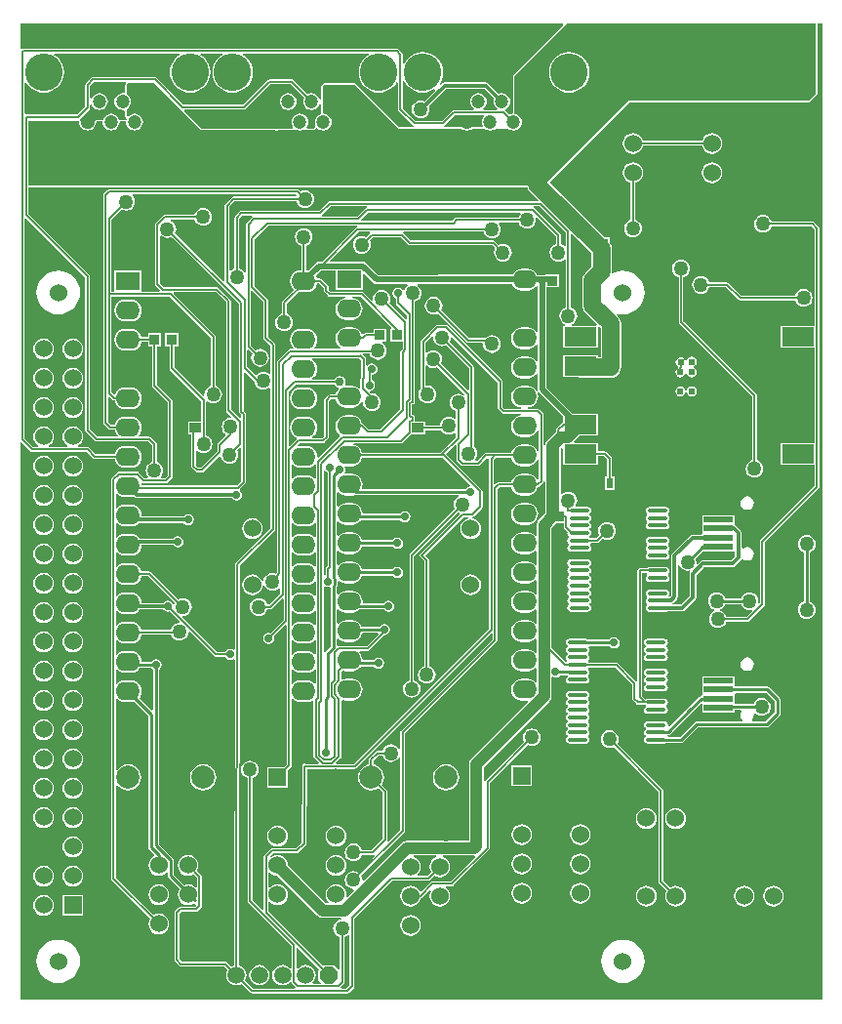
<source format=gtl>
G04 Layer_Physical_Order=1*
G04 Layer_Color=25308*
%FSLAX24Y24*%
%MOIN*%
G70*
G01*
G75*
%ADD10R,0.0236X0.0354*%
%ADD11R,0.0354X0.0335*%
%ADD12R,0.0394X0.0354*%
%ADD13R,0.0354X0.0354*%
%ADD14R,0.0984X0.0197*%
%ADD15R,0.0984X0.0787*%
%ADD16R,0.0433X0.0669*%
%ADD17R,0.1098X0.0650*%
%ADD18O,0.0709X0.0138*%
%ADD19C,0.0100*%
%ADD20C,0.0059*%
%ADD21C,0.0591*%
%ADD22C,0.0197*%
%ADD23C,0.0118*%
%ADD24C,0.0394*%
%ADD25C,0.0240*%
%ADD26C,0.0600*%
%ADD27R,0.0600X0.0600*%
%ADD28R,0.1378X0.1378*%
%ADD29C,0.1378*%
%ADD30C,0.0787*%
%ADD31O,0.0827X0.0630*%
%ADD32R,0.0827X0.0630*%
%ADD33C,0.0472*%
%ADD34C,0.1280*%
%ADD35C,0.0591*%
%ADD36P,0.0639X8X22.5*%
%ADD37C,0.0500*%
%ADD38C,0.0276*%
%ADD39C,0.0295*%
G36*
X19396Y27491D02*
X19378Y27438D01*
X19326Y27428D01*
X19264Y27386D01*
X19242Y27353D01*
X15729D01*
X15701Y27395D01*
X15705Y27404D01*
X15718Y27500D01*
X15705Y27596D01*
X15668Y27685D01*
X15610Y27761D01*
X15533Y27820D01*
X15444Y27857D01*
X15348Y27869D01*
X15152D01*
X15128Y27866D01*
X15099Y27913D01*
X15110Y27930D01*
X15125Y28003D01*
X15110Y28077D01*
X15103Y28087D01*
X15132Y28133D01*
X15152Y28131D01*
X15348D01*
X15444Y28143D01*
X15533Y28180D01*
X15610Y28239D01*
X15668Y28315D01*
X15705Y28404D01*
X15707Y28418D01*
X18469D01*
X19396Y27491D01*
D02*
G37*
G36*
X18238Y14784D02*
X18173Y14757D01*
X18100Y14700D01*
X18043Y14627D01*
X18008Y14542D01*
X17996Y14450D01*
X18008Y14358D01*
X18043Y14273D01*
X18049Y14265D01*
X17926Y14142D01*
X17608D01*
X17591Y14192D01*
X17600Y14200D01*
X17657Y14273D01*
X17692Y14358D01*
X17704Y14450D01*
X17692Y14542D01*
X17657Y14627D01*
X17600Y14700D01*
X17527Y14757D01*
X17462Y14784D01*
X17472Y14834D01*
X18228D01*
X18238Y14784D01*
D02*
G37*
G36*
X20328Y30986D02*
Y30125D01*
X20334Y30094D01*
X20352Y30067D01*
X20477Y29942D01*
X20504Y29924D01*
X20535Y29918D01*
X21136D01*
X21140Y29868D01*
X21056Y29857D01*
X20967Y29820D01*
X20890Y29761D01*
X20832Y29685D01*
X20795Y29596D01*
X20782Y29500D01*
X20795Y29404D01*
X20832Y29315D01*
X20890Y29239D01*
X20967Y29180D01*
X21056Y29143D01*
X21152Y29131D01*
X21348D01*
X21444Y29143D01*
X21533Y29180D01*
X21610Y29239D01*
X21668Y29315D01*
X21688Y29362D01*
X21738Y29352D01*
Y28648D01*
X21688Y28638D01*
X21668Y28685D01*
X21610Y28761D01*
X21533Y28820D01*
X21444Y28857D01*
X21348Y28869D01*
X21152D01*
X21056Y28857D01*
X20967Y28820D01*
X20890Y28761D01*
X20832Y28685D01*
X20795Y28596D01*
X20793Y28582D01*
X19931D01*
X19899Y28576D01*
X19873Y28558D01*
X19626Y28312D01*
X19579D01*
X19557Y28362D01*
X19593Y28408D01*
X19623Y28481D01*
X19634Y28560D01*
X19623Y28639D01*
X19593Y28712D01*
X19545Y28775D01*
X19512Y28800D01*
Y31520D01*
X19506Y31551D01*
X19488Y31578D01*
X18685Y32382D01*
X18713Y32451D01*
X18723Y32520D01*
X18767Y32546D01*
X20328Y30986D01*
D02*
G37*
G36*
X18440Y29295D02*
X18503Y29247D01*
X18576Y29217D01*
X18655Y29206D01*
X18734Y29217D01*
X18807Y29247D01*
X18853Y29283D01*
X18903Y29261D01*
Y29131D01*
X18355Y28582D01*
X15707D01*
X15705Y28596D01*
X15668Y28685D01*
X15610Y28761D01*
X15533Y28820D01*
X15444Y28857D01*
X15405Y28862D01*
X15409Y28912D01*
X17029D01*
X17061Y28918D01*
X17087Y28936D01*
X17358Y29207D01*
X17848D01*
Y29353D01*
X18396D01*
X18440Y29295D01*
D02*
G37*
G36*
X21947Y27594D02*
Y26520D01*
X21733Y26305D01*
X21678Y26223D01*
X21659Y26126D01*
Y25775D01*
X21627Y25764D01*
X21609Y25762D01*
X21533Y25820D01*
X21444Y25857D01*
X21348Y25869D01*
X21152D01*
X21056Y25857D01*
X20967Y25820D01*
X20890Y25761D01*
X20832Y25685D01*
X20795Y25596D01*
X20782Y25500D01*
X20795Y25404D01*
X20832Y25315D01*
X20890Y25239D01*
X20967Y25180D01*
X21056Y25143D01*
X21152Y25131D01*
X21348D01*
X21444Y25143D01*
X21533Y25180D01*
X21609Y25238D01*
X21627Y25236D01*
X21659Y25225D01*
Y24775D01*
X21627Y24764D01*
X21609Y24762D01*
X21533Y24820D01*
X21444Y24857D01*
X21348Y24869D01*
X21152D01*
X21056Y24857D01*
X20967Y24820D01*
X20890Y24761D01*
X20832Y24685D01*
X20795Y24596D01*
X20782Y24500D01*
X20795Y24404D01*
X20832Y24315D01*
X20890Y24239D01*
X20967Y24180D01*
X21056Y24143D01*
X21152Y24131D01*
X21348D01*
X21444Y24143D01*
X21533Y24180D01*
X21609Y24238D01*
X21627Y24236D01*
X21659Y24225D01*
Y23775D01*
X21627Y23764D01*
X21609Y23762D01*
X21533Y23820D01*
X21444Y23857D01*
X21348Y23869D01*
X21152D01*
X21056Y23857D01*
X20967Y23820D01*
X20890Y23761D01*
X20832Y23685D01*
X20795Y23596D01*
X20782Y23500D01*
X20795Y23404D01*
X20832Y23315D01*
X20890Y23239D01*
X20967Y23180D01*
X21056Y23143D01*
X21152Y23131D01*
X21348D01*
X21444Y23143D01*
X21533Y23180D01*
X21609Y23238D01*
X21627Y23236D01*
X21659Y23225D01*
Y22775D01*
X21627Y22764D01*
X21609Y22762D01*
X21533Y22820D01*
X21444Y22857D01*
X21348Y22869D01*
X21152D01*
X21056Y22857D01*
X20967Y22820D01*
X20890Y22761D01*
X20832Y22685D01*
X20795Y22596D01*
X20782Y22500D01*
X20795Y22404D01*
X20832Y22315D01*
X20890Y22239D01*
X20967Y22180D01*
X21056Y22143D01*
X21152Y22131D01*
X21348D01*
X21444Y22143D01*
X21533Y22180D01*
X21609Y22238D01*
X21627Y22236D01*
X21659Y22225D01*
Y22054D01*
Y21775D01*
X21627Y21764D01*
X21609Y21762D01*
X21533Y21820D01*
X21444Y21857D01*
X21348Y21869D01*
X21152D01*
X21056Y21857D01*
X20967Y21820D01*
X20890Y21761D01*
X20832Y21685D01*
X20795Y21596D01*
X20782Y21500D01*
X20795Y21404D01*
X20832Y21315D01*
X20890Y21239D01*
X20967Y21180D01*
X21056Y21143D01*
X21152Y21131D01*
X21348D01*
X21444Y21143D01*
X21533Y21180D01*
X21609Y21238D01*
X21627Y21236D01*
X21659Y21225D01*
Y20775D01*
X21627Y20764D01*
X21609Y20762D01*
X21533Y20820D01*
X21444Y20857D01*
X21348Y20869D01*
X21152D01*
X21056Y20857D01*
X20967Y20820D01*
X20890Y20761D01*
X20832Y20685D01*
X20795Y20596D01*
X20782Y20500D01*
X20795Y20404D01*
X20832Y20315D01*
X20890Y20239D01*
X20967Y20180D01*
X21056Y20143D01*
X21152Y20131D01*
X21347D01*
X21356Y20121D01*
X21373Y20086D01*
X19421Y18134D01*
X19366Y18052D01*
X19347Y17955D01*
Y15339D01*
X17212D01*
X17115Y15320D01*
X17033Y15265D01*
X15746Y13979D01*
X15741Y13982D01*
X15703Y14006D01*
X15693Y14079D01*
X15665Y14148D01*
X17138Y15622D01*
X17156Y15649D01*
X17162Y15680D01*
Y19006D01*
X20288Y22132D01*
X20306Y22159D01*
X20312Y22190D01*
Y27341D01*
X20389Y27418D01*
X20793D01*
X20795Y27404D01*
X20832Y27315D01*
X20890Y27239D01*
X20967Y27180D01*
X21056Y27143D01*
X21152Y27131D01*
X21348D01*
X21444Y27143D01*
X21533Y27180D01*
X21610Y27239D01*
X21668Y27315D01*
X21705Y27404D01*
X21707Y27420D01*
X21726Y27424D01*
X21753Y27442D01*
X21878Y27567D01*
X21896Y27594D01*
X21897Y27599D01*
X21947Y27594D01*
D02*
G37*
G36*
X12017Y31031D02*
X12027Y30961D01*
X12057Y30888D01*
X12105Y30825D01*
X12168Y30777D01*
X12241Y30747D01*
X12320Y30736D01*
X12399Y30747D01*
X12472Y30777D01*
X12518Y30813D01*
X12568Y30791D01*
Y26024D01*
X11376Y24832D01*
X11367Y24819D01*
X11358Y24805D01*
X11358Y24805D01*
X11358Y24805D01*
X11355Y24790D01*
X11352Y24774D01*
X11345Y21890D01*
X11295Y21864D01*
X11274Y21878D01*
X11200Y21893D01*
X11126Y21878D01*
X11064Y21836D01*
X11028Y21782D01*
X10734D01*
X9548Y22969D01*
X9569Y23014D01*
X9571Y23016D01*
X9649Y23027D01*
X9722Y23057D01*
X9785Y23105D01*
X9833Y23168D01*
X9863Y23241D01*
X9874Y23320D01*
X9863Y23399D01*
X9833Y23472D01*
X9785Y23535D01*
X9722Y23583D01*
X9649Y23613D01*
X9570Y23624D01*
X9491Y23613D01*
X9422Y23585D01*
X8498Y24508D01*
X8471Y24526D01*
X8440Y24532D01*
X8157D01*
X8155Y24546D01*
X8118Y24635D01*
X8060Y24711D01*
X7983Y24770D01*
X7894Y24807D01*
X7798Y24819D01*
X7602D01*
X7506Y24807D01*
X7417Y24770D01*
X7340Y24711D01*
X7330Y24697D01*
X7282Y24713D01*
Y25187D01*
X7330Y25203D01*
X7340Y25189D01*
X7417Y25130D01*
X7506Y25093D01*
X7602Y25081D01*
X7798D01*
X7894Y25093D01*
X7983Y25130D01*
X8060Y25189D01*
X8118Y25265D01*
X8155Y25354D01*
X8166Y25438D01*
X9248D01*
X9264Y25414D01*
X9326Y25372D01*
X9400Y25357D01*
X9474Y25372D01*
X9536Y25414D01*
X9578Y25476D01*
X9593Y25550D01*
X9578Y25624D01*
X9536Y25686D01*
X9474Y25728D01*
X9400Y25743D01*
X9326Y25728D01*
X9264Y25686D01*
X9248Y25662D01*
X8097D01*
X8060Y25711D01*
X7983Y25770D01*
X7894Y25807D01*
X7798Y25819D01*
X7602D01*
X7506Y25807D01*
X7417Y25770D01*
X7340Y25711D01*
X7330Y25697D01*
X7282Y25713D01*
Y26187D01*
X7330Y26203D01*
X7340Y26189D01*
X7417Y26130D01*
X7506Y26093D01*
X7602Y26081D01*
X7798D01*
X7894Y26093D01*
X7983Y26130D01*
X8058Y26188D01*
X9598D01*
X9614Y26164D01*
X9676Y26122D01*
X9750Y26107D01*
X9824Y26122D01*
X9886Y26164D01*
X9928Y26226D01*
X9943Y26300D01*
X9928Y26374D01*
X9886Y26436D01*
X9824Y26478D01*
X9750Y26493D01*
X9676Y26478D01*
X9614Y26436D01*
X9598Y26412D01*
X8201D01*
X8168Y26450D01*
X8168Y26450D01*
X8155Y26546D01*
X8118Y26635D01*
X8060Y26711D01*
X7983Y26770D01*
X7894Y26807D01*
X7798Y26819D01*
X7602D01*
X7506Y26807D01*
X7417Y26770D01*
X7340Y26711D01*
X7330Y26697D01*
X7282Y26713D01*
Y27187D01*
X7330Y27203D01*
X7340Y27189D01*
X7417Y27130D01*
X7506Y27093D01*
X7602Y27081D01*
X7798D01*
X7894Y27093D01*
X7897Y27094D01*
X7921Y27071D01*
X7957Y27046D01*
X8000Y27038D01*
X11248D01*
X11264Y27014D01*
X11326Y26972D01*
X11400Y26957D01*
X11474Y26972D01*
X11536Y27014D01*
X11578Y27076D01*
X11593Y27150D01*
X11578Y27224D01*
X11536Y27286D01*
X11525Y27294D01*
X11522Y27356D01*
X11699Y27533D01*
X11717Y27559D01*
X11723Y27591D01*
Y29921D01*
X11717Y29952D01*
X11699Y29979D01*
X11652Y30026D01*
Y31331D01*
X11698Y31350D01*
X12017Y31031D01*
D02*
G37*
G36*
X13340Y28189D02*
X13417Y28130D01*
X13506Y28093D01*
X13602Y28081D01*
X13798D01*
X13894Y28093D01*
X13983Y28130D01*
X14060Y28189D01*
X14064Y28195D01*
X14112Y28179D01*
Y27721D01*
X14064Y27705D01*
X14060Y27711D01*
X13983Y27770D01*
X13894Y27807D01*
X13798Y27819D01*
X13602D01*
X13506Y27807D01*
X13417Y27770D01*
X13340Y27711D01*
X13332Y27701D01*
X13285Y27717D01*
Y28183D01*
X13332Y28199D01*
X13340Y28189D01*
D02*
G37*
G36*
X20795Y28404D02*
X20832Y28315D01*
X20890Y28239D01*
X20967Y28180D01*
X21056Y28143D01*
X21152Y28131D01*
X21348D01*
X21444Y28143D01*
X21533Y28180D01*
X21610Y28239D01*
X21668Y28315D01*
X21688Y28362D01*
X21738Y28352D01*
Y27698D01*
X21722Y27685D01*
X21703Y27685D01*
X21659Y27697D01*
X21610Y27761D01*
X21533Y27820D01*
X21444Y27857D01*
X21348Y27869D01*
X21152D01*
X21056Y27857D01*
X20967Y27820D01*
X20890Y27761D01*
X20832Y27685D01*
X20795Y27596D01*
X20793Y27582D01*
X20355D01*
X20324Y27576D01*
X20297Y27558D01*
X20238Y27500D01*
X20192Y27519D01*
Y28341D01*
X20269Y28418D01*
X20793D01*
X20795Y28404D01*
D02*
G37*
G36*
X18118Y32541D02*
X18116Y32530D01*
X18127Y32451D01*
X18157Y32378D01*
X18205Y32315D01*
X18268Y32267D01*
X18341Y32237D01*
X18420Y32226D01*
X18499Y32237D01*
X18568Y32265D01*
X19348Y31486D01*
Y30744D01*
X19302Y30725D01*
X18385Y31642D01*
X18413Y31711D01*
X18424Y31790D01*
X18413Y31869D01*
X18383Y31942D01*
X18335Y32005D01*
X18272Y32053D01*
X18199Y32083D01*
X18120Y32094D01*
X18041Y32083D01*
X17968Y32053D01*
X17912Y32010D01*
X17862Y32023D01*
Y32356D01*
X18070Y32564D01*
X18118Y32541D01*
D02*
G37*
G36*
X10528Y32511D02*
Y30872D01*
X10458Y30843D01*
X10395Y30795D01*
X10347Y30732D01*
X10317Y30659D01*
X10306Y30580D01*
X10311Y30547D01*
X10263Y30524D01*
X9278Y31509D01*
Y32222D01*
X9424D01*
Y32678D01*
X8967D01*
Y32222D01*
X9113D01*
Y31475D01*
X9119Y31444D01*
X9137Y31417D01*
X10198Y30356D01*
Y29663D01*
X9752D01*
Y29207D01*
X9858D01*
Y28125D01*
X9864Y28094D01*
X9882Y28067D01*
X10007Y27942D01*
X10034Y27924D01*
X10065Y27918D01*
X10220D01*
X10251Y27924D01*
X10278Y27942D01*
X10816Y28480D01*
X10864Y28464D01*
X10867Y28441D01*
X10897Y28368D01*
X10945Y28305D01*
X11008Y28257D01*
X11081Y28227D01*
X11160Y28216D01*
X11239Y28227D01*
X11312Y28257D01*
X11375Y28305D01*
X11423Y28368D01*
X11453Y28441D01*
X11464Y28520D01*
X11453Y28599D01*
X11425Y28668D01*
X11512Y28756D01*
X11559Y28737D01*
Y27625D01*
X11408Y27474D01*
X8165D01*
X8157Y27532D01*
X8191Y27559D01*
X8201Y27563D01*
X8230Y27558D01*
X9000D01*
X9031Y27564D01*
X9058Y27582D01*
X9198Y27722D01*
X9216Y27749D01*
X9222Y27780D01*
Y30340D01*
X9216Y30371D01*
X9198Y30398D01*
X8687Y30909D01*
Y32222D01*
X8833D01*
Y32678D01*
X8376D01*
Y32532D01*
X8157D01*
X8155Y32546D01*
X8118Y32635D01*
X8060Y32711D01*
X7983Y32770D01*
X7894Y32807D01*
X7798Y32819D01*
X7602D01*
X7506Y32807D01*
X7417Y32770D01*
X7340Y32711D01*
X7282Y32635D01*
X7245Y32546D01*
X7232Y32450D01*
X7245Y32354D01*
X7282Y32265D01*
X7340Y32189D01*
X7417Y32130D01*
X7506Y32093D01*
X7602Y32081D01*
X7798D01*
X7894Y32093D01*
X7983Y32130D01*
X8060Y32189D01*
X8118Y32265D01*
X8155Y32354D01*
X8157Y32368D01*
X8376D01*
Y32222D01*
X8522D01*
Y30875D01*
X8529Y30844D01*
X8547Y30817D01*
X9058Y30306D01*
Y27814D01*
X8966Y27722D01*
X8833D01*
X8820Y27772D01*
X8863Y27828D01*
X8893Y27901D01*
X8904Y27980D01*
X8893Y28059D01*
X8863Y28132D01*
X8815Y28195D01*
X8752Y28243D01*
X8682Y28272D01*
Y28875D01*
X8676Y28906D01*
X8658Y28933D01*
X8483Y29108D01*
X8456Y29126D01*
X8425Y29132D01*
X8064D01*
X8048Y29180D01*
X8060Y29189D01*
X8118Y29265D01*
X8155Y29354D01*
X8168Y29450D01*
X8155Y29546D01*
X8118Y29635D01*
X8060Y29711D01*
X7983Y29770D01*
X7894Y29807D01*
X7798Y29819D01*
X7602D01*
X7506Y29807D01*
X7417Y29770D01*
X7340Y29711D01*
X7282Y29635D01*
X7245Y29546D01*
X7243Y29532D01*
X7139D01*
X7012Y29659D01*
Y30481D01*
X7058Y30500D01*
X7167Y30392D01*
X7194Y30374D01*
X7225Y30368D01*
X7243D01*
X7245Y30354D01*
X7282Y30265D01*
X7340Y30189D01*
X7417Y30130D01*
X7506Y30093D01*
X7602Y30081D01*
X7798D01*
X7894Y30093D01*
X7983Y30130D01*
X8060Y30189D01*
X8118Y30265D01*
X8155Y30354D01*
X8168Y30450D01*
X8155Y30546D01*
X8118Y30635D01*
X8060Y30711D01*
X7983Y30770D01*
X7894Y30807D01*
X7798Y30819D01*
X7602D01*
X7506Y30807D01*
X7417Y30770D01*
X7340Y30711D01*
X7282Y30635D01*
X7262Y30588D01*
X7213Y30578D01*
X7132Y30659D01*
Y33928D01*
X9111D01*
X10528Y32511D01*
D02*
G37*
G36*
X12623Y14193D02*
X12708Y14158D01*
X12796Y14146D01*
X14169Y12773D01*
X14251Y12718D01*
X14348Y12699D01*
X14971D01*
X14974Y12649D01*
X14931Y12643D01*
X14858Y12613D01*
X14795Y12565D01*
X14747Y12502D01*
X14717Y12429D01*
X14706Y12350D01*
X14717Y12271D01*
X14747Y12198D01*
X14795Y12135D01*
X14858Y12087D01*
X14928Y12058D01*
Y10963D01*
X14878Y10942D01*
X14723Y11096D01*
X14377D01*
X14348Y11068D01*
X12502Y12915D01*
Y13234D01*
X12534Y13245D01*
X12552Y13248D01*
X12623Y13193D01*
X12708Y13158D01*
X12800Y13146D01*
X12892Y13158D01*
X12977Y13193D01*
X13050Y13250D01*
X13107Y13323D01*
X13142Y13408D01*
X13154Y13500D01*
X13142Y13592D01*
X13107Y13677D01*
X13050Y13750D01*
X12977Y13807D01*
X12892Y13842D01*
X12800Y13854D01*
X12708Y13842D01*
X12623Y13807D01*
X12552Y13752D01*
X12534Y13755D01*
X12502Y13766D01*
Y14234D01*
X12534Y14245D01*
X12552Y14248D01*
X12623Y14193D01*
D02*
G37*
G36*
X15668Y31741D02*
Y31194D01*
X15662Y31188D01*
X15644Y31161D01*
X15638Y31130D01*
Y30803D01*
X15589Y30777D01*
X15533Y30820D01*
X15444Y30857D01*
X15348Y30869D01*
X15152D01*
X15141Y30868D01*
X15112Y30914D01*
X15121Y30928D01*
X15136Y31005D01*
X15121Y31083D01*
X15077Y31149D01*
X15011Y31193D01*
X14933Y31208D01*
X14856Y31193D01*
X14790Y31149D01*
X14749Y31088D01*
X14006D01*
X14001Y31096D01*
X13993Y31138D01*
X14060Y31189D01*
X14118Y31265D01*
X14155Y31354D01*
X14168Y31450D01*
X14155Y31546D01*
X14118Y31635D01*
X14060Y31711D01*
X13991Y31763D01*
X13996Y31797D01*
X14005Y31813D01*
X15595D01*
X15668Y31741D01*
D02*
G37*
G36*
X14790Y30862D02*
X14856Y30818D01*
X14877Y30814D01*
X14890Y30761D01*
X14832Y30685D01*
X14795Y30596D01*
X14793Y30582D01*
X14605D01*
X14574Y30576D01*
X14547Y30558D01*
X14422Y30433D01*
X14404Y30406D01*
X14398Y30375D01*
Y29159D01*
X14321Y29082D01*
X14008D01*
X13986Y29127D01*
X13986Y29132D01*
X14060Y29189D01*
X14118Y29265D01*
X14155Y29354D01*
X14168Y29450D01*
X14155Y29546D01*
X14118Y29635D01*
X14060Y29711D01*
X13983Y29770D01*
X13894Y29807D01*
X13798Y29819D01*
X13602D01*
X13506Y29807D01*
X13417Y29770D01*
X13340Y29711D01*
X13282Y29635D01*
X13245Y29546D01*
X13232Y29450D01*
X13245Y29354D01*
X13282Y29265D01*
X13340Y29189D01*
X13417Y29130D01*
X13459Y29113D01*
X13467Y29058D01*
X13221Y28812D01*
X13175Y28832D01*
Y30689D01*
X13409Y30923D01*
X14749D01*
X14790Y30862D01*
D02*
G37*
G36*
X21742Y30657D02*
X22550Y29849D01*
Y29627D01*
X22544Y29626D01*
X22517Y29608D01*
X22342Y29433D01*
X22324Y29406D01*
X22318Y29375D01*
Y29300D01*
X22221Y29204D01*
X22221Y29204D01*
X22021Y29004D01*
X21996Y28966D01*
X21966Y28922D01*
X21966Y28922D01*
X21966Y28922D01*
X21957Y28876D01*
X21952Y28851D01*
X21902Y28856D01*
Y29875D01*
X21896Y29906D01*
X21878Y29933D01*
X21753Y30058D01*
X21726Y30076D01*
X21695Y30082D01*
X21364D01*
X21360Y30132D01*
X21444Y30143D01*
X21533Y30180D01*
X21610Y30239D01*
X21668Y30315D01*
X21705Y30404D01*
X21718Y30500D01*
X21705Y30596D01*
X21676Y30665D01*
X21721Y30689D01*
X21742Y30657D01*
D02*
G37*
G36*
X11048Y33736D02*
Y30040D01*
X11054Y30009D01*
X11072Y29982D01*
X11222Y29831D01*
X11201Y29786D01*
X11199Y29784D01*
X11121Y29773D01*
X11048Y29743D01*
X10985Y29695D01*
X10937Y29632D01*
X10907Y29559D01*
X10896Y29480D01*
X10907Y29401D01*
X10937Y29328D01*
X10985Y29265D01*
X11022Y29237D01*
X11030Y29174D01*
X10768Y28911D01*
X10750Y28885D01*
X10744Y28853D01*
Y28640D01*
X10186Y28082D01*
X10099D01*
X10022Y28159D01*
Y28655D01*
X10072Y28667D01*
X10128Y28625D01*
X10201Y28594D01*
X10280Y28584D01*
X10359Y28594D01*
X10432Y28625D01*
X10495Y28673D01*
X10543Y28736D01*
X10573Y28809D01*
X10584Y28888D01*
X10573Y28966D01*
X10543Y29039D01*
X10495Y29102D01*
X10432Y29151D01*
X10362Y29180D01*
Y30330D01*
X10412Y30352D01*
X10458Y30317D01*
X10531Y30287D01*
X10610Y30276D01*
X10689Y30287D01*
X10762Y30317D01*
X10825Y30365D01*
X10873Y30428D01*
X10903Y30501D01*
X10914Y30580D01*
X10903Y30659D01*
X10873Y30732D01*
X10825Y30795D01*
X10762Y30843D01*
X10692Y30872D01*
Y32545D01*
X10686Y32576D01*
X10668Y32603D01*
X9244Y34028D01*
X9264Y34078D01*
X10706D01*
X11048Y33736D01*
D02*
G37*
G36*
X8888Y35967D02*
X8961Y35937D01*
X9040Y35926D01*
X9119Y35937D01*
X9188Y35965D01*
X11488Y33666D01*
Y29992D01*
X11494Y29960D01*
X11512Y29934D01*
X11559Y29887D01*
Y29793D01*
X11512Y29774D01*
X11212Y30074D01*
Y33770D01*
X11206Y33801D01*
X11188Y33828D01*
X10798Y34218D01*
X10771Y34236D01*
X10740Y34242D01*
X8909D01*
X8782Y34369D01*
Y35997D01*
X8832Y36010D01*
X8888Y35967D01*
D02*
G37*
G36*
X10642Y21642D02*
X10669Y21624D01*
X10700Y21618D01*
X11028D01*
X11064Y21564D01*
X11126Y21522D01*
X11200Y21507D01*
X11274Y21522D01*
X11294Y21536D01*
X11344Y21509D01*
X11319Y11089D01*
X11310Y11088D01*
X11226Y11053D01*
X11219Y11048D01*
X11079Y11188D01*
X11052Y11206D01*
X11020Y11212D01*
X9534D01*
X9442Y11304D01*
Y12841D01*
X9519Y12918D01*
X10020D01*
X10051Y12924D01*
X10078Y12942D01*
X10198Y13062D01*
X10216Y13089D01*
X10222Y13120D01*
Y14110D01*
X10216Y14141D01*
X10198Y14168D01*
X10051Y14315D01*
X10057Y14323D01*
X10092Y14408D01*
X10104Y14500D01*
X10092Y14592D01*
X10057Y14677D01*
X10000Y14750D01*
X9927Y14807D01*
X9842Y14842D01*
X9750Y14854D01*
X9658Y14842D01*
X9573Y14807D01*
X9500Y14750D01*
X9443Y14677D01*
X9408Y14592D01*
X9396Y14500D01*
X9408Y14408D01*
X9443Y14323D01*
X9500Y14250D01*
X9573Y14193D01*
X9658Y14158D01*
X9750Y14146D01*
X9842Y14158D01*
X9927Y14193D01*
X9935Y14199D01*
X10058Y14076D01*
Y13758D01*
X10008Y13741D01*
X10000Y13750D01*
X9927Y13807D01*
X9842Y13842D01*
X9750Y13854D01*
X9658Y13842D01*
X9620Y13826D01*
X9254Y14192D01*
Y14666D01*
X9246Y14706D01*
X9224Y14739D01*
X8753Y15210D01*
Y21192D01*
X8786Y21214D01*
X8828Y21276D01*
X8843Y21350D01*
X8828Y21424D01*
X8786Y21486D01*
X8724Y21528D01*
X8650Y21543D01*
X8576Y21528D01*
X8514Y21486D01*
X8492Y21453D01*
X8167D01*
X8155Y21546D01*
X8118Y21635D01*
X8060Y21711D01*
X7983Y21770D01*
X7894Y21807D01*
X7798Y21819D01*
X7602D01*
X7506Y21807D01*
X7417Y21770D01*
X7340Y21711D01*
X7330Y21697D01*
X7282Y21713D01*
Y22187D01*
X7330Y22203D01*
X7340Y22189D01*
X7417Y22130D01*
X7506Y22093D01*
X7602Y22081D01*
X7798D01*
X7894Y22093D01*
X7983Y22130D01*
X8060Y22189D01*
X8118Y22265D01*
X8155Y22354D01*
X8157Y22368D01*
X9166D01*
X9187Y22318D01*
X9235Y22255D01*
X9298Y22207D01*
X9371Y22177D01*
X9450Y22166D01*
X9529Y22177D01*
X9602Y22207D01*
X9665Y22255D01*
X9713Y22318D01*
X9743Y22391D01*
X9753Y22460D01*
X9797Y22486D01*
X10642Y21642D01*
D02*
G37*
G36*
X16260Y22397D02*
X15846Y21982D01*
X14875D01*
X14839Y22026D01*
Y22229D01*
X14886Y22245D01*
X14890Y22239D01*
X14967Y22180D01*
X15056Y22143D01*
X15152Y22131D01*
X15348D01*
X15444Y22143D01*
X15533Y22180D01*
X15610Y22239D01*
X15668Y22315D01*
X15705Y22404D01*
X15711Y22447D01*
X16240D01*
X16260Y22397D01*
D02*
G37*
G36*
X8914Y23214D02*
X8976Y23172D01*
X9050Y23157D01*
X9114Y23170D01*
X9466Y22817D01*
X9440Y22773D01*
X9371Y22763D01*
X9298Y22733D01*
X9235Y22685D01*
X9187Y22622D01*
X9157Y22549D01*
X9154Y22532D01*
X8157D01*
X8155Y22546D01*
X8118Y22635D01*
X8060Y22711D01*
X7983Y22770D01*
X7894Y22807D01*
X7798Y22819D01*
X7602D01*
X7506Y22807D01*
X7417Y22770D01*
X7340Y22711D01*
X7330Y22697D01*
X7282Y22713D01*
Y23187D01*
X7330Y23203D01*
X7340Y23189D01*
X7417Y23130D01*
X7506Y23093D01*
X7602Y23081D01*
X7798D01*
X7894Y23093D01*
X7983Y23130D01*
X8060Y23189D01*
X8097Y23238D01*
X8898D01*
X8914Y23214D01*
D02*
G37*
G36*
X13340Y23189D02*
X13417Y23130D01*
X13506Y23093D01*
X13602Y23081D01*
X13798D01*
X13894Y23093D01*
X13983Y23130D01*
X14060Y23189D01*
X14064Y23195D01*
X14112Y23179D01*
Y22721D01*
X14064Y22705D01*
X14060Y22711D01*
X13983Y22770D01*
X13894Y22807D01*
X13798Y22819D01*
X13602D01*
X13506Y22807D01*
X13417Y22770D01*
X13340Y22711D01*
X13330Y22697D01*
X13282Y22713D01*
Y22770D01*
X13288Y22800D01*
Y23179D01*
X13336Y23195D01*
X13340Y23189D01*
D02*
G37*
G36*
Y21189D02*
X13417Y21130D01*
X13506Y21093D01*
X13602Y21081D01*
X13798D01*
X13894Y21093D01*
X13983Y21130D01*
X14060Y21189D01*
X14064Y21195D01*
X14112Y21179D01*
Y20721D01*
X14064Y20705D01*
X14060Y20711D01*
X13983Y20770D01*
X13894Y20807D01*
X13798Y20819D01*
X13602D01*
X13506Y20807D01*
X13417Y20770D01*
X13340Y20711D01*
X13330Y20697D01*
X13282Y20713D01*
Y21187D01*
X13330Y21203D01*
X13340Y21189D01*
D02*
G37*
G36*
X8514Y21214D02*
X8547Y21192D01*
Y19814D01*
X8501Y19795D01*
X8080Y20216D01*
X8118Y20265D01*
X8155Y20354D01*
X8168Y20450D01*
X8155Y20546D01*
X8118Y20635D01*
X8060Y20711D01*
X7983Y20770D01*
X7894Y20807D01*
X7798Y20819D01*
X7602D01*
X7506Y20807D01*
X7417Y20770D01*
X7340Y20711D01*
X7330Y20697D01*
X7282Y20713D01*
Y21187D01*
X7330Y21203D01*
X7340Y21189D01*
X7417Y21130D01*
X7506Y21093D01*
X7602Y21081D01*
X7798D01*
X7894Y21093D01*
X7983Y21130D01*
X8060Y21189D01*
X8104Y21247D01*
X8492D01*
X8514Y21214D01*
D02*
G37*
G36*
X14455Y24016D02*
X14528Y24001D01*
X14582Y24012D01*
X14632Y23981D01*
Y21988D01*
X14442Y21798D01*
X14442Y21798D01*
X14442D01*
X14437Y21790D01*
X14430Y21789D01*
X14387Y21806D01*
Y24001D01*
X14437Y24028D01*
X14455Y24016D01*
D02*
G37*
G36*
X13340Y22189D02*
X13417Y22130D01*
X13506Y22093D01*
X13602Y22081D01*
X13798D01*
X13894Y22093D01*
X13983Y22130D01*
X14060Y22189D01*
X14064Y22195D01*
X14112Y22179D01*
Y21721D01*
X14064Y21705D01*
X14060Y21711D01*
X13983Y21770D01*
X13894Y21807D01*
X13798Y21819D01*
X13602D01*
X13506Y21807D01*
X13417Y21770D01*
X13340Y21711D01*
X13330Y21697D01*
X13282Y21713D01*
Y22187D01*
X13330Y22203D01*
X13340Y22189D01*
D02*
G37*
G36*
X18917Y28841D02*
Y28355D01*
X18923Y28324D01*
X18941Y28297D01*
X19067Y28171D01*
X19094Y28153D01*
X19125Y28147D01*
X19660D01*
X19691Y28153D01*
X19718Y28171D01*
X19944Y28397D01*
X20006Y28397D01*
X20028Y28375D01*
Y22584D01*
X15407Y17963D01*
X14826D01*
X14806Y18009D01*
X14960Y18162D01*
X14978Y18189D01*
X14984Y18221D01*
Y20128D01*
X15025Y20156D01*
X15056Y20143D01*
X15152Y20131D01*
X15348D01*
X15444Y20143D01*
X15533Y20180D01*
X15610Y20239D01*
X15668Y20315D01*
X15705Y20404D01*
X15718Y20500D01*
X15705Y20596D01*
X15668Y20685D01*
X15610Y20761D01*
X15533Y20820D01*
X15444Y20857D01*
X15348Y20869D01*
X15152D01*
X15056Y20857D01*
X15025Y20844D01*
X14984Y20872D01*
Y21117D01*
X15023Y21157D01*
X15056Y21143D01*
X15152Y21131D01*
X15348D01*
X15444Y21143D01*
X15533Y21180D01*
X15610Y21239D01*
X15654Y21297D01*
X16092D01*
X16114Y21264D01*
X16176Y21222D01*
X16250Y21207D01*
X16324Y21222D01*
X16386Y21264D01*
X16428Y21326D01*
X16443Y21400D01*
X16428Y21474D01*
X16386Y21536D01*
X16324Y21578D01*
X16250Y21593D01*
X16176Y21578D01*
X16114Y21536D01*
X16092Y21503D01*
X15717D01*
X15705Y21596D01*
X15668Y21685D01*
X15610Y21761D01*
X15598Y21770D01*
X15614Y21818D01*
X15880D01*
X15911Y21824D01*
X15938Y21842D01*
X16455Y22358D01*
X16524Y22372D01*
X16586Y22414D01*
X16628Y22476D01*
X16643Y22550D01*
X16628Y22624D01*
X16586Y22686D01*
X16524Y22728D01*
X16450Y22743D01*
X16376Y22728D01*
X16314Y22686D01*
X16292Y22653D01*
X15681D01*
X15668Y22685D01*
X15610Y22761D01*
X15533Y22820D01*
X15444Y22857D01*
X15348Y22869D01*
X15152D01*
X15056Y22857D01*
X14967Y22820D01*
X14890Y22761D01*
X14886Y22755D01*
X14839Y22771D01*
Y23229D01*
X14886Y23245D01*
X14890Y23239D01*
X14967Y23180D01*
X15056Y23143D01*
X15152Y23131D01*
X15348D01*
X15444Y23143D01*
X15533Y23180D01*
X15610Y23239D01*
X15616Y23247D01*
X16442D01*
X16464Y23214D01*
X16526Y23172D01*
X16600Y23157D01*
X16674Y23172D01*
X16736Y23214D01*
X16778Y23276D01*
X16793Y23350D01*
X16778Y23424D01*
X16736Y23486D01*
X16674Y23528D01*
X16600Y23543D01*
X16526Y23528D01*
X16464Y23486D01*
X16442Y23453D01*
X15749D01*
X15717Y23491D01*
X15718Y23500D01*
X15705Y23596D01*
X15668Y23685D01*
X15610Y23761D01*
X15533Y23820D01*
X15444Y23857D01*
X15348Y23869D01*
X15152D01*
X15056Y23857D01*
X14967Y23820D01*
X14890Y23761D01*
X14886Y23755D01*
X14839Y23771D01*
Y24021D01*
X14840Y24022D01*
X14863Y24056D01*
X14870Y24095D01*
Y24191D01*
X14920Y24216D01*
X14967Y24180D01*
X15056Y24143D01*
X15152Y24131D01*
X15348D01*
X15444Y24143D01*
X15533Y24180D01*
X15610Y24239D01*
X15668Y24315D01*
X15702Y24397D01*
X16742D01*
X16764Y24364D01*
X16826Y24322D01*
X16900Y24307D01*
X16974Y24322D01*
X17036Y24364D01*
X17078Y24426D01*
X17093Y24500D01*
X17078Y24574D01*
X17036Y24636D01*
X16974Y24678D01*
X16900Y24693D01*
X16826Y24678D01*
X16764Y24636D01*
X16742Y24603D01*
X15702D01*
X15668Y24685D01*
X15610Y24761D01*
X15533Y24820D01*
X15444Y24857D01*
X15348Y24869D01*
X15152D01*
X15056Y24857D01*
X14967Y24820D01*
X14890Y24761D01*
X14886Y24755D01*
X14839Y24771D01*
Y25229D01*
X14886Y25245D01*
X14890Y25239D01*
X14967Y25180D01*
X15056Y25143D01*
X15152Y25131D01*
X15348D01*
X15444Y25143D01*
X15533Y25180D01*
X15610Y25239D01*
X15668Y25315D01*
X15702Y25397D01*
X16742D01*
X16764Y25364D01*
X16826Y25322D01*
X16900Y25307D01*
X16974Y25322D01*
X17036Y25364D01*
X17078Y25426D01*
X17093Y25500D01*
X17078Y25574D01*
X17036Y25636D01*
X16974Y25678D01*
X16900Y25693D01*
X16826Y25678D01*
X16764Y25636D01*
X16742Y25603D01*
X15702D01*
X15668Y25685D01*
X15610Y25761D01*
X15533Y25820D01*
X15444Y25857D01*
X15348Y25869D01*
X15152D01*
X15056Y25857D01*
X14967Y25820D01*
X14890Y25761D01*
X14886Y25755D01*
X14839Y25771D01*
Y26229D01*
X14886Y26245D01*
X14890Y26239D01*
X14967Y26180D01*
X15056Y26143D01*
X15152Y26131D01*
X15348D01*
X15444Y26143D01*
X15533Y26180D01*
X15610Y26239D01*
X15654Y26297D01*
X16992D01*
X17014Y26264D01*
X17076Y26222D01*
X17150Y26207D01*
X17224Y26222D01*
X17286Y26264D01*
X17328Y26326D01*
X17343Y26400D01*
X17328Y26474D01*
X17286Y26536D01*
X17224Y26578D01*
X17150Y26593D01*
X17076Y26578D01*
X17014Y26536D01*
X16992Y26503D01*
X15717D01*
X15705Y26596D01*
X15668Y26685D01*
X15610Y26761D01*
X15533Y26820D01*
X15444Y26857D01*
X15348Y26869D01*
X15152D01*
X15056Y26857D01*
X14967Y26820D01*
X14890Y26761D01*
X14886Y26755D01*
X14839Y26771D01*
Y27229D01*
X14886Y27245D01*
X14890Y27239D01*
X14967Y27180D01*
X15056Y27143D01*
X15152Y27131D01*
X15348D01*
X15444Y27143D01*
X15468Y27153D01*
X15500Y27147D01*
X18977D01*
X18987Y27097D01*
X18978Y27093D01*
X18915Y27045D01*
X18867Y26982D01*
X18837Y26909D01*
X18826Y26830D01*
X18837Y26751D01*
X18865Y26682D01*
X17332Y25148D01*
X17314Y25121D01*
X17308Y25090D01*
Y20822D01*
X17238Y20793D01*
X17175Y20745D01*
X17127Y20682D01*
X17097Y20609D01*
X17086Y20530D01*
X17097Y20451D01*
X17127Y20378D01*
X17175Y20315D01*
X17238Y20267D01*
X17311Y20237D01*
X17390Y20226D01*
X17469Y20237D01*
X17542Y20267D01*
X17605Y20315D01*
X17653Y20378D01*
X17683Y20451D01*
X17694Y20530D01*
X17683Y20609D01*
X17653Y20682D01*
X17605Y20745D01*
X17542Y20793D01*
X17472Y20822D01*
Y25056D01*
X18967Y26551D01*
X19010Y26536D01*
X19021Y26487D01*
X17682Y25148D01*
X17664Y25121D01*
X17658Y25090D01*
X17664Y25059D01*
X17682Y25032D01*
X17821Y24892D01*
Y21296D01*
X17752Y21267D01*
X17689Y21219D01*
X17640Y21156D01*
X17610Y21083D01*
X17600Y21004D01*
X17610Y20925D01*
X17640Y20852D01*
X17689Y20789D01*
X17752Y20741D01*
X17825Y20711D01*
X17904Y20700D01*
X17982Y20711D01*
X18055Y20741D01*
X18118Y20789D01*
X18167Y20852D01*
X18197Y20925D01*
X18207Y21004D01*
X18197Y21083D01*
X18167Y21156D01*
X18118Y21219D01*
X18055Y21267D01*
X17986Y21296D01*
Y24926D01*
X17980Y24958D01*
X17962Y24985D01*
X17856Y25090D01*
X19159Y26393D01*
X19309D01*
X19313Y26343D01*
X19308Y26342D01*
X19223Y26307D01*
X19150Y26250D01*
X19093Y26177D01*
X19058Y26092D01*
X19046Y26000D01*
X19058Y25908D01*
X19093Y25823D01*
X19150Y25750D01*
X19223Y25693D01*
X19308Y25658D01*
X19400Y25646D01*
X19492Y25658D01*
X19577Y25693D01*
X19650Y25750D01*
X19707Y25823D01*
X19742Y25908D01*
X19754Y26000D01*
X19742Y26092D01*
X19707Y26177D01*
X19650Y26250D01*
X19577Y26307D01*
X19492Y26342D01*
X19471Y26345D01*
X19469Y26396D01*
X19486Y26399D01*
X19513Y26417D01*
X19788Y26692D01*
X19806Y26719D01*
X19812Y26750D01*
Y27273D01*
X19806Y27304D01*
X19788Y27331D01*
X18562Y28557D01*
X18867Y28862D01*
X18917Y28841D01*
D02*
G37*
G36*
X13340Y25189D02*
X13417Y25130D01*
X13506Y25093D01*
X13602Y25081D01*
X13798D01*
X13894Y25093D01*
X13983Y25130D01*
X14060Y25189D01*
X14064Y25195D01*
X14112Y25179D01*
Y24721D01*
X14064Y24705D01*
X14060Y24711D01*
X13983Y24770D01*
X13894Y24807D01*
X13798Y24819D01*
X13602D01*
X13506Y24807D01*
X13417Y24770D01*
X13340Y24711D01*
X13332Y24701D01*
X13285Y24717D01*
Y25183D01*
X13332Y25199D01*
X13340Y25189D01*
D02*
G37*
G36*
X16417Y18178D02*
X16465Y18115D01*
X16528Y18067D01*
X16601Y18037D01*
X16680Y18026D01*
X16759Y18037D01*
X16832Y18067D01*
X16895Y18115D01*
X16943Y18178D01*
X16948Y18189D01*
X16998Y18179D01*
Y15714D01*
X16594Y15310D01*
X16555Y15342D01*
X16556Y15344D01*
X16562Y15375D01*
Y17020D01*
X16556Y17051D01*
X16538Y17078D01*
X16368Y17249D01*
X16389Y17276D01*
X16433Y17384D01*
X16449Y17500D01*
X16433Y17616D01*
X16389Y17724D01*
X16317Y17817D01*
X16224Y17889D01*
X16116Y17933D01*
X16082Y17938D01*
Y18086D01*
X16244Y18248D01*
X16388D01*
X16417Y18178D01*
D02*
G37*
G36*
X13340Y26189D02*
X13417Y26130D01*
X13506Y26093D01*
X13602Y26081D01*
X13798D01*
X13894Y26093D01*
X13983Y26130D01*
X14060Y26189D01*
X14064Y26195D01*
X14112Y26179D01*
Y25721D01*
X14064Y25705D01*
X14060Y25711D01*
X13983Y25770D01*
X13894Y25807D01*
X13798Y25819D01*
X13602D01*
X13506Y25807D01*
X13417Y25770D01*
X13340Y25711D01*
X13332Y25701D01*
X13285Y25717D01*
Y26183D01*
X13332Y26199D01*
X13340Y26189D01*
D02*
G37*
G36*
Y24189D02*
X13417Y24130D01*
X13506Y24093D01*
X13602Y24081D01*
X13798D01*
X13894Y24093D01*
X13983Y24130D01*
X14060Y24189D01*
X14064Y24195D01*
X14112Y24179D01*
Y23721D01*
X14064Y23705D01*
X14060Y23711D01*
X13983Y23770D01*
X13894Y23807D01*
X13798Y23819D01*
X13602D01*
X13506Y23807D01*
X13417Y23770D01*
X13340Y23711D01*
X13332Y23701D01*
X13282Y23717D01*
Y24029D01*
X13285Y24043D01*
Y24183D01*
X13332Y24199D01*
X13340Y24189D01*
D02*
G37*
G36*
X20148Y22406D02*
Y22224D01*
X17022Y19098D01*
X17004Y19071D01*
X16998Y19040D01*
Y18481D01*
X16948Y18471D01*
X16943Y18482D01*
X16895Y18545D01*
X16832Y18593D01*
X16759Y18623D01*
X16680Y18634D01*
X16601Y18623D01*
X16528Y18593D01*
X16465Y18545D01*
X16417Y18482D01*
X16388Y18412D01*
X16210D01*
X16179Y18406D01*
X16152Y18388D01*
X15942Y18178D01*
X15924Y18151D01*
X15918Y18120D01*
Y17938D01*
X15884Y17933D01*
X15776Y17889D01*
X15683Y17817D01*
X15611Y17724D01*
X15567Y17616D01*
X15551Y17500D01*
X15567Y17384D01*
X15611Y17276D01*
X15683Y17183D01*
X15776Y17111D01*
X15884Y17067D01*
X16000Y17051D01*
X16116Y17067D01*
X16224Y17111D01*
X16251Y17132D01*
X16398Y16986D01*
Y15409D01*
X16012Y15023D01*
X15695D01*
X15667Y15093D01*
X15618Y15156D01*
X15555Y15204D01*
X15482Y15234D01*
X15404Y15245D01*
X15325Y15234D01*
X15252Y15204D01*
X15189Y15156D01*
X15140Y15093D01*
X15110Y15020D01*
X15100Y14941D01*
X15110Y14862D01*
X15140Y14789D01*
X15189Y14726D01*
X15252Y14678D01*
X15325Y14648D01*
X15404Y14637D01*
X15482Y14648D01*
X15555Y14678D01*
X15618Y14726D01*
X15667Y14789D01*
X15695Y14859D01*
X16046D01*
X16077Y14865D01*
X16079Y14866D01*
X16111Y14827D01*
X15548Y14265D01*
X15479Y14293D01*
X15400Y14304D01*
X15321Y14293D01*
X15248Y14263D01*
X15185Y14215D01*
X15137Y14152D01*
X15107Y14079D01*
X15096Y14000D01*
X15107Y13921D01*
X15137Y13848D01*
X15185Y13785D01*
X15248Y13737D01*
X15321Y13707D01*
X15394Y13697D01*
X15418Y13659D01*
X15421Y13654D01*
X15195Y13428D01*
X15148Y13451D01*
X15154Y13500D01*
X15142Y13592D01*
X15107Y13677D01*
X15050Y13750D01*
X14977Y13807D01*
X14892Y13842D01*
X14800Y13854D01*
X14708Y13842D01*
X14623Y13807D01*
X14550Y13750D01*
X14493Y13677D01*
X14458Y13592D01*
X14446Y13500D01*
X14458Y13408D01*
X14493Y13323D01*
X14545Y13255D01*
X14535Y13206D01*
X14534Y13205D01*
X14453D01*
X13154Y14504D01*
X13142Y14592D01*
X13107Y14677D01*
X13050Y14750D01*
X12977Y14807D01*
X12892Y14842D01*
X12800Y14854D01*
X12708Y14842D01*
X12623Y14807D01*
X12584Y14777D01*
X12551Y14815D01*
X12654Y14918D01*
X13460D01*
X13491Y14924D01*
X13518Y14942D01*
X13778Y15202D01*
X13787Y15215D01*
X13796Y15228D01*
X13796Y15228D01*
X13796Y15229D01*
X13799Y15244D01*
X13802Y15260D01*
X13817Y17797D01*
X14641D01*
X14647Y17798D01*
X15441D01*
X15472Y17805D01*
X15499Y17823D01*
X20102Y22425D01*
X20148Y22406D01*
D02*
G37*
G36*
X14461Y27944D02*
X14515Y27908D01*
Y24730D01*
X14470Y24685D01*
X14452Y24658D01*
X14446Y24627D01*
Y24412D01*
X14437Y24406D01*
X14387Y24435D01*
Y27966D01*
X14437Y27981D01*
X14461Y27944D01*
D02*
G37*
G36*
X9305Y23468D02*
X9282Y23411D01*
X9230Y23412D01*
X9228Y23424D01*
X9186Y23486D01*
X9124Y23528D01*
X9050Y23543D01*
X8976Y23528D01*
X8914Y23486D01*
X8898Y23462D01*
X8166D01*
X8155Y23546D01*
X8118Y23635D01*
X8060Y23711D01*
X7983Y23770D01*
X7894Y23807D01*
X7798Y23819D01*
X7602D01*
X7506Y23807D01*
X7417Y23770D01*
X7340Y23711D01*
X7330Y23697D01*
X7282Y23713D01*
Y24187D01*
X7330Y24203D01*
X7340Y24189D01*
X7417Y24130D01*
X7506Y24093D01*
X7602Y24081D01*
X7798D01*
X7894Y24093D01*
X7983Y24130D01*
X8060Y24189D01*
X8118Y24265D01*
X8155Y24354D01*
X8157Y24368D01*
X8406D01*
X9305Y23468D01*
D02*
G37*
G36*
X21111Y36748D02*
X21073Y36698D01*
X21044Y36628D01*
X18931D01*
X18900Y36622D01*
X18873Y36604D01*
X18781Y36512D01*
X15689D01*
X15668Y36562D01*
X15904Y36798D01*
X21093D01*
X21111Y36748D01*
D02*
G37*
G36*
X13469Y37378D02*
X13449Y37332D01*
X11300D01*
X11269Y37326D01*
X11242Y37308D01*
X11022Y37088D01*
X11004Y37061D01*
X10998Y37030D01*
Y34459D01*
X10948Y34439D01*
X9305Y36082D01*
X9333Y36151D01*
X9344Y36230D01*
X9333Y36309D01*
X9303Y36382D01*
X9255Y36445D01*
X9192Y36493D01*
X9157Y36508D01*
X9167Y36558D01*
X9968D01*
X9997Y36488D01*
X10045Y36425D01*
X10108Y36377D01*
X10181Y36347D01*
X10260Y36336D01*
X10339Y36347D01*
X10412Y36377D01*
X10475Y36425D01*
X10523Y36488D01*
X10553Y36561D01*
X10564Y36640D01*
X10553Y36719D01*
X10523Y36792D01*
X10475Y36855D01*
X10412Y36903D01*
X10339Y36933D01*
X10260Y36944D01*
X10181Y36933D01*
X10108Y36903D01*
X10045Y36855D01*
X9997Y36792D01*
X9968Y36722D01*
X8945D01*
X8914Y36716D01*
X8887Y36698D01*
X8642Y36453D01*
X8624Y36426D01*
X8618Y36395D01*
Y34335D01*
X8624Y34304D01*
X8642Y34277D01*
X8776Y34142D01*
X8756Y34092D01*
X8165D01*
Y34816D01*
X7235D01*
Y34092D01*
X7132D01*
Y36546D01*
X7482Y36895D01*
X7551Y36867D01*
X7630Y36856D01*
X7709Y36867D01*
X7782Y36897D01*
X7845Y36945D01*
X7893Y37008D01*
X7923Y37081D01*
X7934Y37160D01*
X7923Y37239D01*
X7893Y37312D01*
X7850Y37368D01*
X7863Y37418D01*
X13440D01*
X13469Y37378D01*
D02*
G37*
G36*
X14785Y34134D02*
X15715D01*
Y34694D01*
X15761Y34713D01*
X16082Y34392D01*
X16132Y34359D01*
X16190Y34347D01*
X17238D01*
X17255Y34297D01*
X17206Y34260D01*
X17158Y34197D01*
X17139Y34151D01*
X17083Y34146D01*
X17065Y34172D01*
X17003Y34213D01*
X16929Y34228D01*
X16855Y34213D01*
X16793Y34172D01*
X16751Y34109D01*
X16736Y34035D01*
X16751Y33962D01*
X16793Y33899D01*
X16847Y33863D01*
Y33711D01*
X16850Y33695D01*
X16853Y33679D01*
X16853Y33679D01*
Y33679D01*
X16861Y33668D01*
X16871Y33652D01*
X17229Y33295D01*
Y33158D01*
X17179Y33138D01*
X16625Y33692D01*
X16653Y33761D01*
X16664Y33840D01*
X16653Y33919D01*
X16623Y33992D01*
X16575Y34055D01*
X16512Y34103D01*
X16439Y34133D01*
X16360Y34144D01*
X16281Y34133D01*
X16208Y34103D01*
X16145Y34055D01*
X16097Y33992D01*
X16067Y33919D01*
X16056Y33840D01*
X16059Y33816D01*
X16012Y33793D01*
X15747Y34058D01*
X15720Y34076D01*
X15689Y34082D01*
X14629D01*
X14552Y34159D01*
Y34250D01*
X14546Y34281D01*
X14528Y34308D01*
X14328Y34508D01*
X14301Y34526D01*
X14270Y34532D01*
X14157D01*
X14155Y34546D01*
X14118Y34635D01*
X14110Y34645D01*
X14278Y34812D01*
X14785D01*
Y34134D01*
D02*
G37*
G36*
X22560Y43189D02*
X20861Y41489D01*
X20845Y41450D01*
Y40166D01*
X20793Y40159D01*
X20730Y40133D01*
X20598Y40265D01*
X20595Y40267D01*
X20600Y40324D01*
X20611Y40328D01*
X20672Y40375D01*
X20718Y40435D01*
X20747Y40504D01*
X20756Y40580D01*
X20747Y40655D01*
X20718Y40724D01*
X20672Y40785D01*
X20611Y40831D01*
X20542Y40860D01*
X20467Y40869D01*
X20392Y40860D01*
X20359Y40846D01*
X20001Y41204D01*
X19964Y41229D01*
X19921Y41237D01*
X18507D01*
X18464Y41229D01*
X18427Y41204D01*
X18386Y41163D01*
X18347Y41194D01*
X18411Y41314D01*
X18451Y41444D01*
X18464Y41580D01*
X18451Y41715D01*
X18411Y41845D01*
X18347Y41965D01*
X18261Y42071D01*
X18156Y42157D01*
X18035Y42221D01*
X17905Y42261D01*
X17770Y42274D01*
X17634Y42261D01*
X17504Y42221D01*
X17384Y42157D01*
X17279Y42071D01*
X17192Y41965D01*
X17155Y41896D01*
X17092Y41884D01*
X17082Y41891D01*
Y42185D01*
X17076Y42216D01*
X17058Y42243D01*
X16933Y42368D01*
X16906Y42386D01*
X16875Y42392D01*
X4110D01*
X4079Y42386D01*
X4059Y42373D01*
X4033Y42381D01*
X4009Y42396D01*
Y43235D01*
X22541D01*
X22560Y43189D01*
D02*
G37*
G36*
X13712Y40717D02*
X13687Y40655D01*
X13677Y40580D01*
X13687Y40504D01*
X13715Y40435D01*
X13762Y40375D01*
X13822Y40328D01*
X13892Y40300D01*
X13967Y40290D01*
X14042Y40300D01*
X14111Y40328D01*
X14172Y40375D01*
X14218Y40435D01*
X14247Y40504D01*
X14295Y40495D01*
Y40184D01*
X14294Y40181D01*
X14257Y40144D01*
X14223Y40130D01*
X14163Y40084D01*
X14117Y40024D01*
X14088Y39954D01*
X14078Y39879D01*
X14088Y39804D01*
X14100Y39775D01*
X14101Y39768D01*
X14092Y39728D01*
X14087Y39715D01*
X14027Y39655D01*
X13823D01*
X13798Y39705D01*
X13820Y39734D01*
X13849Y39804D01*
X13859Y39879D01*
X13849Y39954D01*
X13820Y40024D01*
X13774Y40084D01*
X13714Y40130D01*
X13644Y40159D01*
X13569Y40169D01*
X13494Y40159D01*
X13424Y40130D01*
X13364Y40084D01*
X13318Y40024D01*
X13289Y39954D01*
X13279Y39879D01*
X13289Y39804D01*
X13318Y39734D01*
X13340Y39705D01*
X13315Y39655D01*
X12848D01*
X12841Y39653D01*
X12837Y39654D01*
X12770Y39645D01*
X12702Y39654D01*
X12698Y39653D01*
X12692Y39655D01*
X10223D01*
X9617Y40262D01*
X9636Y40308D01*
X11670D01*
X11701Y40314D01*
X11728Y40332D01*
X12574Y41178D01*
X13252D01*
X13712Y40717D01*
D02*
G37*
G36*
X31424Y9915D02*
X4009D01*
Y28934D01*
X4059Y28954D01*
X4372Y28642D01*
X4399Y28624D01*
X4430Y28618D01*
X6276D01*
X6502Y28392D01*
X6529Y28374D01*
X6560Y28368D01*
X7243D01*
X7245Y28354D01*
X7282Y28265D01*
X7340Y28189D01*
X7417Y28130D01*
X7506Y28093D01*
X7602Y28081D01*
X7798D01*
X7894Y28093D01*
X7983Y28130D01*
X8060Y28189D01*
X8118Y28265D01*
X8155Y28354D01*
X8168Y28450D01*
X8155Y28546D01*
X8118Y28635D01*
X8060Y28711D01*
X7983Y28770D01*
X7894Y28807D01*
X7798Y28819D01*
X7602D01*
X7506Y28807D01*
X7417Y28770D01*
X7340Y28711D01*
X7282Y28635D01*
X7245Y28546D01*
X7243Y28532D01*
X6594D01*
X6368Y28758D01*
X6341Y28776D01*
X6310Y28782D01*
X6005D01*
X5993Y28827D01*
X5994Y28832D01*
X6065Y28887D01*
X6122Y28961D01*
X6157Y29046D01*
X6169Y29138D01*
X6157Y29229D01*
X6122Y29315D01*
X6065Y29388D01*
X5992Y29445D01*
X5907Y29480D01*
X5815Y29492D01*
X5723Y29480D01*
X5638Y29445D01*
X5564Y29388D01*
X5508Y29315D01*
X5473Y29229D01*
X5461Y29138D01*
X5473Y29046D01*
X5508Y28961D01*
X5564Y28887D01*
X5636Y28832D01*
X5637Y28827D01*
X5625Y28782D01*
X5005D01*
X4993Y28827D01*
X4994Y28832D01*
X5065Y28887D01*
X5122Y28961D01*
X5157Y29046D01*
X5169Y29138D01*
X5157Y29229D01*
X5122Y29315D01*
X5065Y29388D01*
X4992Y29445D01*
X4907Y29480D01*
X4815Y29492D01*
X4723Y29480D01*
X4638Y29445D01*
X4564Y29388D01*
X4508Y29315D01*
X4473Y29229D01*
X4461Y29138D01*
X4473Y29046D01*
X4508Y28961D01*
X4564Y28887D01*
X4636Y28832D01*
X4637Y28827D01*
X4625Y28782D01*
X4464D01*
X4172Y29074D01*
Y36571D01*
X4218Y36590D01*
X6228Y34581D01*
Y29365D01*
X6234Y29334D01*
X6252Y29307D01*
X6567Y28992D01*
X6594Y28974D01*
X6625Y28968D01*
X8391D01*
X8518Y28841D01*
Y28272D01*
X8448Y28243D01*
X8385Y28195D01*
X8337Y28132D01*
X8307Y28059D01*
X8296Y27980D01*
X8307Y27901D01*
X8337Y27828D01*
X8380Y27772D01*
X8367Y27722D01*
X8264D01*
X8068Y27918D01*
X8041Y27936D01*
X8010Y27942D01*
X7375D01*
X7344Y27936D01*
X7317Y27918D01*
X7142Y27743D01*
X7124Y27716D01*
X7118Y27685D01*
Y14050D01*
X7124Y14019D01*
X7142Y13992D01*
X8449Y12685D01*
X8443Y12677D01*
X8408Y12592D01*
X8396Y12500D01*
X8408Y12408D01*
X8443Y12323D01*
X8500Y12250D01*
X8573Y12193D01*
X8658Y12158D01*
X8750Y12146D01*
X8842Y12158D01*
X8927Y12193D01*
X9000Y12250D01*
X9057Y12323D01*
X9092Y12408D01*
X9104Y12500D01*
X9092Y12592D01*
X9057Y12677D01*
X9000Y12750D01*
X8927Y12807D01*
X8842Y12842D01*
X8750Y12854D01*
X8658Y12842D01*
X8573Y12807D01*
X8565Y12801D01*
X7282Y14084D01*
Y17231D01*
X7332Y17248D01*
X7383Y17183D01*
X7476Y17111D01*
X7584Y17067D01*
X7700Y17051D01*
X7816Y17067D01*
X7924Y17111D01*
X8017Y17183D01*
X8089Y17276D01*
X8133Y17384D01*
X8149Y17500D01*
X8133Y17616D01*
X8089Y17724D01*
X8017Y17817D01*
X7924Y17889D01*
X7816Y17933D01*
X7700Y17949D01*
X7584Y17933D01*
X7476Y17889D01*
X7383Y17817D01*
X7332Y17752D01*
X7282Y17769D01*
Y20187D01*
X7330Y20203D01*
X7340Y20189D01*
X7417Y20130D01*
X7506Y20093D01*
X7602Y20081D01*
X7798D01*
X7894Y20093D01*
X7906Y20098D01*
X8396Y19608D01*
Y15105D01*
X8404Y15065D01*
X8426Y15032D01*
X8596Y14861D01*
X8586Y14812D01*
X8573Y14807D01*
X8500Y14750D01*
X8443Y14677D01*
X8408Y14592D01*
X8396Y14500D01*
X8408Y14408D01*
X8443Y14323D01*
X8500Y14250D01*
X8573Y14193D01*
X8658Y14158D01*
X8750Y14146D01*
X8842Y14158D01*
X8927Y14193D01*
X8998Y14248D01*
X9015Y14245D01*
X9048Y14234D01*
Y14149D01*
X9056Y14109D01*
X9078Y14076D01*
X9458Y13696D01*
X9443Y13677D01*
X9408Y13592D01*
X9396Y13500D01*
X9408Y13408D01*
X9443Y13323D01*
X9500Y13250D01*
X9573Y13193D01*
X9658Y13158D01*
X9750Y13146D01*
X9842Y13158D01*
X9927Y13193D01*
X9951Y13211D01*
X9961Y13205D01*
X10000Y13197D01*
X10024Y13154D01*
X10026Y13122D01*
X9986Y13082D01*
X9485D01*
X9454Y13076D01*
X9427Y13058D01*
X9302Y12933D01*
X9284Y12906D01*
X9278Y12875D01*
Y11270D01*
X9284Y11239D01*
X9302Y11212D01*
X9442Y11072D01*
X9469Y11054D01*
X9500Y11048D01*
X10986D01*
X11103Y10931D01*
X11098Y10925D01*
X11063Y10840D01*
X11051Y10750D01*
X11063Y10660D01*
X11098Y10575D01*
X11153Y10503D01*
X11226Y10447D01*
X11310Y10412D01*
X11400Y10401D01*
X11491Y10412D01*
X11575Y10447D01*
X11582Y10452D01*
X11882Y10152D01*
X11909Y10134D01*
X11940Y10128D01*
X15185D01*
X15216Y10134D01*
X15243Y10152D01*
X15408Y10317D01*
X15426Y10344D01*
X15432Y10375D01*
Y12676D01*
X16734Y13978D01*
X17960D01*
X17991Y13984D01*
X18018Y14002D01*
X18165Y14149D01*
X18173Y14143D01*
X18258Y14108D01*
X18350Y14096D01*
X18442Y14108D01*
X18527Y14143D01*
X18600Y14200D01*
X18657Y14273D01*
X18692Y14358D01*
X18704Y14450D01*
X18692Y14542D01*
X18657Y14627D01*
X18600Y14700D01*
X18527Y14757D01*
X18462Y14784D01*
X18472Y14834D01*
X19537D01*
X19540Y14834D01*
X19564Y14790D01*
X18726Y13952D01*
X18100D01*
X18069Y13946D01*
X18042Y13928D01*
X17713Y13600D01*
X17664Y13609D01*
X17657Y13627D01*
X17600Y13700D01*
X17527Y13757D01*
X17442Y13792D01*
X17350Y13804D01*
X17258Y13792D01*
X17173Y13757D01*
X17100Y13700D01*
X17043Y13627D01*
X17008Y13542D01*
X16996Y13450D01*
X17008Y13358D01*
X17043Y13273D01*
X17100Y13200D01*
X17173Y13143D01*
X17258Y13108D01*
X17350Y13096D01*
X17442Y13108D01*
X17527Y13143D01*
X17600Y13200D01*
X17657Y13273D01*
X17692Y13358D01*
X17694Y13370D01*
X17711Y13374D01*
X17738Y13392D01*
X18003Y13657D01*
X18043Y13627D01*
X18008Y13542D01*
X17996Y13450D01*
X18008Y13358D01*
X18043Y13273D01*
X18100Y13200D01*
X18173Y13143D01*
X18258Y13108D01*
X18350Y13096D01*
X18442Y13108D01*
X18527Y13143D01*
X18600Y13200D01*
X18657Y13273D01*
X18692Y13358D01*
X18704Y13450D01*
X18692Y13542D01*
X18657Y13627D01*
X18600Y13700D01*
X18552Y13738D01*
X18569Y13788D01*
X18760D01*
X18791Y13794D01*
X18818Y13812D01*
X20038Y15032D01*
X20056Y15059D01*
X20062Y15090D01*
Y17326D01*
X21342Y18605D01*
X21411Y18577D01*
X21490Y18566D01*
X21569Y18577D01*
X21642Y18607D01*
X21705Y18655D01*
X21753Y18718D01*
X21783Y18791D01*
X21794Y18870D01*
X21783Y18949D01*
X21753Y19022D01*
X21705Y19085D01*
X21642Y19133D01*
X21569Y19163D01*
X21490Y19174D01*
X21411Y19163D01*
X21338Y19133D01*
X21275Y19085D01*
X21227Y19022D01*
X21197Y18949D01*
X21186Y18870D01*
X21197Y18791D01*
X21225Y18722D01*
X19922Y17418D01*
X19904Y17391D01*
X19903Y17386D01*
X19853Y17391D01*
Y17851D01*
X22090Y20088D01*
X22123Y20137D01*
X22145Y20170D01*
X22164Y20267D01*
Y20910D01*
X22208Y20934D01*
X22226Y20922D01*
X22300Y20907D01*
X22374Y20922D01*
X22436Y20964D01*
X22458Y20997D01*
X22699D01*
X22709Y20990D01*
Y20934D01*
X22689Y20920D01*
X22663Y20881D01*
X22654Y20834D01*
X22663Y20787D01*
X22689Y20747D01*
X22729Y20721D01*
X22776Y20711D01*
X23347D01*
X23394Y20721D01*
X23433Y20747D01*
X23460Y20787D01*
X23469Y20834D01*
X23460Y20881D01*
X23433Y20920D01*
X23414Y20934D01*
Y20990D01*
X23433Y21003D01*
X23460Y21043D01*
X23469Y21090D01*
X23460Y21137D01*
X23433Y21176D01*
X23429Y21179D01*
X23426Y21234D01*
X23457Y21263D01*
X24341D01*
X24918Y20687D01*
Y20191D01*
X24924Y20160D01*
X24942Y20133D01*
X25067Y20008D01*
X25094Y19990D01*
X25125Y19984D01*
X25364D01*
X25367Y19980D01*
X25386Y19966D01*
Y19910D01*
X25367Y19897D01*
X25340Y19857D01*
X25331Y19810D01*
X25340Y19763D01*
X25367Y19724D01*
X25406Y19697D01*
X25453Y19688D01*
X26024D01*
X26071Y19697D01*
X26111Y19724D01*
X26137Y19763D01*
X26146Y19810D01*
X26137Y19857D01*
X26111Y19897D01*
X26091Y19910D01*
Y19966D01*
X26111Y19980D01*
X26137Y20019D01*
X26146Y20066D01*
X26137Y20113D01*
X26111Y20153D01*
X26071Y20179D01*
X26024Y20189D01*
X25453D01*
X25406Y20179D01*
X25383Y20164D01*
X25262Y20284D01*
Y24484D01*
X25414D01*
X25417Y24480D01*
X25436Y24466D01*
Y24410D01*
X25417Y24397D01*
X25390Y24357D01*
X25381Y24310D01*
X25390Y24263D01*
X25417Y24224D01*
X25456Y24197D01*
X25503Y24188D01*
X26074D01*
X26121Y24197D01*
X26161Y24224D01*
X26187Y24263D01*
X26196Y24310D01*
X26187Y24357D01*
X26161Y24397D01*
X26141Y24410D01*
Y24466D01*
X26161Y24480D01*
X26187Y24519D01*
X26196Y24566D01*
X26187Y24613D01*
X26161Y24653D01*
X26121Y24679D01*
X26074Y24689D01*
X25503D01*
X25456Y24679D01*
X25417Y24653D01*
X25414Y24648D01*
X25190D01*
X25159Y24642D01*
X25132Y24624D01*
X25122Y24614D01*
X25104Y24588D01*
X25098Y24556D01*
Y20808D01*
X25089Y20802D01*
X25048Y20789D01*
X24433Y21404D01*
X24406Y21422D01*
X24375Y21428D01*
X23436D01*
X23433Y21432D01*
X23414Y21445D01*
Y21502D01*
X23433Y21515D01*
X23460Y21555D01*
X23469Y21602D01*
X23460Y21648D01*
X23433Y21688D01*
X23414Y21701D01*
Y21758D01*
X23433Y21771D01*
X23460Y21811D01*
X23469Y21857D01*
X23460Y21904D01*
X23433Y21944D01*
X23429Y21947D01*
X23444Y21997D01*
X24142D01*
X24164Y21964D01*
X24226Y21922D01*
X24300Y21907D01*
X24374Y21922D01*
X24436Y21964D01*
X24478Y22026D01*
X24493Y22100D01*
X24478Y22174D01*
X24436Y22236D01*
X24374Y22278D01*
X24300Y22293D01*
X24226Y22278D01*
X24164Y22236D01*
X24142Y22203D01*
X23429D01*
X23394Y22226D01*
X23347Y22236D01*
X23078D01*
X23064Y22245D01*
X23025Y22253D01*
X22985Y22245D01*
X22971Y22236D01*
X22776D01*
X22729Y22226D01*
X22689Y22200D01*
X22663Y22160D01*
X22654Y22113D01*
X22663Y22067D01*
X22689Y22027D01*
X22709Y22014D01*
Y21957D01*
X22689Y21944D01*
X22663Y21904D01*
X22654Y21857D01*
X22663Y21811D01*
X22689Y21771D01*
X22709Y21758D01*
Y21701D01*
X22689Y21688D01*
X22663Y21648D01*
X22654Y21602D01*
X22663Y21555D01*
X22689Y21515D01*
X22690Y21459D01*
X22663Y21437D01*
X22642Y21440D01*
X22164Y21918D01*
Y22054D01*
Y26022D01*
X22329Y26187D01*
X22588D01*
Y26040D01*
X22594Y26009D01*
X22612Y25982D01*
X22711Y25883D01*
X22704Y25846D01*
X22713Y25799D01*
X22739Y25759D01*
X22759Y25746D01*
Y25689D01*
X22739Y25676D01*
X22713Y25637D01*
X22704Y25590D01*
X22713Y25543D01*
X22739Y25503D01*
X22759Y25490D01*
Y25434D01*
X22739Y25420D01*
X22713Y25381D01*
X22704Y25334D01*
X22713Y25287D01*
X22739Y25247D01*
X22779Y25221D01*
X22826Y25211D01*
X23397D01*
X23444Y25221D01*
X23483Y25247D01*
X23510Y25287D01*
X23519Y25334D01*
X23510Y25381D01*
X23483Y25420D01*
X23479Y25423D01*
X23476Y25478D01*
X23507Y25507D01*
X23730D01*
X23761Y25514D01*
X23788Y25532D01*
X23912Y25655D01*
X23981Y25626D01*
X24060Y25616D01*
X24139Y25626D01*
X24212Y25657D01*
X24275Y25705D01*
X24323Y25768D01*
X24353Y25841D01*
X24364Y25920D01*
X24353Y25998D01*
X24323Y26072D01*
X24275Y26135D01*
X24212Y26183D01*
X24139Y26213D01*
X24060Y26224D01*
X23981Y26213D01*
X23908Y26183D01*
X23845Y26135D01*
X23797Y26072D01*
X23767Y25998D01*
X23756Y25920D01*
X23767Y25841D01*
X23795Y25772D01*
X23696Y25672D01*
X23486D01*
X23483Y25676D01*
X23464Y25689D01*
Y25746D01*
X23483Y25759D01*
X23510Y25799D01*
X23519Y25846D01*
X23510Y25893D01*
X23483Y25932D01*
X23464Y25945D01*
Y26002D01*
X23483Y26015D01*
X23510Y26055D01*
X23519Y26102D01*
X23510Y26148D01*
X23483Y26188D01*
X23464Y26201D01*
Y26258D01*
X23483Y26271D01*
X23510Y26311D01*
X23519Y26357D01*
X23510Y26404D01*
X23483Y26444D01*
X23464Y26457D01*
Y26514D01*
X23483Y26527D01*
X23510Y26567D01*
X23519Y26613D01*
X23510Y26660D01*
X23483Y26700D01*
X23444Y26726D01*
X23397Y26736D01*
X23011D01*
X22986Y26786D01*
X23003Y26808D01*
X23033Y26881D01*
X23044Y26960D01*
X23033Y27039D01*
X23003Y27112D01*
X22955Y27175D01*
X22892Y27223D01*
X22819Y27253D01*
X22740Y27264D01*
X22661Y27253D01*
X22588Y27223D01*
X22532Y27180D01*
X22482Y27193D01*
Y28726D01*
X22500Y28739D01*
X22550Y28714D01*
Y28174D01*
X23750D01*
Y28468D01*
X23966D01*
X24072Y28361D01*
Y27778D01*
X23985D01*
Y27322D01*
X24324D01*
Y27778D01*
X24237D01*
Y28395D01*
X24231Y28427D01*
X24213Y28453D01*
X24058Y28608D01*
X24031Y28626D01*
X24000Y28632D01*
X23750D01*
Y28926D01*
X22954D01*
X22934Y28976D01*
X23132Y29174D01*
X23750D01*
Y29926D01*
X22904D01*
X22003Y30828D01*
Y34237D01*
X22428D01*
Y34674D01*
X21972D01*
Y34653D01*
X21682D01*
X21668Y34685D01*
X21610Y34761D01*
X21533Y34820D01*
X21444Y34857D01*
X21348Y34869D01*
X21152D01*
X21056Y34857D01*
X20967Y34820D01*
X20890Y34761D01*
X20832Y34685D01*
X20824Y34666D01*
X18329D01*
X18270Y34655D01*
X18267Y34653D01*
X16253D01*
X15833Y35072D01*
X15784Y35105D01*
X15725Y35117D01*
X14624D01*
X14605Y35163D01*
X15574Y36133D01*
X15951D01*
X15966Y36083D01*
X15953Y36074D01*
X15833Y35955D01*
X15764Y35983D01*
X15685Y35994D01*
X15606Y35983D01*
X15533Y35953D01*
X15470Y35905D01*
X15422Y35842D01*
X15392Y35769D01*
X15381Y35690D01*
X15392Y35611D01*
X15422Y35538D01*
X15470Y35475D01*
X15533Y35427D01*
X15606Y35397D01*
X15685Y35386D01*
X15764Y35397D01*
X15837Y35427D01*
X15900Y35475D01*
X15948Y35538D01*
X15978Y35611D01*
X15989Y35690D01*
X15978Y35769D01*
X15950Y35838D01*
X16045Y35933D01*
X17022D01*
X17264Y35691D01*
X17291Y35673D01*
X17322Y35667D01*
X20142D01*
X20240Y35568D01*
X20212Y35499D01*
X20201Y35420D01*
X20212Y35341D01*
X20242Y35268D01*
X20290Y35205D01*
X20353Y35157D01*
X20426Y35127D01*
X20505Y35116D01*
X20584Y35127D01*
X20657Y35157D01*
X20720Y35205D01*
X20768Y35268D01*
X20798Y35341D01*
X20809Y35420D01*
X20798Y35499D01*
X20768Y35572D01*
X20720Y35635D01*
X20657Y35683D01*
X20584Y35713D01*
X20505Y35724D01*
X20426Y35713D01*
X20357Y35685D01*
X20234Y35807D01*
X20207Y35825D01*
X20176Y35832D01*
X17356D01*
X17114Y36074D01*
X17101Y36083D01*
X17116Y36133D01*
X19843D01*
X19872Y36063D01*
X19920Y36000D01*
X19983Y35952D01*
X20056Y35922D01*
X20135Y35911D01*
X20214Y35922D01*
X20287Y35952D01*
X20350Y36000D01*
X20398Y36063D01*
X20428Y36136D01*
X20439Y36215D01*
X20428Y36294D01*
X20398Y36367D01*
X20362Y36413D01*
X20384Y36463D01*
X21044D01*
X21073Y36394D01*
X21121Y36331D01*
X21184Y36283D01*
X21257Y36252D01*
X21336Y36242D01*
X21414Y36252D01*
X21488Y36283D01*
X21551Y36331D01*
X21599Y36394D01*
X21629Y36467D01*
X21639Y36546D01*
X21632Y36601D01*
X21680Y36624D01*
X22318Y35986D01*
Y35712D01*
X22248Y35683D01*
X22185Y35635D01*
X22137Y35572D01*
X22107Y35499D01*
X22096Y35420D01*
X22107Y35341D01*
X22137Y35268D01*
X22185Y35205D01*
X22248Y35157D01*
X22321Y35127D01*
X22400Y35116D01*
X22479Y35127D01*
X22552Y35157D01*
X22608Y35200D01*
X22658Y35187D01*
Y33552D01*
X22588Y33523D01*
X22525Y33475D01*
X22477Y33412D01*
X22447Y33339D01*
X22436Y33260D01*
X22447Y33181D01*
X22477Y33108D01*
X22525Y33045D01*
X22588Y32997D01*
X22639Y32976D01*
X22629Y32926D01*
X22550D01*
Y32174D01*
X23750D01*
Y32882D01*
X23800Y32903D01*
X23843Y32859D01*
Y32632D01*
Y31849D01*
X23750D01*
Y31926D01*
X22550D01*
Y31174D01*
X23082D01*
X23110Y31162D01*
X23200Y31151D01*
X23200Y31151D01*
X24193D01*
X24283Y31162D01*
X24368Y31197D01*
X24440Y31253D01*
X24496Y31325D01*
X24530Y31410D01*
X24542Y31500D01*
Y32632D01*
Y33004D01*
X24530Y33095D01*
X24496Y33179D01*
X24440Y33251D01*
X24431Y33258D01*
X24425Y33267D01*
X24397Y33295D01*
X24422Y33337D01*
X24461Y33326D01*
X24606Y33311D01*
X24751Y33326D01*
X24891Y33368D01*
X25020Y33437D01*
X25132Y33529D01*
X25225Y33642D01*
X25293Y33770D01*
X25336Y33910D01*
X25350Y34055D01*
X25336Y34200D01*
X25293Y34340D01*
X25225Y34468D01*
X25132Y34581D01*
X25020Y34674D01*
X24891Y34742D01*
X24751Y34785D01*
X24606Y34799D01*
X24461Y34785D01*
X24322Y34742D01*
X24268Y34714D01*
X24222Y34746D01*
X24228Y34791D01*
Y35550D01*
X24216Y35640D01*
X24181Y35725D01*
X24157Y35756D01*
X24146Y35770D01*
Y35936D01*
X23987D01*
X22100Y37822D01*
X24823Y40545D01*
X30950D01*
X30978Y40556D01*
X30989Y40561D01*
X31239Y40811D01*
X31255Y40850D01*
Y43235D01*
X31424D01*
Y9915D01*
D02*
G37*
G36*
X14232Y10952D02*
X14204Y10923D01*
Y10577D01*
X14282Y10498D01*
X14263Y10452D01*
X14022D01*
X14005Y10500D01*
X14010Y10503D01*
X14065Y10575D01*
X14100Y10660D01*
X14112Y10750D01*
X14100Y10840D01*
X14065Y10925D01*
X14010Y10997D01*
X13937Y11053D01*
X13853Y11088D01*
X13763Y11099D01*
X13672Y11088D01*
X13588Y11053D01*
X13515Y10997D01*
X13501Y10978D01*
X13451Y10995D01*
Y11667D01*
X13497Y11686D01*
X14232Y10952D01*
D02*
G37*
G36*
X19857Y40074D02*
X19818Y40024D01*
X19789Y39954D01*
X19779Y39879D01*
X19789Y39804D01*
X19809Y39755D01*
X19781Y39705D01*
X19444D01*
X19427Y39699D01*
X19410Y39694D01*
X19387Y39676D01*
X19330Y39653D01*
X19270Y39645D01*
X19209Y39653D01*
X19153Y39676D01*
X19129Y39694D01*
X19112Y39699D01*
X19096Y39705D01*
X18485D01*
X18480Y39755D01*
X18486Y39757D01*
X18513Y39774D01*
X18863Y40124D01*
X19842D01*
X19857Y40074D01*
D02*
G37*
G36*
X31200Y40850D02*
X30950Y40600D01*
X24800D01*
X21900Y37700D01*
X4300D01*
Y39900D01*
X6011D01*
X6030Y39879D01*
X6040Y39804D01*
X6069Y39734D01*
X6115Y39674D01*
X6175Y39628D01*
X6245Y39599D01*
X6320Y39589D01*
X6395Y39599D01*
X6465Y39628D01*
X6525Y39674D01*
X6571Y39734D01*
X6600Y39804D01*
X6610Y39879D01*
X6628Y39900D01*
X6810D01*
X6829Y39879D01*
X6839Y39804D01*
X6868Y39734D01*
X6914Y39674D01*
X6974Y39628D01*
X7044Y39599D01*
X7119Y39589D01*
X7194Y39599D01*
X7264Y39628D01*
X7324Y39674D01*
X7370Y39734D01*
X7399Y39804D01*
X7409Y39879D01*
X7427Y39900D01*
X7610D01*
X7628Y39879D01*
X7638Y39804D01*
X7667Y39734D01*
X7713Y39674D01*
X7773Y39628D01*
X7843Y39599D01*
X7918Y39589D01*
X7993Y39599D01*
X8063Y39628D01*
X8123Y39674D01*
X8169Y39734D01*
X8198Y39804D01*
X8208Y39879D01*
X8198Y39954D01*
X8169Y40024D01*
X8123Y40084D01*
X8063Y40130D01*
X7993Y40159D01*
X7918Y40169D01*
X7843Y40159D01*
X7773Y40130D01*
X7713Y40084D01*
X7700Y40067D01*
X7650Y40084D01*
Y40324D01*
X7661Y40328D01*
X7722Y40375D01*
X7768Y40435D01*
X7797Y40504D01*
X7806Y40580D01*
X7797Y40655D01*
X7768Y40724D01*
X7722Y40785D01*
X7661Y40831D01*
X7650Y40835D01*
Y41150D01*
X7700Y41200D01*
X8600D01*
X10200Y39600D01*
X12692D01*
X12695Y39599D01*
X12770Y39589D01*
X12845Y39599D01*
X12848Y39600D01*
X13491D01*
X13494Y39599D01*
X13569Y39589D01*
X13644Y39599D01*
X13647Y39600D01*
X14050D01*
X14126Y39676D01*
X14163Y39674D01*
X14223Y39628D01*
X14293Y39599D01*
X14368Y39589D01*
X14443Y39599D01*
X14513Y39628D01*
X14573Y39674D01*
X14619Y39734D01*
X14648Y39804D01*
X14658Y39879D01*
X14648Y39954D01*
X14619Y40024D01*
X14573Y40084D01*
X14513Y40130D01*
X14443Y40159D01*
X14368Y40169D01*
X14350Y40184D01*
Y41100D01*
X14400Y41150D01*
X15450D01*
X16950Y39650D01*
X19096D01*
X19125Y39628D01*
X19195Y39599D01*
X19270Y39589D01*
X19345Y39599D01*
X19415Y39628D01*
X19444Y39650D01*
X19895D01*
X19924Y39628D01*
X19994Y39599D01*
X20069Y39589D01*
X20144Y39599D01*
X20214Y39628D01*
X20243Y39650D01*
X20694D01*
X20723Y39628D01*
X20793Y39599D01*
X20868Y39589D01*
X20943Y39599D01*
X21013Y39628D01*
X21073Y39674D01*
X21119Y39734D01*
X21148Y39804D01*
X21158Y39879D01*
X21148Y39954D01*
X21119Y40024D01*
X21073Y40084D01*
X21013Y40130D01*
X20943Y40159D01*
X20900Y40164D01*
Y41450D01*
X22685Y43235D01*
X31200D01*
Y40850D01*
D02*
G37*
G36*
X11946Y36641D02*
X11942Y36638D01*
X11752Y36448D01*
X11734Y36421D01*
X11728Y36390D01*
Y34763D01*
X11704Y34751D01*
X11678Y34749D01*
X11635Y34805D01*
X11572Y34853D01*
X11502Y34882D01*
Y36591D01*
X11603Y36691D01*
X11931D01*
X11946Y36641D01*
D02*
G37*
G36*
X15540Y36297D02*
X15509Y36291D01*
X15482Y36273D01*
X14326Y35117D01*
X14215D01*
X14156Y35105D01*
X14107Y35072D01*
X13847Y34813D01*
X13798Y34819D01*
X13782D01*
Y35662D01*
X13852Y35691D01*
X13915Y35740D01*
X13963Y35802D01*
X13993Y35876D01*
X14004Y35954D01*
X13993Y36033D01*
X13963Y36106D01*
X13915Y36169D01*
X13852Y36217D01*
X13779Y36248D01*
X13700Y36258D01*
X13621Y36248D01*
X13548Y36217D01*
X13485Y36169D01*
X13437Y36106D01*
X13407Y36033D01*
X13396Y35954D01*
X13407Y35876D01*
X13437Y35802D01*
X13485Y35740D01*
X13548Y35691D01*
X13618Y35662D01*
Y34819D01*
X13602D01*
X13506Y34807D01*
X13417Y34770D01*
X13340Y34711D01*
X13282Y34635D01*
X13245Y34546D01*
X13232Y34450D01*
X13245Y34354D01*
X13282Y34265D01*
X13340Y34189D01*
X13343Y34187D01*
X13346Y34137D01*
X12972Y33763D01*
X12954Y33736D01*
X12948Y33705D01*
Y33332D01*
X12878Y33303D01*
X12815Y33255D01*
X12767Y33192D01*
X12737Y33119D01*
X12726Y33040D01*
X12737Y32961D01*
X12767Y32888D01*
X12815Y32825D01*
X12878Y32777D01*
X12951Y32747D01*
X13030Y32736D01*
X13109Y32747D01*
X13182Y32777D01*
X13245Y32825D01*
X13293Y32888D01*
X13323Y32961D01*
X13334Y33040D01*
X13323Y33119D01*
X13293Y33192D01*
X13245Y33255D01*
X13182Y33303D01*
X13112Y33332D01*
Y33671D01*
X13531Y34090D01*
X13602Y34081D01*
X13798D01*
X13894Y34093D01*
X13983Y34130D01*
X14060Y34189D01*
X14118Y34265D01*
X14155Y34354D01*
X14157Y34368D01*
X14236D01*
X14388Y34216D01*
Y34125D01*
X14394Y34094D01*
X14412Y34067D01*
X14537Y33942D01*
X14564Y33924D01*
X14595Y33918D01*
X15136D01*
X15139Y33868D01*
X15056Y33857D01*
X14967Y33820D01*
X14890Y33761D01*
X14832Y33685D01*
X14795Y33596D01*
X14782Y33500D01*
X14795Y33404D01*
X14832Y33315D01*
X14890Y33239D01*
X14967Y33180D01*
X15056Y33143D01*
X15152Y33131D01*
X15348D01*
X15444Y33143D01*
X15533Y33180D01*
X15610Y33239D01*
X15668Y33315D01*
X15705Y33404D01*
X15718Y33500D01*
X15705Y33596D01*
X15668Y33685D01*
X15610Y33761D01*
X15533Y33820D01*
X15444Y33857D01*
X15360Y33868D01*
X15364Y33918D01*
X15655D01*
X16698Y32875D01*
X16679Y32828D01*
X16667D01*
Y32372D01*
X17078D01*
Y32144D01*
X17022Y32088D01*
X17004Y32061D01*
X16998Y32030D01*
Y30074D01*
X16321Y29397D01*
X15909D01*
X15748Y29558D01*
X15721Y29576D01*
X15707Y29579D01*
X15705Y29596D01*
X15668Y29685D01*
X15610Y29761D01*
X15533Y29820D01*
X15444Y29857D01*
X15348Y29869D01*
X15152D01*
X15056Y29857D01*
X14967Y29820D01*
X14890Y29761D01*
X14832Y29685D01*
X14795Y29596D01*
X14782Y29500D01*
X14795Y29404D01*
X14832Y29315D01*
X14890Y29239D01*
X14931Y29207D01*
X14935Y29200D01*
X14934Y29142D01*
X14212Y28420D01*
X14167Y28442D01*
X14168Y28450D01*
X14155Y28546D01*
X14118Y28635D01*
X14060Y28711D01*
X13983Y28770D01*
X13894Y28807D01*
X13798Y28819D01*
X13602D01*
X13521Y28809D01*
X13495Y28854D01*
X13559Y28918D01*
X14355D01*
X14386Y28924D01*
X14413Y28942D01*
X14538Y29067D01*
X14556Y29094D01*
X14562Y29125D01*
Y30341D01*
X14639Y30418D01*
X14793D01*
X14795Y30404D01*
X14832Y30315D01*
X14890Y30239D01*
X14967Y30180D01*
X15056Y30143D01*
X15152Y30131D01*
X15348D01*
X15444Y30143D01*
X15533Y30180D01*
X15610Y30239D01*
X15668Y30315D01*
X15679Y30342D01*
X15728Y30329D01*
X15726Y30315D01*
X15737Y30236D01*
X15767Y30163D01*
X15815Y30100D01*
X15878Y30052D01*
X15951Y30022D01*
X16030Y30011D01*
X16109Y30022D01*
X16182Y30052D01*
X16245Y30100D01*
X16293Y30163D01*
X16323Y30236D01*
X16334Y30315D01*
X16323Y30394D01*
X16293Y30467D01*
X16245Y30530D01*
X16182Y30578D01*
X16109Y30608D01*
X16030Y30619D01*
X16001Y30615D01*
X15961Y30655D01*
X15978Y30709D01*
X16019Y30718D01*
X16081Y30759D01*
X16123Y30822D01*
X16138Y30896D01*
X16123Y30969D01*
X16081Y31032D01*
X16027Y31068D01*
Y31249D01*
X16033Y31254D01*
X16107Y31269D01*
X16170Y31311D01*
X16211Y31373D01*
X16226Y31447D01*
X16211Y31521D01*
X16170Y31583D01*
X16107Y31625D01*
X16033Y31640D01*
X15960Y31625D01*
X15897Y31583D01*
X15882Y31561D01*
X15832Y31576D01*
Y31775D01*
X15826Y31806D01*
X15808Y31833D01*
X15719Y31922D01*
X15740Y31972D01*
X15944D01*
X15967Y31915D01*
X16016Y31852D01*
X16078Y31804D01*
X16152Y31774D01*
X16230Y31763D01*
X16309Y31774D01*
X16382Y31804D01*
X16445Y31852D01*
X16493Y31915D01*
X16524Y31988D01*
X16534Y32067D01*
X16524Y32146D01*
X16493Y32219D01*
X16445Y32282D01*
X16393Y32322D01*
X16405Y32370D01*
X16406Y32372D01*
X16533D01*
Y32828D01*
X16076D01*
Y32682D01*
X15820D01*
X15789Y32676D01*
X15762Y32658D01*
X15735Y32632D01*
X15686Y32641D01*
X15668Y32685D01*
X15610Y32761D01*
X15533Y32820D01*
X15444Y32857D01*
X15348Y32869D01*
X15152D01*
X15056Y32857D01*
X14967Y32820D01*
X14890Y32761D01*
X14832Y32685D01*
X14795Y32596D01*
X14782Y32500D01*
X14795Y32404D01*
X14832Y32315D01*
X14890Y32239D01*
X14959Y32187D01*
X14954Y32153D01*
X14945Y32137D01*
X14069D01*
X14053Y32184D01*
X14060Y32189D01*
X14118Y32265D01*
X14155Y32354D01*
X14168Y32450D01*
X14155Y32546D01*
X14118Y32635D01*
X14060Y32711D01*
X13983Y32770D01*
X13894Y32807D01*
X13798Y32819D01*
X13602D01*
X13506Y32807D01*
X13417Y32770D01*
X13340Y32711D01*
X13282Y32635D01*
X13245Y32546D01*
X13232Y32450D01*
X13245Y32354D01*
X13282Y32265D01*
X13340Y32189D01*
X13347Y32184D01*
X13331Y32137D01*
X13235D01*
X13204Y32130D01*
X13177Y32113D01*
X12814Y31749D01*
X12796Y31722D01*
X12790Y31691D01*
Y24510D01*
X12741Y24462D01*
X12707Y24476D01*
X12628Y24487D01*
X12549Y24476D01*
X12476Y24446D01*
X12413Y24398D01*
X12365Y24335D01*
X12335Y24262D01*
X12328Y24214D01*
X12277Y24207D01*
X12257Y24256D01*
X12200Y24329D01*
X12127Y24385D01*
X12042Y24421D01*
X11950Y24433D01*
X11858Y24421D01*
X11773Y24385D01*
X11700Y24329D01*
X11643Y24256D01*
X11608Y24170D01*
X11596Y24079D01*
X11608Y23987D01*
X11643Y23902D01*
X11700Y23828D01*
X11773Y23772D01*
X11858Y23737D01*
X11950Y23725D01*
X12042Y23737D01*
X12127Y23772D01*
X12200Y23828D01*
X12257Y23902D01*
X12292Y23987D01*
X12301Y24055D01*
X12352Y24061D01*
X12365Y24031D01*
X12413Y23968D01*
X12476Y23920D01*
X12549Y23890D01*
X12628Y23879D01*
X12707Y23890D01*
X12780Y23920D01*
X12843Y23968D01*
X12847Y23974D01*
X12897Y23957D01*
Y23781D01*
X12516Y23400D01*
X12458D01*
X12429Y23470D01*
X12381Y23533D01*
X12318Y23581D01*
X12245Y23612D01*
X12166Y23622D01*
X12087Y23612D01*
X12014Y23581D01*
X11951Y23533D01*
X11903Y23470D01*
X11873Y23397D01*
X11862Y23318D01*
X11873Y23239D01*
X11903Y23166D01*
X11951Y23103D01*
X12014Y23055D01*
X12087Y23025D01*
X12166Y23014D01*
X12245Y23025D01*
X12318Y23055D01*
X12381Y23103D01*
X12429Y23166D01*
X12458Y23236D01*
X12550D01*
X12582Y23242D01*
X12609Y23260D01*
X12961Y23613D01*
X13007Y23593D01*
Y23574D01*
X13013Y23544D01*
Y22880D01*
X12564Y22430D01*
X12500Y22443D01*
X12426Y22428D01*
X12364Y22386D01*
X12322Y22324D01*
X12307Y22250D01*
X12322Y22176D01*
X12364Y22114D01*
X12426Y22072D01*
X12500Y22057D01*
X12574Y22072D01*
X12636Y22114D01*
X12678Y22176D01*
X12693Y22250D01*
X12680Y22314D01*
X13072Y22705D01*
X13118Y22686D01*
Y17934D01*
X13035Y17851D01*
X12449D01*
Y17149D01*
X13151D01*
Y17735D01*
X13258Y17842D01*
X13276Y17869D01*
X13282Y17900D01*
Y20187D01*
X13330Y20203D01*
X13340Y20189D01*
X13417Y20130D01*
X13506Y20093D01*
X13602Y20081D01*
X13798D01*
X13894Y20093D01*
X13983Y20130D01*
X13989Y20135D01*
X14039Y20110D01*
Y18214D01*
X14045Y18182D01*
X14063Y18156D01*
X14207Y18012D01*
X14186Y17962D01*
X13772D01*
X13767Y17966D01*
X13766Y17966D01*
X13766Y17966D01*
X13751Y17969D01*
X13735Y17972D01*
X13735Y17972D01*
X13735Y17972D01*
X13719Y17969D01*
X13704Y17966D01*
X13703Y17966D01*
X13703Y17966D01*
X13690Y17957D01*
X13677Y17948D01*
X13677Y17948D01*
X13677Y17948D01*
X13668Y17935D01*
X13659Y17922D01*
X13659Y17921D01*
X13659Y17921D01*
X13656Y17906D01*
X13652Y17890D01*
X13638Y15294D01*
X13426Y15082D01*
X12620D01*
X12589Y15076D01*
X12562Y15058D01*
X12361Y14857D01*
X12343Y14831D01*
X12337Y14799D01*
Y12989D01*
X12291Y12970D01*
X11943Y13318D01*
Y17474D01*
X12012Y17503D01*
X12075Y17551D01*
X12123Y17614D01*
X12154Y17687D01*
X12164Y17766D01*
X12154Y17844D01*
X12123Y17918D01*
X12075Y17981D01*
X12012Y18029D01*
X11939Y18059D01*
X11860Y18070D01*
X11782Y18059D01*
X11708Y18029D01*
X11645Y17981D01*
X11597Y17918D01*
X11567Y17844D01*
X11556Y17766D01*
X11567Y17687D01*
X11597Y17614D01*
X11645Y17551D01*
X11708Y17503D01*
X11778Y17474D01*
Y13284D01*
X11784Y13252D01*
X11802Y13226D01*
X13287Y11741D01*
Y10995D01*
X13237Y10978D01*
X13222Y10997D01*
X13150Y11053D01*
X13066Y11088D01*
X12975Y11099D01*
X12885Y11088D01*
X12800Y11053D01*
X12728Y10997D01*
X12673Y10925D01*
X12638Y10840D01*
X12626Y10750D01*
X12638Y10660D01*
X12673Y10575D01*
X12728Y10503D01*
X12800Y10447D01*
X12885Y10412D01*
X12975Y10401D01*
X13066Y10412D01*
X13150Y10447D01*
X13222Y10503D01*
X13237Y10522D01*
X13287Y10505D01*
Y10500D01*
X13293Y10469D01*
X13311Y10442D01*
X13410Y10342D01*
X13390Y10292D01*
X11974D01*
X11698Y10569D01*
X11703Y10575D01*
X11738Y10660D01*
X11750Y10750D01*
X11738Y10840D01*
X11703Y10925D01*
X11647Y10997D01*
X11575Y11053D01*
X11491Y11088D01*
X11484Y11089D01*
X11517Y24739D01*
X12709Y25932D01*
X12727Y25959D01*
X12733Y25990D01*
Y32270D01*
X12727Y32302D01*
X12709Y32328D01*
X12488Y32549D01*
Y33783D01*
X12482Y33814D01*
X12464Y33841D01*
X12012Y34293D01*
Y35875D01*
X12483Y36347D01*
X15539D01*
X15540Y36297D01*
D02*
G37*
G36*
X22658Y36123D02*
Y35653D01*
X22608Y35640D01*
X22552Y35683D01*
X22482Y35712D01*
Y36020D01*
X22476Y36051D01*
X22458Y36078D01*
X21598Y36938D01*
X21571Y36956D01*
X21554Y36960D01*
X21559Y37010D01*
X21771D01*
X22658Y36123D01*
D02*
G37*
G36*
X15268Y12117D02*
Y10409D01*
X15151Y10292D01*
X14989D01*
X14969Y10342D01*
X15068Y10442D01*
X15086Y10469D01*
X15092Y10500D01*
Y12058D01*
X15162Y12087D01*
X15218Y12130D01*
X15268Y12117D01*
D02*
G37*
G36*
X12323Y33749D02*
Y32515D01*
X12330Y32484D01*
X12348Y32457D01*
X12568Y32236D01*
Y31289D01*
X12518Y31267D01*
X12472Y31303D01*
X12399Y31333D01*
X12320Y31344D01*
X12241Y31333D01*
X12168Y31303D01*
X12105Y31255D01*
X12094Y31240D01*
X12044Y31237D01*
X11772Y31509D01*
Y32086D01*
X11818Y32105D01*
X11945Y31978D01*
X11917Y31909D01*
X11906Y31830D01*
X11917Y31751D01*
X11947Y31678D01*
X11995Y31615D01*
X12058Y31567D01*
X12131Y31537D01*
X12210Y31526D01*
X12289Y31537D01*
X12362Y31567D01*
X12425Y31615D01*
X12473Y31678D01*
X12503Y31751D01*
X12514Y31830D01*
X12503Y31909D01*
X12473Y31982D01*
X12425Y32045D01*
X12362Y32093D01*
X12289Y32123D01*
X12210Y32134D01*
X12131Y32123D01*
X12062Y32095D01*
X11892Y32264D01*
Y34115D01*
X11938Y34134D01*
X12323Y33749D01*
D02*
G37*
G36*
X7629Y41208D02*
X7611Y41189D01*
X7595Y41150D01*
Y40910D01*
X7545Y40866D01*
X7517Y40869D01*
X7442Y40860D01*
X7372Y40831D01*
X7312Y40785D01*
X7265Y40724D01*
X7237Y40655D01*
X7227Y40580D01*
X7237Y40504D01*
X7265Y40435D01*
X7312Y40375D01*
X7372Y40328D01*
X7442Y40300D01*
X7517Y40290D01*
X7545Y40293D01*
X7595Y40249D01*
Y40084D01*
X7599Y40072D01*
X7600Y40059D01*
X7607Y40053D01*
X7611Y40044D01*
X7621Y40040D01*
X7624Y40038D01*
X7632Y40031D01*
X7651Y39989D01*
X7646Y39984D01*
X7610Y39955D01*
X7563Y39955D01*
X7474D01*
X7427Y39955D01*
X7391Y39984D01*
X7384Y39991D01*
X7370Y40024D01*
X7324Y40084D01*
X7264Y40130D01*
X7194Y40159D01*
X7119Y40169D01*
X7044Y40159D01*
X6974Y40130D01*
X6914Y40084D01*
X6868Y40024D01*
X6854Y39991D01*
X6847Y39984D01*
X6810Y39955D01*
X6764Y39955D01*
X6628D01*
X6626Y39955D01*
X6625Y39955D01*
X6607Y39947D01*
X6589Y39939D01*
X6588Y39937D01*
X6587Y39937D01*
X6568Y39915D01*
X6563Y39900D01*
X6555Y39886D01*
X6546Y39818D01*
X6522Y39762D01*
X6485Y39713D01*
X6437Y39676D01*
X6380Y39653D01*
X6320Y39645D01*
X6259Y39653D01*
X6203Y39676D01*
X6154Y39713D01*
X6117Y39762D01*
X6094Y39818D01*
X6085Y39886D01*
X6077Y39900D01*
X6071Y39915D01*
X6053Y39937D01*
X6051Y39945D01*
X6052Y39993D01*
X6052Y39993D01*
X6058Y39997D01*
X6378Y40317D01*
X6396Y40344D01*
X6402Y40375D01*
Y40458D01*
X6452Y40468D01*
X6466Y40435D01*
X6512Y40375D01*
X6572Y40328D01*
X6642Y40300D01*
X6717Y40290D01*
X6792Y40300D01*
X6862Y40328D01*
X6922Y40375D01*
X6968Y40435D01*
X6997Y40504D01*
X7007Y40580D01*
X6997Y40655D01*
X6968Y40724D01*
X6922Y40785D01*
X6862Y40831D01*
X6792Y40860D01*
X6717Y40869D01*
X6642Y40860D01*
X6572Y40831D01*
X6512Y40785D01*
X6466Y40724D01*
X6452Y40691D01*
X6402Y40701D01*
Y41126D01*
X6534Y41258D01*
X7609D01*
X7629Y41208D01*
D02*
G37*
G36*
X15923Y42178D02*
X15884Y42157D01*
X15779Y42071D01*
X15692Y41965D01*
X15628Y41845D01*
X15589Y41715D01*
X15575Y41580D01*
X15589Y41444D01*
X15628Y41314D01*
X15692Y41194D01*
X15779Y41088D01*
X15884Y41002D01*
X16004Y40938D01*
X16134Y40898D01*
X16270Y40885D01*
X16405Y40898D01*
X16535Y40938D01*
X16656Y41002D01*
X16761Y41088D01*
X16847Y41194D01*
X16868Y41232D01*
X16918Y41220D01*
Y40313D01*
X16924Y40282D01*
X16942Y40255D01*
X17422Y39774D01*
X17449Y39757D01*
X17455Y39755D01*
X17450Y39705D01*
X16973D01*
X15489Y41189D01*
X15450Y41205D01*
X14400D01*
X14361Y41189D01*
X14311Y41139D01*
X14295Y41100D01*
Y40664D01*
X14247Y40655D01*
X14218Y40724D01*
X14172Y40785D01*
X14111Y40831D01*
X14042Y40860D01*
X13967Y40869D01*
X13892Y40860D01*
X13829Y40834D01*
X13344Y41318D01*
X13318Y41336D01*
X13286Y41342D01*
X12540D01*
X12509Y41336D01*
X12482Y41318D01*
X11636Y40472D01*
X9594D01*
X8668Y41398D01*
X8641Y41416D01*
X8610Y41422D01*
X6500D01*
X6469Y41416D01*
X6442Y41398D01*
X6262Y41218D01*
X6244Y41191D01*
X6238Y41160D01*
Y40409D01*
X5966Y40137D01*
X4220D01*
X4172Y40176D01*
Y41218D01*
X4222Y41231D01*
X4242Y41194D01*
X4329Y41088D01*
X4434Y41002D01*
X4554Y40938D01*
X4684Y40898D01*
X4820Y40885D01*
X4955Y40898D01*
X5085Y40938D01*
X5206Y41002D01*
X5311Y41088D01*
X5397Y41194D01*
X5461Y41314D01*
X5501Y41444D01*
X5514Y41580D01*
X5501Y41715D01*
X5461Y41845D01*
X5397Y41965D01*
X5311Y42071D01*
X5206Y42157D01*
X5167Y42178D01*
X5179Y42228D01*
X9460D01*
X9473Y42178D01*
X9434Y42157D01*
X9329Y42071D01*
X9242Y41965D01*
X9178Y41845D01*
X9139Y41715D01*
X9125Y41580D01*
X9139Y41444D01*
X9178Y41314D01*
X9242Y41194D01*
X9329Y41088D01*
X9434Y41002D01*
X9554Y40938D01*
X9684Y40898D01*
X9820Y40885D01*
X9955Y40898D01*
X10085Y40938D01*
X10206Y41002D01*
X10311Y41088D01*
X10397Y41194D01*
X10461Y41314D01*
X10501Y41444D01*
X10514Y41580D01*
X10501Y41715D01*
X10461Y41845D01*
X10397Y41965D01*
X10311Y42071D01*
X10206Y42157D01*
X10167Y42178D01*
X10179Y42228D01*
X10910D01*
X10923Y42178D01*
X10884Y42157D01*
X10779Y42071D01*
X10692Y41965D01*
X10628Y41845D01*
X10589Y41715D01*
X10575Y41580D01*
X10589Y41444D01*
X10628Y41314D01*
X10692Y41194D01*
X10779Y41088D01*
X10884Y41002D01*
X11004Y40938D01*
X11134Y40898D01*
X11270Y40885D01*
X11405Y40898D01*
X11535Y40938D01*
X11656Y41002D01*
X11761Y41088D01*
X11847Y41194D01*
X11911Y41314D01*
X11951Y41444D01*
X11964Y41580D01*
X11951Y41715D01*
X11911Y41845D01*
X11847Y41965D01*
X11761Y42071D01*
X11656Y42157D01*
X11617Y42178D01*
X11629Y42228D01*
X15910D01*
X15923Y42178D01*
D02*
G37*
G36*
X21365Y37586D02*
X21420Y37514D01*
X21714Y37220D01*
X21695Y37174D01*
X14577D01*
X14545Y37168D01*
X14519Y37150D01*
X14224Y36856D01*
X11568D01*
X11537Y36850D01*
X11510Y36832D01*
X11362Y36683D01*
X11344Y36656D01*
X11338Y36625D01*
Y34882D01*
X11268Y34853D01*
X11212Y34810D01*
X11162Y34823D01*
Y36996D01*
X11334Y37168D01*
X13458D01*
X13487Y37098D01*
X13535Y37035D01*
X13598Y36987D01*
X13671Y36957D01*
X13750Y36946D01*
X13829Y36957D01*
X13902Y36987D01*
X13965Y37035D01*
X14013Y37098D01*
X14043Y37171D01*
X14054Y37250D01*
X14043Y37329D01*
X14013Y37402D01*
X13965Y37465D01*
X13902Y37513D01*
X13829Y37543D01*
X13750Y37554D01*
X13671Y37543D01*
X13602Y37515D01*
X13558Y37558D01*
X13531Y37576D01*
X13500Y37582D01*
X7055D01*
X7024Y37576D01*
X6997Y37558D01*
X6872Y37433D01*
X6854Y37406D01*
X6848Y37375D01*
Y29625D01*
X6854Y29594D01*
X6872Y29567D01*
X7047Y29392D01*
X7074Y29374D01*
X7105Y29368D01*
X7243D01*
X7245Y29354D01*
X7282Y29265D01*
X7340Y29189D01*
X7352Y29180D01*
X7336Y29132D01*
X6659D01*
X6392Y29399D01*
Y34615D01*
X6386Y34646D01*
X6368Y34673D01*
X4292Y36749D01*
Y37639D01*
X4300Y37645D01*
X21341D01*
X21365Y37586D01*
D02*
G37*
G36*
X20832Y34315D02*
X20890Y34239D01*
X20967Y34180D01*
X21056Y34143D01*
X21152Y34131D01*
X21348D01*
X21444Y34143D01*
X21533Y34180D01*
X21610Y34239D01*
X21647Y34288D01*
X21697Y34271D01*
Y32729D01*
X21647Y32712D01*
X21610Y32761D01*
X21533Y32820D01*
X21444Y32857D01*
X21348Y32869D01*
X21152D01*
X21056Y32857D01*
X20967Y32820D01*
X20890Y32761D01*
X20832Y32685D01*
X20795Y32596D01*
X20782Y32500D01*
X20795Y32404D01*
X20832Y32315D01*
X20890Y32239D01*
X20967Y32180D01*
X21056Y32143D01*
X21152Y32131D01*
X21348D01*
X21444Y32143D01*
X21533Y32180D01*
X21610Y32239D01*
X21647Y32288D01*
X21697Y32271D01*
Y31729D01*
X21647Y31712D01*
X21610Y31761D01*
X21533Y31820D01*
X21444Y31857D01*
X21348Y31869D01*
X21152D01*
X21056Y31857D01*
X20967Y31820D01*
X20890Y31761D01*
X20832Y31685D01*
X20795Y31596D01*
X20782Y31500D01*
X20795Y31404D01*
X20832Y31315D01*
X20890Y31239D01*
X20967Y31180D01*
X21056Y31143D01*
X21152Y31131D01*
X21348D01*
X21444Y31143D01*
X21533Y31180D01*
X21610Y31239D01*
X21647Y31288D01*
X21697Y31271D01*
Y30764D01*
X21707Y30716D01*
X21665Y30689D01*
X21610Y30761D01*
X21533Y30820D01*
X21444Y30857D01*
X21348Y30869D01*
X21152D01*
X21056Y30857D01*
X20967Y30820D01*
X20890Y30761D01*
X20832Y30685D01*
X20795Y30596D01*
X20782Y30500D01*
X20795Y30404D01*
X20832Y30315D01*
X20890Y30239D01*
X20967Y30180D01*
X21056Y30143D01*
X21140Y30132D01*
X21136Y30082D01*
X20569D01*
X20492Y30159D01*
Y31020D01*
X20486Y31051D01*
X20468Y31078D01*
X18613Y32933D01*
X18586Y32951D01*
X18555Y32957D01*
X18265D01*
X18234Y32951D01*
X18207Y32933D01*
X17722Y32448D01*
X17704Y32421D01*
X17698Y32390D01*
Y30772D01*
X17667Y30732D01*
X17637Y30659D01*
X17626Y30580D01*
X17637Y30501D01*
X17667Y30428D01*
X17715Y30365D01*
X17778Y30317D01*
X17851Y30287D01*
X17930Y30276D01*
X18009Y30287D01*
X18082Y30317D01*
X18145Y30365D01*
X18193Y30428D01*
X18223Y30501D01*
X18234Y30580D01*
X18223Y30659D01*
X18193Y30732D01*
X18145Y30795D01*
X18082Y30843D01*
X18009Y30873D01*
X17930Y30884D01*
X17900Y30880D01*
X17862Y30913D01*
Y31557D01*
X17912Y31570D01*
X17968Y31527D01*
X18041Y31497D01*
X18120Y31486D01*
X18199Y31497D01*
X18268Y31525D01*
X19203Y30590D01*
X19201Y30577D01*
X19146Y30556D01*
X19137Y30563D01*
X19064Y30593D01*
X18985Y30604D01*
X18906Y30593D01*
X18833Y30563D01*
X18770Y30515D01*
X18722Y30452D01*
X18692Y30379D01*
X18681Y30300D01*
X18692Y30221D01*
X18722Y30148D01*
X18770Y30085D01*
X18833Y30037D01*
X18903Y30008D01*
Y29759D01*
X18853Y29737D01*
X18807Y29773D01*
X18734Y29803D01*
X18655Y29814D01*
X18576Y29803D01*
X18503Y29773D01*
X18440Y29725D01*
X18392Y29662D01*
X18362Y29589D01*
X18352Y29517D01*
X17848D01*
Y29663D01*
X17528D01*
X17504Y29693D01*
Y29807D01*
X17497Y29839D01*
X17479Y29865D01*
X17453Y29883D01*
X17421Y29889D01*
X17405D01*
Y30241D01*
X17421D01*
X17453Y30247D01*
X17479Y30265D01*
X17497Y30291D01*
X17504Y30323D01*
Y33753D01*
X17573Y33782D01*
X17636Y33830D01*
X17684Y33893D01*
X17715Y33967D01*
X17725Y34045D01*
X17715Y34124D01*
X17684Y34197D01*
X17636Y34260D01*
X17587Y34297D01*
X17604Y34347D01*
X18315D01*
X18373Y34359D01*
X18376Y34361D01*
X20813D01*
X20832Y34315D01*
D02*
G37*
G36*
X23529Y35405D02*
Y34936D01*
X23324Y34731D01*
X23268Y34659D01*
X23233Y34574D01*
X23221Y34484D01*
X23221Y34484D01*
Y33626D01*
X23221Y33626D01*
X23229Y33572D01*
X23233Y33536D01*
X23233Y33536D01*
Y33536D01*
X23245Y33507D01*
X23268Y33451D01*
X23268Y33451D01*
X23268Y33451D01*
X23295Y33417D01*
X23324Y33379D01*
X23324Y33379D01*
X23324Y33379D01*
X23727Y32976D01*
X23706Y32926D01*
X22851D01*
X22841Y32976D01*
X22892Y32997D01*
X22955Y33045D01*
X23003Y33108D01*
X23033Y33181D01*
X23044Y33260D01*
X23033Y33339D01*
X23003Y33412D01*
X22955Y33475D01*
X22892Y33523D01*
X22822Y33552D01*
Y36047D01*
X22868Y36066D01*
X23529Y35405D01*
D02*
G37*
G36*
X17155Y41263D02*
X17192Y41194D01*
X17279Y41088D01*
X17384Y41002D01*
X17504Y40938D01*
X17634Y40898D01*
X17770Y40885D01*
X17905Y40898D01*
X18035Y40938D01*
X18156Y41002D01*
X18186Y40963D01*
X17815Y40592D01*
X17775Y40608D01*
X17697Y40619D01*
X17618Y40608D01*
X17545Y40578D01*
X17482Y40530D01*
X17434Y40467D01*
X17403Y40394D01*
X17393Y40315D01*
X17403Y40236D01*
X17434Y40163D01*
X17482Y40100D01*
X17545Y40052D01*
X17618Y40022D01*
X17697Y40011D01*
X17775Y40022D01*
X17849Y40052D01*
X17912Y40100D01*
X17960Y40163D01*
X17990Y40236D01*
X18001Y40315D01*
X17990Y40394D01*
X17974Y40433D01*
X18553Y41012D01*
X19875D01*
X20200Y40687D01*
X20187Y40655D01*
X20177Y40580D01*
X20187Y40504D01*
X20215Y40435D01*
X20262Y40375D01*
X20308Y40339D01*
X20291Y40289D01*
X19843D01*
X19826Y40339D01*
X19872Y40375D01*
X19918Y40435D01*
X19947Y40504D01*
X19957Y40580D01*
X19947Y40655D01*
X19918Y40724D01*
X19872Y40785D01*
X19812Y40831D01*
X19742Y40860D01*
X19667Y40869D01*
X19592Y40860D01*
X19522Y40831D01*
X19462Y40785D01*
X19416Y40724D01*
X19387Y40655D01*
X19377Y40580D01*
X19387Y40504D01*
X19416Y40435D01*
X19462Y40375D01*
X19509Y40339D01*
X19492Y40289D01*
X18829D01*
X18797Y40283D01*
X18771Y40265D01*
X18421Y39915D01*
X17514D01*
X17082Y40347D01*
Y41268D01*
X17092Y41276D01*
X17155Y41263D01*
D02*
G37*
G36*
X15856Y36960D02*
X15839Y36956D01*
X15812Y36938D01*
X15536Y36662D01*
X14327D01*
X14312Y36712D01*
X14317Y36715D01*
X14611Y37010D01*
X15851D01*
X15856Y36960D01*
D02*
G37*
%LPC*%
G36*
X4815Y18492D02*
X4723Y18480D01*
X4638Y18445D01*
X4564Y18388D01*
X4508Y18315D01*
X4473Y18229D01*
X4461Y18138D01*
X4473Y18046D01*
X4508Y17961D01*
X4564Y17887D01*
X4638Y17831D01*
X4723Y17796D01*
X4815Y17784D01*
X4907Y17796D01*
X4992Y17831D01*
X5065Y17887D01*
X5122Y17961D01*
X5157Y18046D01*
X5169Y18138D01*
X5157Y18229D01*
X5122Y18315D01*
X5065Y18388D01*
X4992Y18445D01*
X4907Y18480D01*
X4815Y18492D01*
D02*
G37*
G36*
X10259Y17949D02*
X10143Y17933D01*
X10035Y17889D01*
X9942Y17817D01*
X9870Y17724D01*
X9826Y17616D01*
X9810Y17500D01*
X9826Y17384D01*
X9870Y17276D01*
X9942Y17183D01*
X10035Y17111D01*
X10143Y17067D01*
X10259Y17051D01*
X10375Y17067D01*
X10483Y17111D01*
X10576Y17183D01*
X10648Y17276D01*
X10692Y17384D01*
X10708Y17500D01*
X10692Y17616D01*
X10648Y17724D01*
X10576Y17817D01*
X10483Y17889D01*
X10375Y17933D01*
X10259Y17949D01*
D02*
G37*
G36*
X18559D02*
X18443Y17933D01*
X18335Y17889D01*
X18242Y17817D01*
X18170Y17724D01*
X18126Y17616D01*
X18110Y17500D01*
X18126Y17384D01*
X18170Y17276D01*
X18242Y17183D01*
X18335Y17111D01*
X18443Y17067D01*
X18559Y17051D01*
X18675Y17067D01*
X18783Y17111D01*
X18876Y17183D01*
X18948Y17276D01*
X18992Y17384D01*
X19008Y17500D01*
X18992Y17616D01*
X18948Y17724D01*
X18876Y17817D01*
X18783Y17889D01*
X18675Y17933D01*
X18559Y17949D01*
D02*
G37*
G36*
X5315Y11964D02*
X5170Y11950D01*
X5030Y11908D01*
X4902Y11839D01*
X4789Y11746D01*
X4697Y11634D01*
X4628Y11505D01*
X4586Y11366D01*
X4571Y11220D01*
X4586Y11075D01*
X4628Y10936D01*
X4697Y10807D01*
X4789Y10695D01*
X4902Y10602D01*
X5030Y10533D01*
X5170Y10491D01*
X5315Y10477D01*
X5460Y10491D01*
X5600Y10533D01*
X5728Y10602D01*
X5841Y10695D01*
X5933Y10807D01*
X6002Y10936D01*
X6044Y11075D01*
X6059Y11220D01*
X6044Y11366D01*
X6002Y11505D01*
X5933Y11634D01*
X5841Y11746D01*
X5728Y11839D01*
X5600Y11908D01*
X5460Y11950D01*
X5315Y11964D01*
D02*
G37*
G36*
X21501Y17901D02*
X20799D01*
Y17199D01*
X21501D01*
Y17901D01*
D02*
G37*
G36*
X4815Y20492D02*
X4723Y20480D01*
X4638Y20445D01*
X4564Y20388D01*
X4508Y20315D01*
X4473Y20229D01*
X4461Y20138D01*
X4473Y20046D01*
X4508Y19961D01*
X4564Y19887D01*
X4638Y19831D01*
X4723Y19796D01*
X4815Y19784D01*
X4907Y19796D01*
X4992Y19831D01*
X5065Y19887D01*
X5122Y19961D01*
X5157Y20046D01*
X5169Y20138D01*
X5157Y20229D01*
X5122Y20315D01*
X5065Y20388D01*
X4992Y20445D01*
X4907Y20480D01*
X4815Y20492D01*
D02*
G37*
G36*
X12188Y11099D02*
X12097Y11088D01*
X12013Y11053D01*
X11941Y10997D01*
X11885Y10925D01*
X11850Y10840D01*
X11838Y10750D01*
X11850Y10660D01*
X11885Y10575D01*
X11941Y10503D01*
X12013Y10447D01*
X12097Y10412D01*
X12188Y10401D01*
X12278Y10412D01*
X12363Y10447D01*
X12435Y10503D01*
X12490Y10575D01*
X12525Y10660D01*
X12537Y10750D01*
X12525Y10840D01*
X12490Y10925D01*
X12435Y10997D01*
X12363Y11053D01*
X12278Y11088D01*
X12188Y11099D01*
D02*
G37*
G36*
X5815Y20492D02*
X5723Y20480D01*
X5638Y20445D01*
X5564Y20388D01*
X5508Y20315D01*
X5473Y20229D01*
X5461Y20138D01*
X5473Y20046D01*
X5508Y19961D01*
X5564Y19887D01*
X5638Y19831D01*
X5723Y19796D01*
X5815Y19784D01*
X5907Y19796D01*
X5992Y19831D01*
X6065Y19887D01*
X6122Y19961D01*
X6157Y20046D01*
X6169Y20138D01*
X6157Y20229D01*
X6122Y20315D01*
X6065Y20388D01*
X5992Y20445D01*
X5907Y20480D01*
X5815Y20492D01*
D02*
G37*
G36*
X4815Y21492D02*
X4723Y21480D01*
X4638Y21445D01*
X4564Y21388D01*
X4508Y21315D01*
X4473Y21229D01*
X4461Y21138D01*
X4473Y21046D01*
X4508Y20961D01*
X4564Y20887D01*
X4638Y20831D01*
X4723Y20796D01*
X4815Y20784D01*
X4907Y20796D01*
X4992Y20831D01*
X5065Y20887D01*
X5122Y20961D01*
X5157Y21046D01*
X5169Y21138D01*
X5157Y21229D01*
X5122Y21315D01*
X5065Y21388D01*
X4992Y21445D01*
X4907Y21480D01*
X4815Y21492D01*
D02*
G37*
G36*
X26024Y21212D02*
X25453D01*
X25406Y21203D01*
X25367Y21176D01*
X25340Y21137D01*
X25331Y21090D01*
X25340Y21043D01*
X25367Y21003D01*
X25386Y20990D01*
Y20934D01*
X25367Y20920D01*
X25340Y20881D01*
X25331Y20834D01*
X25340Y20787D01*
X25367Y20747D01*
X25386Y20734D01*
Y20678D01*
X25367Y20665D01*
X25340Y20625D01*
X25331Y20578D01*
X25340Y20531D01*
X25367Y20491D01*
X25406Y20465D01*
X25453Y20456D01*
X26024D01*
X26071Y20465D01*
X26111Y20491D01*
X26137Y20531D01*
X26146Y20578D01*
X26137Y20625D01*
X26111Y20665D01*
X26091Y20678D01*
Y20734D01*
X26111Y20747D01*
X26137Y20787D01*
X26146Y20834D01*
X26137Y20881D01*
X26111Y20920D01*
X26091Y20934D01*
Y20990D01*
X26111Y21003D01*
X26137Y21043D01*
X26146Y21090D01*
X26137Y21137D01*
X26111Y21176D01*
X26071Y21203D01*
X26024Y21212D01*
D02*
G37*
G36*
X23347Y20444D02*
X22776D01*
X22729Y20435D01*
X22689Y20409D01*
X22663Y20369D01*
X22654Y20322D01*
X22663Y20275D01*
X22689Y20235D01*
X22709Y20222D01*
Y20166D01*
X22689Y20153D01*
X22663Y20113D01*
X22654Y20066D01*
X22663Y20019D01*
X22689Y19980D01*
X22709Y19966D01*
Y19910D01*
X22689Y19897D01*
X22663Y19857D01*
X22654Y19810D01*
X22663Y19763D01*
X22689Y19724D01*
X22709Y19711D01*
Y19654D01*
X22689Y19641D01*
X22663Y19601D01*
X22654Y19554D01*
X22663Y19507D01*
X22689Y19468D01*
X22709Y19455D01*
Y19398D01*
X22689Y19385D01*
X22663Y19345D01*
X22654Y19298D01*
X22663Y19252D01*
X22689Y19212D01*
X22709Y19199D01*
Y19142D01*
X22689Y19129D01*
X22663Y19089D01*
X22654Y19043D01*
X22663Y18996D01*
X22689Y18956D01*
X22709Y18943D01*
Y18886D01*
X22689Y18873D01*
X22663Y18833D01*
X22654Y18787D01*
X22663Y18740D01*
X22689Y18700D01*
X22729Y18674D01*
X22776Y18664D01*
X23347D01*
X23394Y18674D01*
X23433Y18700D01*
X23460Y18740D01*
X23469Y18787D01*
X23460Y18833D01*
X23433Y18873D01*
X23414Y18886D01*
Y18943D01*
X23433Y18956D01*
X23460Y18996D01*
X23469Y19043D01*
X23460Y19089D01*
X23433Y19129D01*
X23414Y19142D01*
Y19199D01*
X23433Y19212D01*
X23460Y19252D01*
X23469Y19298D01*
X23460Y19345D01*
X23433Y19385D01*
X23414Y19398D01*
Y19455D01*
X23433Y19468D01*
X23460Y19507D01*
X23469Y19554D01*
X23460Y19601D01*
X23433Y19641D01*
X23414Y19654D01*
Y19711D01*
X23433Y19724D01*
X23460Y19763D01*
X23469Y19810D01*
X23460Y19857D01*
X23433Y19897D01*
X23414Y19910D01*
Y19966D01*
X23433Y19980D01*
X23460Y20019D01*
X23469Y20066D01*
X23460Y20113D01*
X23433Y20153D01*
X23414Y20166D01*
Y20222D01*
X23433Y20235D01*
X23460Y20275D01*
X23469Y20322D01*
X23460Y20369D01*
X23433Y20409D01*
X23394Y20435D01*
X23347Y20444D01*
D02*
G37*
G36*
X5815Y18492D02*
X5723Y18480D01*
X5638Y18445D01*
X5564Y18388D01*
X5508Y18315D01*
X5473Y18229D01*
X5461Y18138D01*
X5473Y18046D01*
X5508Y17961D01*
X5564Y17887D01*
X5638Y17831D01*
X5723Y17796D01*
X5815Y17784D01*
X5907Y17796D01*
X5992Y17831D01*
X6065Y17887D01*
X6122Y17961D01*
X6157Y18046D01*
X6169Y18138D01*
X6157Y18229D01*
X6122Y18315D01*
X6065Y18388D01*
X5992Y18445D01*
X5907Y18480D01*
X5815Y18492D01*
D02*
G37*
G36*
X4815Y19492D02*
X4723Y19480D01*
X4638Y19445D01*
X4564Y19388D01*
X4508Y19315D01*
X4473Y19229D01*
X4461Y19138D01*
X4473Y19046D01*
X4508Y18961D01*
X4564Y18887D01*
X4638Y18831D01*
X4723Y18796D01*
X4815Y18784D01*
X4907Y18796D01*
X4992Y18831D01*
X5065Y18887D01*
X5122Y18961D01*
X5157Y19046D01*
X5169Y19138D01*
X5157Y19229D01*
X5122Y19315D01*
X5065Y19388D01*
X4992Y19445D01*
X4907Y19480D01*
X4815Y19492D01*
D02*
G37*
G36*
X28415Y20965D02*
X27328D01*
Y20700D01*
X27328Y20665D01*
Y20657D01*
Y20650D01*
X27328Y20615D01*
Y20385D01*
X27328Y20350D01*
Y20343D01*
Y20335D01*
X27283Y20288D01*
X27282D01*
X27242Y20280D01*
X27209Y20258D01*
X26827Y19876D01*
X26200Y19249D01*
X26188Y19250D01*
X26146Y19298D01*
X26137Y19345D01*
X26111Y19385D01*
X26071Y19412D01*
X26024Y19421D01*
X25453D01*
X25406Y19412D01*
X25367Y19385D01*
X25340Y19345D01*
X25331Y19298D01*
X25340Y19252D01*
X25367Y19212D01*
X25386Y19199D01*
Y19142D01*
X25367Y19129D01*
X25340Y19089D01*
X25331Y19043D01*
X25340Y18996D01*
X25367Y18956D01*
X25386Y18943D01*
Y18886D01*
X25367Y18873D01*
X25340Y18833D01*
X25331Y18787D01*
X25340Y18740D01*
X25367Y18700D01*
X25406Y18674D01*
X25453Y18664D01*
X26024D01*
X26071Y18674D01*
X26086Y18683D01*
X26587D01*
X26626Y18691D01*
X26660Y18714D01*
X27164Y19218D01*
X29508D01*
X29547Y19226D01*
X29581Y19248D01*
X29955Y19622D01*
X29977Y19655D01*
X29985Y19695D01*
Y20157D01*
X29977Y20197D01*
X29955Y20230D01*
X29612Y20573D01*
X29579Y20595D01*
X29539Y20603D01*
X28460D01*
X28415Y20650D01*
Y20657D01*
Y20665D01*
X28415Y20700D01*
Y20965D01*
D02*
G37*
G36*
X5815Y19492D02*
X5723Y19480D01*
X5638Y19445D01*
X5564Y19388D01*
X5508Y19315D01*
X5473Y19229D01*
X5461Y19138D01*
X5473Y19046D01*
X5508Y18961D01*
X5564Y18887D01*
X5638Y18831D01*
X5723Y18796D01*
X5815Y18784D01*
X5907Y18796D01*
X5992Y18831D01*
X6065Y18887D01*
X6122Y18961D01*
X6157Y19046D01*
X6169Y19138D01*
X6157Y19229D01*
X6122Y19315D01*
X6065Y19388D01*
X5992Y19445D01*
X5907Y19480D01*
X5815Y19492D01*
D02*
G37*
G36*
Y17492D02*
X5723Y17480D01*
X5638Y17445D01*
X5564Y17388D01*
X5508Y17315D01*
X5473Y17229D01*
X5461Y17138D01*
X5473Y17046D01*
X5508Y16961D01*
X5564Y16887D01*
X5638Y16831D01*
X5723Y16796D01*
X5815Y16784D01*
X5907Y16796D01*
X5992Y16831D01*
X6065Y16887D01*
X6122Y16961D01*
X6157Y17046D01*
X6169Y17138D01*
X6157Y17229D01*
X6122Y17315D01*
X6065Y17388D01*
X5992Y17445D01*
X5907Y17480D01*
X5815Y17492D01*
D02*
G37*
G36*
X6166Y13489D02*
X5464D01*
Y12787D01*
X6166D01*
Y13489D01*
D02*
G37*
G36*
X25400Y13804D02*
X25308Y13792D01*
X25223Y13757D01*
X25150Y13700D01*
X25093Y13627D01*
X25058Y13542D01*
X25046Y13450D01*
X25058Y13358D01*
X25093Y13273D01*
X25150Y13200D01*
X25223Y13143D01*
X25308Y13108D01*
X25400Y13096D01*
X25492Y13108D01*
X25577Y13143D01*
X25650Y13200D01*
X25707Y13273D01*
X25742Y13358D01*
X25754Y13450D01*
X25742Y13542D01*
X25707Y13627D01*
X25650Y13700D01*
X25577Y13757D01*
X25492Y13792D01*
X25400Y13804D01*
D02*
G37*
G36*
X5815Y14492D02*
X5723Y14480D01*
X5638Y14445D01*
X5564Y14388D01*
X5508Y14315D01*
X5473Y14229D01*
X5461Y14138D01*
X5473Y14046D01*
X5508Y13961D01*
X5564Y13887D01*
X5638Y13831D01*
X5723Y13796D01*
X5815Y13784D01*
X5907Y13796D01*
X5992Y13831D01*
X6065Y13887D01*
X6122Y13961D01*
X6157Y14046D01*
X6169Y14138D01*
X6157Y14229D01*
X6122Y14315D01*
X6065Y14388D01*
X5992Y14445D01*
X5907Y14480D01*
X5815Y14492D01*
D02*
G37*
G36*
X14800Y14854D02*
X14708Y14842D01*
X14623Y14807D01*
X14550Y14750D01*
X14493Y14677D01*
X14458Y14592D01*
X14446Y14500D01*
X14458Y14408D01*
X14493Y14323D01*
X14550Y14250D01*
X14623Y14193D01*
X14708Y14158D01*
X14800Y14146D01*
X14892Y14158D01*
X14977Y14193D01*
X15050Y14250D01*
X15107Y14323D01*
X15142Y14408D01*
X15154Y14500D01*
X15142Y14592D01*
X15107Y14677D01*
X15050Y14750D01*
X14977Y14807D01*
X14892Y14842D01*
X14800Y14854D01*
D02*
G37*
G36*
X17350Y12804D02*
X17258Y12792D01*
X17173Y12757D01*
X17100Y12700D01*
X17043Y12627D01*
X17008Y12542D01*
X16996Y12450D01*
X17008Y12358D01*
X17043Y12273D01*
X17100Y12200D01*
X17173Y12143D01*
X17258Y12108D01*
X17350Y12096D01*
X17442Y12108D01*
X17527Y12143D01*
X17600Y12200D01*
X17657Y12273D01*
X17692Y12358D01*
X17704Y12450D01*
X17692Y12542D01*
X17657Y12627D01*
X17600Y12700D01*
X17527Y12757D01*
X17442Y12792D01*
X17350Y12804D01*
D02*
G37*
G36*
X4815Y13492D02*
X4723Y13480D01*
X4638Y13445D01*
X4564Y13388D01*
X4508Y13315D01*
X4473Y13229D01*
X4461Y13138D01*
X4473Y13046D01*
X4508Y12961D01*
X4564Y12887D01*
X4638Y12831D01*
X4723Y12796D01*
X4815Y12784D01*
X4907Y12796D01*
X4992Y12831D01*
X5065Y12887D01*
X5122Y12961D01*
X5157Y13046D01*
X5169Y13138D01*
X5157Y13229D01*
X5122Y13315D01*
X5065Y13388D01*
X4992Y13445D01*
X4907Y13480D01*
X4815Y13492D01*
D02*
G37*
G36*
Y14492D02*
X4723Y14480D01*
X4638Y14445D01*
X4564Y14388D01*
X4508Y14315D01*
X4473Y14229D01*
X4461Y14138D01*
X4473Y14046D01*
X4508Y13961D01*
X4564Y13887D01*
X4638Y13831D01*
X4723Y13796D01*
X4815Y13784D01*
X4907Y13796D01*
X4992Y13831D01*
X5065Y13887D01*
X5122Y13961D01*
X5157Y14046D01*
X5169Y14138D01*
X5157Y14229D01*
X5122Y14315D01*
X5065Y14388D01*
X4992Y14445D01*
X4907Y14480D01*
X4815Y14492D01*
D02*
G37*
G36*
X21150Y13904D02*
X21058Y13892D01*
X20973Y13857D01*
X20900Y13800D01*
X20843Y13727D01*
X20808Y13642D01*
X20796Y13550D01*
X20808Y13458D01*
X20843Y13373D01*
X20900Y13300D01*
X20973Y13243D01*
X21058Y13208D01*
X21150Y13196D01*
X21242Y13208D01*
X21327Y13243D01*
X21400Y13300D01*
X21457Y13373D01*
X21492Y13458D01*
X21504Y13550D01*
X21492Y13642D01*
X21457Y13727D01*
X21400Y13800D01*
X21327Y13857D01*
X21242Y13892D01*
X21150Y13904D01*
D02*
G37*
G36*
X29750Y13804D02*
X29658Y13792D01*
X29573Y13757D01*
X29500Y13700D01*
X29443Y13627D01*
X29408Y13542D01*
X29396Y13450D01*
X29408Y13358D01*
X29443Y13273D01*
X29500Y13200D01*
X29573Y13143D01*
X29658Y13108D01*
X29750Y13096D01*
X29842Y13108D01*
X29927Y13143D01*
X30000Y13200D01*
X30057Y13273D01*
X30092Y13358D01*
X30104Y13450D01*
X30092Y13542D01*
X30057Y13627D01*
X30000Y13700D01*
X29927Y13757D01*
X29842Y13792D01*
X29750Y13804D01*
D02*
G37*
G36*
X8750Y13854D02*
X8658Y13842D01*
X8573Y13807D01*
X8500Y13750D01*
X8443Y13677D01*
X8408Y13592D01*
X8396Y13500D01*
X8408Y13408D01*
X8443Y13323D01*
X8500Y13250D01*
X8573Y13193D01*
X8658Y13158D01*
X8750Y13146D01*
X8842Y13158D01*
X8927Y13193D01*
X9000Y13250D01*
X9057Y13323D01*
X9092Y13408D01*
X9104Y13500D01*
X9092Y13592D01*
X9057Y13677D01*
X9000Y13750D01*
X8927Y13807D01*
X8842Y13842D01*
X8750Y13854D01*
D02*
G37*
G36*
X23150Y13904D02*
X23058Y13892D01*
X22973Y13857D01*
X22900Y13800D01*
X22843Y13727D01*
X22808Y13642D01*
X22796Y13550D01*
X22808Y13458D01*
X22843Y13373D01*
X22900Y13300D01*
X22973Y13243D01*
X23058Y13208D01*
X23150Y13196D01*
X23242Y13208D01*
X23327Y13243D01*
X23400Y13300D01*
X23457Y13373D01*
X23492Y13458D01*
X23504Y13550D01*
X23492Y13642D01*
X23457Y13727D01*
X23400Y13800D01*
X23327Y13857D01*
X23242Y13892D01*
X23150Y13904D01*
D02*
G37*
G36*
X24150Y19114D02*
X24071Y19103D01*
X23998Y19073D01*
X23935Y19025D01*
X23887Y18962D01*
X23857Y18889D01*
X23846Y18810D01*
X23857Y18731D01*
X23887Y18658D01*
X23935Y18595D01*
X23998Y18547D01*
X24071Y18517D01*
X24150Y18506D01*
X24229Y18517D01*
X24298Y18545D01*
X25818Y17026D01*
Y13950D01*
X25824Y13919D01*
X25842Y13892D01*
X26099Y13635D01*
X26093Y13627D01*
X26058Y13542D01*
X26046Y13450D01*
X26058Y13358D01*
X26093Y13273D01*
X26150Y13200D01*
X26223Y13143D01*
X26308Y13108D01*
X26400Y13096D01*
X26492Y13108D01*
X26577Y13143D01*
X26650Y13200D01*
X26707Y13273D01*
X26742Y13358D01*
X26754Y13450D01*
X26742Y13542D01*
X26707Y13627D01*
X26650Y13700D01*
X26577Y13757D01*
X26492Y13792D01*
X26400Y13804D01*
X26308Y13792D01*
X26223Y13757D01*
X26215Y13751D01*
X25982Y13984D01*
Y17060D01*
X25976Y17091D01*
X25958Y17118D01*
X24415Y18662D01*
X24443Y18731D01*
X24454Y18810D01*
X24443Y18889D01*
X24413Y18962D01*
X24365Y19025D01*
X24302Y19073D01*
X24229Y19103D01*
X24150Y19114D01*
D02*
G37*
G36*
X28750Y13804D02*
X28658Y13792D01*
X28573Y13757D01*
X28500Y13700D01*
X28443Y13627D01*
X28408Y13542D01*
X28396Y13450D01*
X28408Y13358D01*
X28443Y13273D01*
X28500Y13200D01*
X28573Y13143D01*
X28658Y13108D01*
X28750Y13096D01*
X28842Y13108D01*
X28927Y13143D01*
X29000Y13200D01*
X29057Y13273D01*
X29092Y13358D01*
X29104Y13450D01*
X29092Y13542D01*
X29057Y13627D01*
X29000Y13700D01*
X28927Y13757D01*
X28842Y13792D01*
X28750Y13804D01*
D02*
G37*
G36*
X26400Y16454D02*
X26308Y16442D01*
X26223Y16407D01*
X26150Y16350D01*
X26093Y16277D01*
X26058Y16192D01*
X26046Y16100D01*
X26058Y16008D01*
X26093Y15923D01*
X26150Y15850D01*
X26223Y15793D01*
X26308Y15758D01*
X26400Y15746D01*
X26492Y15758D01*
X26577Y15793D01*
X26650Y15850D01*
X26707Y15923D01*
X26742Y16008D01*
X26754Y16100D01*
X26742Y16192D01*
X26707Y16277D01*
X26650Y16350D01*
X26577Y16407D01*
X26492Y16442D01*
X26400Y16454D01*
D02*
G37*
G36*
X25400D02*
X25308Y16442D01*
X25223Y16407D01*
X25150Y16350D01*
X25093Y16277D01*
X25058Y16192D01*
X25046Y16100D01*
X25058Y16008D01*
X25093Y15923D01*
X25150Y15850D01*
X25223Y15793D01*
X25308Y15758D01*
X25400Y15746D01*
X25492Y15758D01*
X25577Y15793D01*
X25650Y15850D01*
X25707Y15923D01*
X25742Y16008D01*
X25754Y16100D01*
X25742Y16192D01*
X25707Y16277D01*
X25650Y16350D01*
X25577Y16407D01*
X25492Y16442D01*
X25400Y16454D01*
D02*
G37*
G36*
X24606Y11964D02*
X24461Y11950D01*
X24322Y11908D01*
X24193Y11839D01*
X24080Y11746D01*
X23988Y11634D01*
X23919Y11505D01*
X23877Y11366D01*
X23863Y11220D01*
X23877Y11075D01*
X23919Y10936D01*
X23988Y10807D01*
X24080Y10695D01*
X24193Y10602D01*
X24322Y10533D01*
X24461Y10491D01*
X24606Y10477D01*
X24751Y10491D01*
X24891Y10533D01*
X25020Y10602D01*
X25132Y10695D01*
X25225Y10807D01*
X25293Y10936D01*
X25336Y11075D01*
X25350Y11220D01*
X25336Y11366D01*
X25293Y11505D01*
X25225Y11634D01*
X25132Y11746D01*
X25020Y11839D01*
X24891Y11908D01*
X24751Y11950D01*
X24606Y11964D01*
D02*
G37*
G36*
X4815Y17492D02*
X4723Y17480D01*
X4638Y17445D01*
X4564Y17388D01*
X4508Y17315D01*
X4473Y17229D01*
X4461Y17138D01*
X4473Y17046D01*
X4508Y16961D01*
X4564Y16887D01*
X4638Y16831D01*
X4723Y16796D01*
X4815Y16784D01*
X4907Y16796D01*
X4992Y16831D01*
X5065Y16887D01*
X5122Y16961D01*
X5157Y17046D01*
X5169Y17138D01*
X5157Y17229D01*
X5122Y17315D01*
X5065Y17388D01*
X4992Y17445D01*
X4907Y17480D01*
X4815Y17492D01*
D02*
G37*
G36*
X5815Y16492D02*
X5723Y16480D01*
X5638Y16445D01*
X5564Y16388D01*
X5508Y16315D01*
X5473Y16229D01*
X5461Y16138D01*
X5473Y16046D01*
X5508Y15961D01*
X5564Y15887D01*
X5638Y15831D01*
X5723Y15796D01*
X5815Y15784D01*
X5907Y15796D01*
X5992Y15831D01*
X6065Y15887D01*
X6122Y15961D01*
X6157Y16046D01*
X6169Y16138D01*
X6157Y16229D01*
X6122Y16315D01*
X6065Y16388D01*
X5992Y16445D01*
X5907Y16480D01*
X5815Y16492D01*
D02*
G37*
G36*
X4815D02*
X4723Y16480D01*
X4638Y16445D01*
X4564Y16388D01*
X4508Y16315D01*
X4473Y16229D01*
X4461Y16138D01*
X4473Y16046D01*
X4508Y15961D01*
X4564Y15887D01*
X4638Y15831D01*
X4723Y15796D01*
X4815Y15784D01*
X4907Y15796D01*
X4992Y15831D01*
X5065Y15887D01*
X5122Y15961D01*
X5157Y16046D01*
X5169Y16138D01*
X5157Y16229D01*
X5122Y16315D01*
X5065Y16388D01*
X4992Y16445D01*
X4907Y16480D01*
X4815Y16492D01*
D02*
G37*
G36*
X23150Y15904D02*
X23058Y15892D01*
X22973Y15857D01*
X22900Y15800D01*
X22843Y15727D01*
X22808Y15642D01*
X22796Y15550D01*
X22808Y15458D01*
X22843Y15373D01*
X22900Y15300D01*
X22973Y15243D01*
X23058Y15208D01*
X23150Y15196D01*
X23242Y15208D01*
X23327Y15243D01*
X23400Y15300D01*
X23457Y15373D01*
X23492Y15458D01*
X23504Y15550D01*
X23492Y15642D01*
X23457Y15727D01*
X23400Y15800D01*
X23327Y15857D01*
X23242Y15892D01*
X23150Y15904D01*
D02*
G37*
G36*
X5815Y15492D02*
X5723Y15480D01*
X5638Y15445D01*
X5564Y15388D01*
X5508Y15315D01*
X5473Y15229D01*
X5461Y15138D01*
X5473Y15046D01*
X5508Y14961D01*
X5564Y14887D01*
X5638Y14831D01*
X5723Y14796D01*
X5815Y14784D01*
X5907Y14796D01*
X5992Y14831D01*
X6065Y14887D01*
X6122Y14961D01*
X6157Y15046D01*
X6169Y15138D01*
X6157Y15229D01*
X6122Y15315D01*
X6065Y15388D01*
X5992Y15445D01*
X5907Y15480D01*
X5815Y15492D01*
D02*
G37*
G36*
X23150Y14904D02*
X23058Y14892D01*
X22973Y14857D01*
X22900Y14800D01*
X22843Y14727D01*
X22808Y14642D01*
X22796Y14550D01*
X22808Y14458D01*
X22843Y14373D01*
X22900Y14300D01*
X22973Y14243D01*
X23058Y14208D01*
X23150Y14196D01*
X23242Y14208D01*
X23327Y14243D01*
X23400Y14300D01*
X23457Y14373D01*
X23492Y14458D01*
X23504Y14550D01*
X23492Y14642D01*
X23457Y14727D01*
X23400Y14800D01*
X23327Y14857D01*
X23242Y14892D01*
X23150Y14904D01*
D02*
G37*
G36*
X21150D02*
X21058Y14892D01*
X20973Y14857D01*
X20900Y14800D01*
X20843Y14727D01*
X20808Y14642D01*
X20796Y14550D01*
X20808Y14458D01*
X20843Y14373D01*
X20900Y14300D01*
X20973Y14243D01*
X21058Y14208D01*
X21150Y14196D01*
X21242Y14208D01*
X21327Y14243D01*
X21400Y14300D01*
X21457Y14373D01*
X21492Y14458D01*
X21504Y14550D01*
X21492Y14642D01*
X21457Y14727D01*
X21400Y14800D01*
X21327Y14857D01*
X21242Y14892D01*
X21150Y14904D01*
D02*
G37*
G36*
Y15904D02*
X21058Y15892D01*
X20973Y15857D01*
X20900Y15800D01*
X20843Y15727D01*
X20808Y15642D01*
X20796Y15550D01*
X20808Y15458D01*
X20843Y15373D01*
X20900Y15300D01*
X20973Y15243D01*
X21058Y15208D01*
X21150Y15196D01*
X21242Y15208D01*
X21327Y15243D01*
X21400Y15300D01*
X21457Y15373D01*
X21492Y15458D01*
X21504Y15550D01*
X21492Y15642D01*
X21457Y15727D01*
X21400Y15800D01*
X21327Y15857D01*
X21242Y15892D01*
X21150Y15904D01*
D02*
G37*
G36*
X14800Y15854D02*
X14708Y15842D01*
X14623Y15807D01*
X14550Y15750D01*
X14493Y15677D01*
X14458Y15592D01*
X14446Y15500D01*
X14458Y15408D01*
X14493Y15323D01*
X14550Y15250D01*
X14623Y15193D01*
X14708Y15158D01*
X14800Y15146D01*
X14892Y15158D01*
X14977Y15193D01*
X15050Y15250D01*
X15107Y15323D01*
X15142Y15408D01*
X15154Y15500D01*
X15142Y15592D01*
X15107Y15677D01*
X15050Y15750D01*
X14977Y15807D01*
X14892Y15842D01*
X14800Y15854D01*
D02*
G37*
G36*
X12800D02*
X12708Y15842D01*
X12623Y15807D01*
X12550Y15750D01*
X12493Y15677D01*
X12458Y15592D01*
X12446Y15500D01*
X12458Y15408D01*
X12493Y15323D01*
X12550Y15250D01*
X12623Y15193D01*
X12708Y15158D01*
X12800Y15146D01*
X12892Y15158D01*
X12977Y15193D01*
X13050Y15250D01*
X13107Y15323D01*
X13142Y15408D01*
X13154Y15500D01*
X13142Y15592D01*
X13107Y15677D01*
X13050Y15750D01*
X12977Y15807D01*
X12892Y15842D01*
X12800Y15854D01*
D02*
G37*
G36*
X5815Y30492D02*
X5723Y30480D01*
X5638Y30445D01*
X5564Y30388D01*
X5508Y30315D01*
X5473Y30229D01*
X5461Y30138D01*
X5473Y30046D01*
X5508Y29961D01*
X5564Y29887D01*
X5638Y29831D01*
X5723Y29796D01*
X5815Y29784D01*
X5907Y29796D01*
X5992Y29831D01*
X6065Y29887D01*
X6122Y29961D01*
X6157Y30046D01*
X6169Y30138D01*
X6157Y30229D01*
X6122Y30315D01*
X6065Y30388D01*
X5992Y30445D01*
X5907Y30480D01*
X5815Y30492D01*
D02*
G37*
G36*
X4815D02*
X4723Y30480D01*
X4638Y30445D01*
X4564Y30388D01*
X4508Y30315D01*
X4473Y30229D01*
X4461Y30138D01*
X4473Y30046D01*
X4508Y29961D01*
X4564Y29887D01*
X4638Y29831D01*
X4723Y29796D01*
X4815Y29784D01*
X4907Y29796D01*
X4992Y29831D01*
X5065Y29887D01*
X5122Y29961D01*
X5157Y30046D01*
X5169Y30138D01*
X5157Y30229D01*
X5122Y30315D01*
X5065Y30388D01*
X4992Y30445D01*
X4907Y30480D01*
X4815Y30492D01*
D02*
G37*
G36*
X5815Y28492D02*
X5723Y28480D01*
X5638Y28445D01*
X5564Y28388D01*
X5508Y28315D01*
X5473Y28229D01*
X5461Y28138D01*
X5473Y28046D01*
X5508Y27961D01*
X5564Y27887D01*
X5638Y27831D01*
X5723Y27796D01*
X5815Y27784D01*
X5907Y27796D01*
X5992Y27831D01*
X6065Y27887D01*
X6122Y27961D01*
X6157Y28046D01*
X6169Y28138D01*
X6157Y28229D01*
X6122Y28315D01*
X6065Y28388D01*
X5992Y28445D01*
X5907Y28480D01*
X5815Y28492D01*
D02*
G37*
G36*
X4815Y31492D02*
X4723Y31480D01*
X4638Y31445D01*
X4564Y31388D01*
X4508Y31315D01*
X4473Y31229D01*
X4461Y31138D01*
X4473Y31046D01*
X4508Y30961D01*
X4564Y30887D01*
X4638Y30831D01*
X4723Y30796D01*
X4815Y30784D01*
X4907Y30796D01*
X4992Y30831D01*
X5065Y30887D01*
X5122Y30961D01*
X5157Y31046D01*
X5169Y31138D01*
X5157Y31229D01*
X5122Y31315D01*
X5065Y31388D01*
X4992Y31445D01*
X4907Y31480D01*
X4815Y31492D01*
D02*
G37*
G36*
X26962Y30863D02*
X26895Y30850D01*
X26838Y30812D01*
X26800Y30755D01*
X26794Y30721D01*
Y30721D01*
X26790Y30705D01*
X26790D01*
X26788D01*
X26785D01*
X26745D01*
X26742D01*
X26740D01*
X26739D01*
X26736Y30721D01*
Y30721D01*
X26729Y30755D01*
X26692Y30812D01*
X26635Y30850D01*
X26568Y30863D01*
X26501Y30850D01*
X26445Y30812D01*
X26407Y30755D01*
X26393Y30688D01*
X26407Y30621D01*
X26445Y30565D01*
X26501Y30527D01*
X26568Y30514D01*
X26635Y30527D01*
X26692Y30565D01*
X26729Y30621D01*
X26736Y30656D01*
Y30656D01*
X26739Y30672D01*
X26740D01*
X26742D01*
X26745D01*
X26750D01*
X26794Y30656D01*
X26796Y30643D01*
X26800Y30621D01*
X26807Y30611D01*
X26838Y30565D01*
X26895Y30527D01*
X26962Y30514D01*
X27029Y30527D01*
X27085Y30565D01*
X27123Y30621D01*
X27136Y30688D01*
X27123Y30755D01*
X27085Y30812D01*
X27029Y30850D01*
X26962Y30863D01*
D02*
G37*
G36*
X13798Y30819D02*
X13602D01*
X13506Y30807D01*
X13417Y30770D01*
X13340Y30711D01*
X13282Y30635D01*
X13245Y30546D01*
X13232Y30450D01*
X13245Y30354D01*
X13282Y30265D01*
X13340Y30189D01*
X13417Y30130D01*
X13506Y30093D01*
X13602Y30081D01*
X13798D01*
X13894Y30093D01*
X13983Y30130D01*
X14060Y30189D01*
X14118Y30265D01*
X14155Y30354D01*
X14168Y30450D01*
X14155Y30546D01*
X14118Y30635D01*
X14060Y30711D01*
X13983Y30770D01*
X13894Y30807D01*
X13798Y30819D01*
D02*
G37*
G36*
X4815Y27492D02*
X4723Y27480D01*
X4638Y27445D01*
X4564Y27388D01*
X4508Y27315D01*
X4473Y27229D01*
X4461Y27138D01*
X4473Y27046D01*
X4508Y26961D01*
X4564Y26887D01*
X4638Y26831D01*
X4723Y26796D01*
X4815Y26784D01*
X4907Y26796D01*
X4992Y26831D01*
X5065Y26887D01*
X5122Y26961D01*
X5157Y27046D01*
X5169Y27138D01*
X5157Y27229D01*
X5122Y27315D01*
X5065Y27388D01*
X4992Y27445D01*
X4907Y27480D01*
X4815Y27492D01*
D02*
G37*
G36*
X28856Y27099D02*
X28766Y27081D01*
X28691Y27031D01*
X28640Y26955D01*
X28623Y26866D01*
X28640Y26777D01*
X28691Y26702D01*
X28766Y26651D01*
X28856Y26633D01*
X28945Y26651D01*
X29020Y26702D01*
X29071Y26777D01*
X29088Y26866D01*
X29071Y26955D01*
X29020Y27031D01*
X28945Y27081D01*
X28856Y27099D01*
D02*
G37*
G36*
X21348Y26869D02*
X21152D01*
X21056Y26857D01*
X20967Y26820D01*
X20890Y26761D01*
X20832Y26685D01*
X20795Y26596D01*
X20782Y26500D01*
X20795Y26404D01*
X20832Y26315D01*
X20890Y26239D01*
X20967Y26180D01*
X21056Y26143D01*
X21152Y26131D01*
X21348D01*
X21444Y26143D01*
X21533Y26180D01*
X21610Y26239D01*
X21668Y26315D01*
X21705Y26404D01*
X21718Y26500D01*
X21705Y26596D01*
X21668Y26685D01*
X21610Y26761D01*
X21533Y26820D01*
X21444Y26857D01*
X21348Y26869D01*
D02*
G37*
G36*
X4815Y28492D02*
X4723Y28480D01*
X4638Y28445D01*
X4564Y28388D01*
X4508Y28315D01*
X4473Y28229D01*
X4461Y28138D01*
X4473Y28046D01*
X4508Y27961D01*
X4564Y27887D01*
X4638Y27831D01*
X4723Y27796D01*
X4815Y27784D01*
X4907Y27796D01*
X4992Y27831D01*
X5065Y27887D01*
X5122Y27961D01*
X5157Y28046D01*
X5169Y28138D01*
X5157Y28229D01*
X5122Y28315D01*
X5065Y28388D01*
X4992Y28445D01*
X4907Y28480D01*
X4815Y28492D01*
D02*
G37*
G36*
X26590Y35184D02*
X26511Y35173D01*
X26438Y35143D01*
X26375Y35095D01*
X26327Y35032D01*
X26297Y34959D01*
X26286Y34880D01*
X26297Y34801D01*
X26327Y34728D01*
X26375Y34665D01*
X26438Y34617D01*
X26508Y34588D01*
Y33060D01*
X26514Y33029D01*
X26532Y33002D01*
X29018Y30516D01*
Y28332D01*
X28948Y28303D01*
X28885Y28255D01*
X28837Y28192D01*
X28807Y28119D01*
X28796Y28040D01*
X28807Y27961D01*
X28837Y27888D01*
X28885Y27825D01*
X28948Y27777D01*
X29021Y27747D01*
X29100Y27736D01*
X29179Y27747D01*
X29252Y27777D01*
X29315Y27825D01*
X29363Y27888D01*
X29393Y27961D01*
X29404Y28040D01*
X29393Y28119D01*
X29363Y28192D01*
X29315Y28255D01*
X29252Y28303D01*
X29182Y28332D01*
Y30550D01*
X29176Y30581D01*
X29158Y30608D01*
X26672Y33094D01*
Y34588D01*
X26742Y34617D01*
X26805Y34665D01*
X26853Y34728D01*
X26883Y34801D01*
X26894Y34880D01*
X26883Y34959D01*
X26853Y35032D01*
X26805Y35095D01*
X26742Y35143D01*
X26669Y35173D01*
X26590Y35184D01*
D02*
G37*
G36*
X5815Y27492D02*
X5723Y27480D01*
X5638Y27445D01*
X5564Y27388D01*
X5508Y27315D01*
X5473Y27229D01*
X5461Y27138D01*
X5473Y27046D01*
X5508Y26961D01*
X5564Y26887D01*
X5638Y26831D01*
X5723Y26796D01*
X5815Y26784D01*
X5907Y26796D01*
X5992Y26831D01*
X6065Y26887D01*
X6122Y26961D01*
X6157Y27046D01*
X6169Y27138D01*
X6157Y27229D01*
X6122Y27315D01*
X6065Y27388D01*
X5992Y27445D01*
X5907Y27480D01*
X5815Y27492D01*
D02*
G37*
G36*
Y31492D02*
X5723Y31480D01*
X5638Y31445D01*
X5564Y31388D01*
X5508Y31315D01*
X5473Y31229D01*
X5461Y31138D01*
X5473Y31046D01*
X5508Y30961D01*
X5564Y30887D01*
X5638Y30831D01*
X5723Y30796D01*
X5815Y30784D01*
X5907Y30796D01*
X5992Y30831D01*
X6065Y30887D01*
X6122Y30961D01*
X6157Y31046D01*
X6169Y31138D01*
X6157Y31229D01*
X6122Y31315D01*
X6065Y31388D01*
X5992Y31445D01*
X5907Y31480D01*
X5815Y31492D01*
D02*
G37*
G36*
X27650Y38504D02*
X27558Y38492D01*
X27473Y38457D01*
X27400Y38400D01*
X27343Y38327D01*
X27308Y38242D01*
X27296Y38150D01*
X27308Y38058D01*
X27343Y37973D01*
X27400Y37900D01*
X27473Y37843D01*
X27558Y37808D01*
X27650Y37796D01*
X27742Y37808D01*
X27827Y37843D01*
X27900Y37900D01*
X27957Y37973D01*
X27992Y38058D01*
X28004Y38150D01*
X27992Y38242D01*
X27957Y38327D01*
X27900Y38400D01*
X27827Y38457D01*
X27742Y38492D01*
X27650Y38504D01*
D02*
G37*
G36*
X24950D02*
X24858Y38492D01*
X24773Y38457D01*
X24700Y38400D01*
X24643Y38327D01*
X24608Y38242D01*
X24596Y38150D01*
X24608Y38058D01*
X24643Y37973D01*
X24700Y37900D01*
X24773Y37843D01*
X24858Y37808D01*
X24868Y37807D01*
Y36542D01*
X24798Y36513D01*
X24735Y36465D01*
X24687Y36402D01*
X24657Y36329D01*
X24646Y36250D01*
X24657Y36171D01*
X24687Y36098D01*
X24735Y36035D01*
X24798Y35987D01*
X24871Y35957D01*
X24950Y35946D01*
X25029Y35957D01*
X25102Y35987D01*
X25165Y36035D01*
X25213Y36098D01*
X25243Y36171D01*
X25254Y36250D01*
X25243Y36329D01*
X25213Y36402D01*
X25165Y36465D01*
X25102Y36513D01*
X25032Y36542D01*
Y37807D01*
X25042Y37808D01*
X25127Y37843D01*
X25200Y37900D01*
X25257Y37973D01*
X25292Y38058D01*
X25304Y38150D01*
X25292Y38242D01*
X25257Y38327D01*
X25200Y38400D01*
X25127Y38457D01*
X25042Y38492D01*
X24950Y38504D01*
D02*
G37*
G36*
X27270Y34624D02*
X27191Y34613D01*
X27118Y34583D01*
X27055Y34535D01*
X27007Y34472D01*
X26977Y34399D01*
X26966Y34320D01*
X26977Y34241D01*
X27007Y34168D01*
X27055Y34105D01*
X27118Y34057D01*
X27191Y34027D01*
X27270Y34016D01*
X27349Y34027D01*
X27422Y34057D01*
X27485Y34105D01*
X27533Y34168D01*
X27562Y34238D01*
X28136D01*
X28552Y33822D01*
X28579Y33804D01*
X28610Y33798D01*
X30488D01*
X30517Y33728D01*
X30565Y33665D01*
X30628Y33617D01*
X30701Y33587D01*
X30780Y33576D01*
X30859Y33587D01*
X30932Y33617D01*
X30995Y33665D01*
X31043Y33728D01*
X31073Y33801D01*
X31084Y33880D01*
X31073Y33959D01*
X31043Y34032D01*
X30995Y34095D01*
X30932Y34143D01*
X30859Y34173D01*
X30780Y34184D01*
X30701Y34173D01*
X30628Y34143D01*
X30565Y34095D01*
X30517Y34032D01*
X30488Y33962D01*
X28644D01*
X28228Y34378D01*
X28201Y34396D01*
X28170Y34402D01*
X27562D01*
X27533Y34472D01*
X27485Y34535D01*
X27422Y34583D01*
X27349Y34613D01*
X27270Y34624D01*
D02*
G37*
G36*
X22770Y42274D02*
X22634Y42261D01*
X22504Y42221D01*
X22384Y42157D01*
X22279Y42071D01*
X22192Y41965D01*
X22128Y41845D01*
X22089Y41715D01*
X22075Y41580D01*
X22089Y41444D01*
X22128Y41314D01*
X22192Y41194D01*
X22279Y41088D01*
X22384Y41002D01*
X22504Y40938D01*
X22634Y40898D01*
X22770Y40885D01*
X22905Y40898D01*
X23035Y40938D01*
X23156Y41002D01*
X23261Y41088D01*
X23347Y41194D01*
X23411Y41314D01*
X23451Y41444D01*
X23464Y41580D01*
X23451Y41715D01*
X23411Y41845D01*
X23347Y41965D01*
X23261Y42071D01*
X23156Y42157D01*
X23035Y42221D01*
X22905Y42261D01*
X22770Y42274D01*
D02*
G37*
G36*
X13167Y40869D02*
X13092Y40860D01*
X13022Y40831D01*
X12962Y40785D01*
X12916Y40724D01*
X12887Y40655D01*
X12877Y40580D01*
X12887Y40504D01*
X12916Y40435D01*
X12962Y40375D01*
X13022Y40328D01*
X13092Y40300D01*
X13167Y40290D01*
X13242Y40300D01*
X13312Y40328D01*
X13372Y40375D01*
X13418Y40435D01*
X13447Y40504D01*
X13457Y40580D01*
X13447Y40655D01*
X13418Y40724D01*
X13372Y40785D01*
X13312Y40831D01*
X13242Y40860D01*
X13167Y40869D01*
D02*
G37*
G36*
X27650Y39504D02*
X27558Y39492D01*
X27473Y39457D01*
X27400Y39400D01*
X27343Y39327D01*
X27308Y39242D01*
X27307Y39232D01*
X25293D01*
X25292Y39242D01*
X25257Y39327D01*
X25200Y39400D01*
X25127Y39457D01*
X25042Y39492D01*
X24950Y39504D01*
X24858Y39492D01*
X24773Y39457D01*
X24700Y39400D01*
X24643Y39327D01*
X24608Y39242D01*
X24596Y39150D01*
X24608Y39058D01*
X24643Y38973D01*
X24700Y38900D01*
X24773Y38843D01*
X24858Y38808D01*
X24950Y38796D01*
X25042Y38808D01*
X25127Y38843D01*
X25200Y38900D01*
X25257Y38973D01*
X25292Y39058D01*
X25293Y39068D01*
X27307D01*
X27308Y39058D01*
X27343Y38973D01*
X27400Y38900D01*
X27473Y38843D01*
X27558Y38808D01*
X27650Y38796D01*
X27742Y38808D01*
X27827Y38843D01*
X27900Y38900D01*
X27957Y38973D01*
X27992Y39058D01*
X28004Y39150D01*
X27992Y39242D01*
X27957Y39327D01*
X27900Y39400D01*
X27827Y39457D01*
X27742Y39492D01*
X27650Y39504D01*
D02*
G37*
G36*
X5815Y32492D02*
X5723Y32480D01*
X5638Y32445D01*
X5564Y32388D01*
X5508Y32315D01*
X5473Y32229D01*
X5461Y32138D01*
X5473Y32046D01*
X5508Y31961D01*
X5564Y31887D01*
X5638Y31831D01*
X5723Y31796D01*
X5815Y31784D01*
X5907Y31796D01*
X5992Y31831D01*
X6065Y31887D01*
X6122Y31961D01*
X6157Y32046D01*
X6169Y32138D01*
X6157Y32229D01*
X6122Y32315D01*
X6065Y32388D01*
X5992Y32445D01*
X5907Y32480D01*
X5815Y32492D01*
D02*
G37*
G36*
X4815D02*
X4723Y32480D01*
X4638Y32445D01*
X4564Y32388D01*
X4508Y32315D01*
X4473Y32229D01*
X4461Y32138D01*
X4473Y32046D01*
X4508Y31961D01*
X4564Y31887D01*
X4638Y31831D01*
X4723Y31796D01*
X4815Y31784D01*
X4907Y31796D01*
X4992Y31831D01*
X5065Y31887D01*
X5122Y31961D01*
X5157Y32046D01*
X5169Y32138D01*
X5157Y32229D01*
X5122Y32315D01*
X5065Y32388D01*
X4992Y32445D01*
X4907Y32480D01*
X4815Y32492D01*
D02*
G37*
G36*
X26952Y31867D02*
X26885Y31853D01*
X26828Y31816D01*
X26791Y31759D01*
X26788Y31748D01*
X26753Y31742D01*
X26737Y31743D01*
X26701Y31796D01*
X26645Y31834D01*
X26578Y31847D01*
X26511Y31834D01*
X26454Y31796D01*
X26417Y31739D01*
X26403Y31672D01*
X26417Y31606D01*
X26454Y31549D01*
X26477Y31534D01*
X26474Y31481D01*
X26445Y31461D01*
X26407Y31405D01*
X26393Y31338D01*
X26407Y31271D01*
X26445Y31214D01*
X26501Y31176D01*
X26568Y31163D01*
X26635Y31176D01*
X26692Y31214D01*
X26729Y31271D01*
X26735Y31297D01*
X26786D01*
X26791Y31271D01*
X26828Y31214D01*
X26885Y31176D01*
X26952Y31163D01*
X27019Y31176D01*
X27075Y31214D01*
X27113Y31271D01*
X27127Y31338D01*
X27113Y31405D01*
X27075Y31461D01*
X27037Y31487D01*
X27037Y31487D01*
Y31543D01*
X27037Y31543D01*
X27075Y31569D01*
X27113Y31625D01*
X27127Y31692D01*
X27113Y31759D01*
X27075Y31816D01*
X27019Y31853D01*
X26952Y31867D01*
D02*
G37*
G36*
X5315Y34799D02*
X5170Y34785D01*
X5030Y34742D01*
X4902Y34674D01*
X4789Y34581D01*
X4697Y34468D01*
X4628Y34340D01*
X4586Y34200D01*
X4571Y34055D01*
X4586Y33910D01*
X4628Y33770D01*
X4697Y33642D01*
X4789Y33529D01*
X4902Y33437D01*
X5030Y33368D01*
X5170Y33326D01*
X5315Y33311D01*
X5460Y33326D01*
X5600Y33368D01*
X5728Y33437D01*
X5841Y33529D01*
X5933Y33642D01*
X6002Y33770D01*
X6044Y33910D01*
X6059Y34055D01*
X6044Y34200D01*
X6002Y34340D01*
X5933Y34468D01*
X5841Y34581D01*
X5728Y34674D01*
X5600Y34742D01*
X5460Y34785D01*
X5315Y34799D01*
D02*
G37*
G36*
X7798Y33819D02*
X7602D01*
X7506Y33807D01*
X7417Y33770D01*
X7340Y33711D01*
X7282Y33635D01*
X7245Y33546D01*
X7232Y33450D01*
X7245Y33354D01*
X7282Y33265D01*
X7340Y33189D01*
X7417Y33130D01*
X7506Y33093D01*
X7602Y33081D01*
X7798D01*
X7894Y33093D01*
X7983Y33130D01*
X8060Y33189D01*
X8118Y33265D01*
X8155Y33354D01*
X8168Y33450D01*
X8155Y33546D01*
X8118Y33635D01*
X8060Y33711D01*
X7983Y33770D01*
X7894Y33807D01*
X7798Y33819D01*
D02*
G37*
G36*
X18140Y33914D02*
X18061Y33903D01*
X17988Y33873D01*
X17925Y33825D01*
X17877Y33762D01*
X17847Y33689D01*
X17836Y33610D01*
X17847Y33531D01*
X17877Y33458D01*
X17925Y33395D01*
X17988Y33347D01*
X18061Y33317D01*
X18140Y33306D01*
X18219Y33317D01*
X18288Y33345D01*
X19262Y32372D01*
X19289Y32354D01*
X19320Y32348D01*
X19795D01*
X19828Y32310D01*
X19826Y32300D01*
X19837Y32221D01*
X19867Y32148D01*
X19915Y32085D01*
X19978Y32037D01*
X20051Y32007D01*
X20130Y31996D01*
X20209Y32007D01*
X20282Y32037D01*
X20345Y32085D01*
X20393Y32148D01*
X20423Y32221D01*
X20434Y32300D01*
X20423Y32379D01*
X20393Y32452D01*
X20345Y32515D01*
X20282Y32563D01*
X20209Y32593D01*
X20130Y32604D01*
X20051Y32593D01*
X19978Y32563D01*
X19915Y32515D01*
X19913Y32512D01*
X19354D01*
X18405Y33462D01*
X18433Y33531D01*
X18444Y33610D01*
X18433Y33689D01*
X18403Y33762D01*
X18355Y33825D01*
X18292Y33873D01*
X18219Y33903D01*
X18140Y33914D01*
D02*
G37*
G36*
X26074Y26736D02*
X25503D01*
X25456Y26726D01*
X25417Y26700D01*
X25390Y26660D01*
X25381Y26613D01*
X25390Y26567D01*
X25417Y26527D01*
X25436Y26514D01*
Y26457D01*
X25417Y26444D01*
X25390Y26404D01*
X25381Y26357D01*
X25390Y26311D01*
X25417Y26271D01*
X25436Y26258D01*
Y26201D01*
X25417Y26188D01*
X25390Y26148D01*
X25381Y26102D01*
X25390Y26055D01*
X25417Y26015D01*
X25456Y25988D01*
X25503Y25979D01*
X26074D01*
X26121Y25988D01*
X26161Y26015D01*
X26187Y26055D01*
X26196Y26102D01*
X26187Y26148D01*
X26161Y26188D01*
X26141Y26201D01*
Y26258D01*
X26161Y26271D01*
X26187Y26311D01*
X26196Y26357D01*
X26187Y26404D01*
X26161Y26444D01*
X26141Y26457D01*
Y26514D01*
X26161Y26527D01*
X26187Y26567D01*
X26196Y26613D01*
X26187Y26660D01*
X26161Y26700D01*
X26121Y26726D01*
X26074Y26736D01*
D02*
G37*
G36*
X23397Y24944D02*
X22826D01*
X22779Y24935D01*
X22739Y24909D01*
X22713Y24869D01*
X22704Y24822D01*
X22713Y24775D01*
X22739Y24735D01*
X22759Y24722D01*
Y24666D01*
X22739Y24653D01*
X22713Y24613D01*
X22704Y24566D01*
X22713Y24519D01*
X22739Y24480D01*
X22759Y24466D01*
Y24410D01*
X22739Y24397D01*
X22713Y24357D01*
X22704Y24310D01*
X22713Y24263D01*
X22739Y24224D01*
X22759Y24211D01*
Y24154D01*
X22739Y24141D01*
X22713Y24101D01*
X22704Y24054D01*
X22713Y24007D01*
X22739Y23968D01*
X22759Y23955D01*
Y23898D01*
X22739Y23885D01*
X22713Y23845D01*
X22704Y23798D01*
X22713Y23752D01*
X22739Y23712D01*
X22759Y23699D01*
Y23642D01*
X22739Y23629D01*
X22713Y23589D01*
X22704Y23543D01*
X22713Y23496D01*
X22739Y23456D01*
X22759Y23443D01*
Y23386D01*
X22739Y23373D01*
X22713Y23333D01*
X22704Y23287D01*
X22713Y23240D01*
X22739Y23200D01*
X22779Y23174D01*
X22826Y23164D01*
X23397D01*
X23444Y23174D01*
X23483Y23200D01*
X23510Y23240D01*
X23519Y23287D01*
X23510Y23333D01*
X23483Y23373D01*
X23464Y23386D01*
Y23443D01*
X23483Y23456D01*
X23510Y23496D01*
X23519Y23543D01*
X23510Y23589D01*
X23483Y23629D01*
X23464Y23642D01*
Y23699D01*
X23483Y23712D01*
X23510Y23752D01*
X23519Y23798D01*
X23510Y23845D01*
X23483Y23885D01*
X23464Y23898D01*
Y23955D01*
X23483Y23968D01*
X23510Y24007D01*
X23519Y24054D01*
X23510Y24101D01*
X23483Y24141D01*
X23464Y24154D01*
Y24211D01*
X23483Y24224D01*
X23510Y24263D01*
X23519Y24310D01*
X23510Y24357D01*
X23483Y24397D01*
X23464Y24410D01*
Y24466D01*
X23483Y24480D01*
X23510Y24519D01*
X23519Y24566D01*
X23510Y24613D01*
X23483Y24653D01*
X23464Y24666D01*
Y24722D01*
X23483Y24735D01*
X23510Y24775D01*
X23519Y24822D01*
X23510Y24869D01*
X23483Y24909D01*
X23444Y24935D01*
X23397Y24944D01*
D02*
G37*
G36*
X26024Y22236D02*
X25453D01*
X25406Y22226D01*
X25367Y22200D01*
X25340Y22160D01*
X25331Y22113D01*
X25340Y22067D01*
X25367Y22027D01*
X25386Y22014D01*
Y21957D01*
X25367Y21944D01*
X25340Y21904D01*
X25331Y21857D01*
X25340Y21811D01*
X25367Y21771D01*
X25386Y21758D01*
Y21701D01*
X25367Y21688D01*
X25340Y21648D01*
X25331Y21602D01*
X25340Y21555D01*
X25367Y21515D01*
X25406Y21488D01*
X25453Y21479D01*
X26024D01*
X26071Y21488D01*
X26111Y21515D01*
X26137Y21555D01*
X26146Y21602D01*
X26137Y21648D01*
X26111Y21688D01*
X26091Y21701D01*
Y21758D01*
X26111Y21771D01*
X26137Y21811D01*
X26146Y21857D01*
X26137Y21904D01*
X26111Y21944D01*
X26091Y21957D01*
Y22014D01*
X26111Y22027D01*
X26137Y22067D01*
X26146Y22113D01*
X26137Y22160D01*
X26111Y22200D01*
X26071Y22226D01*
X26024Y22236D01*
D02*
G37*
G36*
X28856Y21599D02*
X28766Y21581D01*
X28691Y21531D01*
X28640Y21455D01*
X28623Y21366D01*
X28640Y21277D01*
X28691Y21202D01*
X28766Y21151D01*
X28856Y21133D01*
X28945Y21151D01*
X29020Y21202D01*
X29071Y21277D01*
X29088Y21366D01*
X29071Y21455D01*
X29020Y21531D01*
X28945Y21581D01*
X28856Y21599D01*
D02*
G37*
G36*
X19400Y24433D02*
X19308Y24421D01*
X19223Y24385D01*
X19150Y24329D01*
X19093Y24256D01*
X19058Y24170D01*
X19046Y24079D01*
X19058Y23987D01*
X19093Y23902D01*
X19150Y23828D01*
X19223Y23772D01*
X19308Y23737D01*
X19400Y23725D01*
X19492Y23737D01*
X19577Y23772D01*
X19650Y23828D01*
X19707Y23902D01*
X19742Y23987D01*
X19754Y24079D01*
X19742Y24170D01*
X19707Y24256D01*
X19650Y24329D01*
X19577Y24385D01*
X19492Y24421D01*
X19400Y24433D01*
D02*
G37*
G36*
X29390Y36714D02*
X29311Y36703D01*
X29238Y36673D01*
X29175Y36625D01*
X29127Y36562D01*
X29097Y36489D01*
X29086Y36410D01*
X29097Y36331D01*
X29127Y36258D01*
X29175Y36195D01*
X29238Y36147D01*
X29311Y36117D01*
X29390Y36106D01*
X29469Y36117D01*
X29542Y36147D01*
X29605Y36195D01*
X29653Y36258D01*
X29682Y36328D01*
X31046D01*
X31158Y36216D01*
Y32926D01*
X30002D01*
Y32174D01*
X31158D01*
Y28926D01*
X30002D01*
Y28174D01*
X31158D01*
Y27464D01*
X29302Y25608D01*
X29284Y25582D01*
X29278Y25550D01*
Y23988D01*
X29284Y23957D01*
X29288Y23951D01*
Y23456D01*
X29271Y23444D01*
X29224Y23473D01*
X29231Y23524D01*
X29221Y23602D01*
X29190Y23676D01*
X29142Y23738D01*
X29079Y23787D01*
X29006Y23817D01*
X28927Y23827D01*
X28849Y23817D01*
X28775Y23787D01*
X28712Y23738D01*
X28664Y23676D01*
X28644Y23627D01*
X28098D01*
X28078Y23676D01*
X28030Y23738D01*
X27967Y23787D01*
X27894Y23817D01*
X27815Y23827D01*
X27736Y23817D01*
X27663Y23787D01*
X27600Y23738D01*
X27552Y23676D01*
X27522Y23602D01*
X27511Y23524D01*
X27522Y23445D01*
X27552Y23372D01*
X27600Y23309D01*
X27663Y23261D01*
X27726Y23235D01*
X27732Y23201D01*
X27728Y23181D01*
X27693Y23167D01*
X27630Y23118D01*
X27581Y23055D01*
X27551Y22982D01*
X27541Y22904D01*
X27551Y22825D01*
X27581Y22752D01*
X27630Y22689D01*
X27693Y22640D01*
X27766Y22610D01*
X27844Y22600D01*
X27923Y22610D01*
X27996Y22640D01*
X28059Y22689D01*
X28108Y22752D01*
X28136Y22821D01*
X28868D01*
X28900Y22828D01*
X28926Y22845D01*
X29428Y23347D01*
X29446Y23374D01*
X29452Y23406D01*
Y23979D01*
X29446Y24010D01*
X29443Y24015D01*
Y25516D01*
X31298Y27372D01*
X31316Y27399D01*
X31322Y27430D01*
Y36250D01*
X31316Y36281D01*
X31298Y36308D01*
X31138Y36468D01*
X31111Y36486D01*
X31080Y36492D01*
X29682D01*
X29653Y36562D01*
X29605Y36625D01*
X29542Y36673D01*
X29469Y36703D01*
X29390Y36714D01*
D02*
G37*
G36*
X4815Y23492D02*
X4723Y23480D01*
X4638Y23445D01*
X4564Y23388D01*
X4508Y23315D01*
X4473Y23229D01*
X4461Y23138D01*
X4473Y23046D01*
X4508Y22961D01*
X4564Y22887D01*
X4638Y22831D01*
X4723Y22796D01*
X4815Y22784D01*
X4907Y22796D01*
X4992Y22831D01*
X5065Y22887D01*
X5122Y22961D01*
X5157Y23046D01*
X5169Y23138D01*
X5157Y23229D01*
X5122Y23315D01*
X5065Y23388D01*
X4992Y23445D01*
X4907Y23480D01*
X4815Y23492D01*
D02*
G37*
G36*
X5815Y22492D02*
X5723Y22480D01*
X5638Y22445D01*
X5564Y22388D01*
X5508Y22315D01*
X5473Y22229D01*
X5461Y22138D01*
X5473Y22046D01*
X5508Y21961D01*
X5564Y21887D01*
X5638Y21831D01*
X5723Y21796D01*
X5815Y21784D01*
X5907Y21796D01*
X5992Y21831D01*
X6065Y21887D01*
X6122Y21961D01*
X6157Y22046D01*
X6169Y22138D01*
X6157Y22229D01*
X6122Y22315D01*
X6065Y22388D01*
X5992Y22445D01*
X5907Y22480D01*
X5815Y22492D01*
D02*
G37*
G36*
X4815D02*
X4723Y22480D01*
X4638Y22445D01*
X4564Y22388D01*
X4508Y22315D01*
X4473Y22229D01*
X4461Y22138D01*
X4473Y22046D01*
X4508Y21961D01*
X4564Y21887D01*
X4638Y21831D01*
X4723Y21796D01*
X4815Y21784D01*
X4907Y21796D01*
X4992Y21831D01*
X5065Y21887D01*
X5122Y21961D01*
X5157Y22046D01*
X5169Y22138D01*
X5157Y22229D01*
X5122Y22315D01*
X5065Y22388D01*
X4992Y22445D01*
X4907Y22480D01*
X4815Y22492D01*
D02*
G37*
G36*
X30886Y25776D02*
X30807Y25766D01*
X30734Y25736D01*
X30671Y25687D01*
X30623Y25624D01*
X30592Y25551D01*
X30582Y25472D01*
X30592Y25394D01*
X30623Y25321D01*
X30671Y25258D01*
X30734Y25209D01*
X30783Y25189D01*
Y23502D01*
X30734Y23482D01*
X30671Y23433D01*
X30623Y23370D01*
X30592Y23297D01*
X30582Y23219D01*
X30592Y23140D01*
X30623Y23067D01*
X30671Y23004D01*
X30734Y22955D01*
X30807Y22925D01*
X30886Y22915D01*
X30964Y22925D01*
X31038Y22955D01*
X31101Y23004D01*
X31149Y23067D01*
X31179Y23140D01*
X31190Y23219D01*
X31179Y23297D01*
X31149Y23370D01*
X31101Y23433D01*
X31038Y23482D01*
X30989Y23502D01*
Y25189D01*
X31038Y25209D01*
X31101Y25258D01*
X31149Y25321D01*
X31179Y25394D01*
X31190Y25472D01*
X31179Y25551D01*
X31149Y25624D01*
X31101Y25687D01*
X31038Y25736D01*
X30964Y25766D01*
X30886Y25776D01*
D02*
G37*
G36*
X5815Y23492D02*
X5723Y23480D01*
X5638Y23445D01*
X5564Y23388D01*
X5508Y23315D01*
X5473Y23229D01*
X5461Y23138D01*
X5473Y23046D01*
X5508Y22961D01*
X5564Y22887D01*
X5638Y22831D01*
X5723Y22796D01*
X5815Y22784D01*
X5907Y22796D01*
X5992Y22831D01*
X6065Y22887D01*
X6122Y22961D01*
X6157Y23046D01*
X6169Y23138D01*
X6157Y23229D01*
X6122Y23315D01*
X6065Y23388D01*
X5992Y23445D01*
X5907Y23480D01*
X5815Y23492D01*
D02*
G37*
G36*
X26074Y25712D02*
X25503D01*
X25456Y25703D01*
X25417Y25676D01*
X25390Y25637D01*
X25381Y25590D01*
X25390Y25543D01*
X25417Y25503D01*
X25436Y25490D01*
Y25434D01*
X25417Y25420D01*
X25390Y25381D01*
X25381Y25334D01*
X25390Y25287D01*
X25417Y25247D01*
X25436Y25234D01*
Y25178D01*
X25417Y25165D01*
X25390Y25125D01*
X25381Y25078D01*
X25390Y25031D01*
X25417Y24991D01*
X25456Y24965D01*
X25503Y24956D01*
X26074D01*
X26121Y24965D01*
X26161Y24991D01*
X26187Y25031D01*
X26196Y25078D01*
X26187Y25125D01*
X26161Y25165D01*
X26141Y25178D01*
Y25234D01*
X26161Y25247D01*
X26187Y25287D01*
X26196Y25334D01*
X26187Y25381D01*
X26161Y25420D01*
X26141Y25434D01*
Y25490D01*
X26161Y25503D01*
X26187Y25543D01*
X26196Y25590D01*
X26187Y25637D01*
X26161Y25676D01*
X26121Y25703D01*
X26074Y25712D01*
D02*
G37*
G36*
X28415Y26465D02*
X27328D01*
Y26200D01*
X27328Y26165D01*
Y26157D01*
Y26150D01*
X27328Y26115D01*
Y25885D01*
X27328Y25850D01*
X27328D01*
Y25847D01*
X27297Y25797D01*
X26985D01*
X26942Y25789D01*
X26906Y25765D01*
X26289Y25148D01*
X26264Y25111D01*
X26256Y25068D01*
Y23715D01*
X26213Y23672D01*
X26192Y23675D01*
X26189Y23679D01*
X26173Y23730D01*
X26187Y23752D01*
X26196Y23798D01*
X26187Y23845D01*
X26161Y23885D01*
X26121Y23912D01*
X26074Y23921D01*
X25503D01*
X25456Y23912D01*
X25417Y23885D01*
X25390Y23845D01*
X25381Y23798D01*
X25390Y23752D01*
X25417Y23712D01*
X25436Y23699D01*
Y23642D01*
X25417Y23629D01*
X25390Y23589D01*
X25381Y23543D01*
X25390Y23496D01*
X25417Y23456D01*
X25436Y23443D01*
Y23386D01*
X25417Y23373D01*
X25390Y23333D01*
X25381Y23287D01*
X25390Y23240D01*
X25417Y23200D01*
X25456Y23174D01*
X25503Y23164D01*
X26074D01*
X26121Y23174D01*
X26122Y23174D01*
X26637D01*
X26680Y23183D01*
X26716Y23207D01*
X27079Y23571D01*
X27104Y23607D01*
X27112Y23650D01*
Y24419D01*
X27380Y24686D01*
X28349D01*
X28392Y24695D01*
X28428Y24719D01*
X28629Y24921D01*
X28646Y24946D01*
X28656Y24951D01*
X28689Y24959D01*
X28705Y24960D01*
X28766Y24919D01*
X28856Y24901D01*
X28945Y24919D01*
X29020Y24969D01*
X29071Y25045D01*
X29088Y25134D01*
X29071Y25223D01*
X29020Y25298D01*
X28945Y25349D01*
X28856Y25367D01*
X28766Y25349D01*
X28712Y25313D01*
X28662Y25339D01*
Y25850D01*
X28654Y25893D01*
X28629Y25929D01*
X28479Y26079D01*
X28443Y26104D01*
X28415Y26109D01*
Y26115D01*
X28415Y26150D01*
Y26157D01*
Y26165D01*
X28415Y26200D01*
Y26465D01*
D02*
G37*
G36*
X11950Y26354D02*
X11858Y26342D01*
X11773Y26307D01*
X11700Y26250D01*
X11643Y26177D01*
X11608Y26092D01*
X11596Y26000D01*
X11608Y25908D01*
X11643Y25823D01*
X11700Y25750D01*
X11773Y25693D01*
X11858Y25658D01*
X11950Y25646D01*
X12042Y25658D01*
X12127Y25693D01*
X12200Y25750D01*
X12257Y25823D01*
X12292Y25908D01*
X12304Y26000D01*
X12292Y26092D01*
X12257Y26177D01*
X12200Y26250D01*
X12127Y26307D01*
X12042Y26342D01*
X11950Y26354D01*
D02*
G37*
G36*
X5815Y26492D02*
X5723Y26480D01*
X5638Y26445D01*
X5564Y26388D01*
X5508Y26315D01*
X5473Y26229D01*
X5461Y26138D01*
X5473Y26046D01*
X5508Y25961D01*
X5564Y25887D01*
X5638Y25831D01*
X5723Y25796D01*
X5815Y25784D01*
X5907Y25796D01*
X5992Y25831D01*
X6065Y25887D01*
X6122Y25961D01*
X6157Y26046D01*
X6169Y26138D01*
X6157Y26229D01*
X6122Y26315D01*
X6065Y26388D01*
X5992Y26445D01*
X5907Y26480D01*
X5815Y26492D01*
D02*
G37*
G36*
X4815D02*
X4723Y26480D01*
X4638Y26445D01*
X4564Y26388D01*
X4508Y26315D01*
X4473Y26229D01*
X4461Y26138D01*
X4473Y26046D01*
X4508Y25961D01*
X4564Y25887D01*
X4638Y25831D01*
X4723Y25796D01*
X4815Y25784D01*
X4907Y25796D01*
X4992Y25831D01*
X5065Y25887D01*
X5122Y25961D01*
X5157Y26046D01*
X5169Y26138D01*
X5157Y26229D01*
X5122Y26315D01*
X5065Y26388D01*
X4992Y26445D01*
X4907Y26480D01*
X4815Y26492D01*
D02*
G37*
G36*
X5815Y24492D02*
X5723Y24480D01*
X5638Y24445D01*
X5564Y24388D01*
X5508Y24315D01*
X5473Y24229D01*
X5461Y24138D01*
X5473Y24046D01*
X5508Y23961D01*
X5564Y23887D01*
X5638Y23831D01*
X5723Y23796D01*
X5815Y23784D01*
X5907Y23796D01*
X5992Y23831D01*
X6065Y23887D01*
X6122Y23961D01*
X6157Y24046D01*
X6169Y24138D01*
X6157Y24229D01*
X6122Y24315D01*
X6065Y24388D01*
X5992Y24445D01*
X5907Y24480D01*
X5815Y24492D01*
D02*
G37*
G36*
X4815D02*
X4723Y24480D01*
X4638Y24445D01*
X4564Y24388D01*
X4508Y24315D01*
X4473Y24229D01*
X4461Y24138D01*
X4473Y24046D01*
X4508Y23961D01*
X4564Y23887D01*
X4638Y23831D01*
X4723Y23796D01*
X4815Y23784D01*
X4907Y23796D01*
X4992Y23831D01*
X5065Y23887D01*
X5122Y23961D01*
X5157Y24046D01*
X5169Y24138D01*
X5157Y24229D01*
X5122Y24315D01*
X5065Y24388D01*
X4992Y24445D01*
X4907Y24480D01*
X4815Y24492D01*
D02*
G37*
G36*
X5815Y21492D02*
X5723Y21480D01*
X5638Y21445D01*
X5564Y21388D01*
X5508Y21315D01*
X5473Y21229D01*
X5461Y21138D01*
X5473Y21046D01*
X5508Y20961D01*
X5564Y20887D01*
X5638Y20831D01*
X5723Y20796D01*
X5815Y20784D01*
X5907Y20796D01*
X5992Y20831D01*
X6065Y20887D01*
X6122Y20961D01*
X6157Y21046D01*
X6169Y21138D01*
X6157Y21229D01*
X6122Y21315D01*
X6065Y21388D01*
X5992Y21445D01*
X5907Y21480D01*
X5815Y21492D01*
D02*
G37*
G36*
Y25492D02*
X5723Y25480D01*
X5638Y25445D01*
X5564Y25388D01*
X5508Y25315D01*
X5473Y25229D01*
X5461Y25138D01*
X5473Y25046D01*
X5508Y24961D01*
X5564Y24887D01*
X5638Y24831D01*
X5723Y24796D01*
X5815Y24784D01*
X5907Y24796D01*
X5992Y24831D01*
X6065Y24887D01*
X6122Y24961D01*
X6157Y25046D01*
X6169Y25138D01*
X6157Y25229D01*
X6122Y25315D01*
X6065Y25388D01*
X5992Y25445D01*
X5907Y25480D01*
X5815Y25492D01*
D02*
G37*
G36*
X4815D02*
X4723Y25480D01*
X4638Y25445D01*
X4564Y25388D01*
X4508Y25315D01*
X4473Y25229D01*
X4461Y25138D01*
X4473Y25046D01*
X4508Y24961D01*
X4564Y24887D01*
X4638Y24831D01*
X4723Y24796D01*
X4815Y24784D01*
X4907Y24796D01*
X4992Y24831D01*
X5065Y24887D01*
X5122Y24961D01*
X5157Y25046D01*
X5169Y25138D01*
X5157Y25229D01*
X5122Y25315D01*
X5065Y25388D01*
X4992Y25445D01*
X4907Y25480D01*
X4815Y25492D01*
D02*
G37*
%LPD*%
G36*
X26548Y24710D02*
X26596Y24647D01*
X26659Y24599D01*
X26732Y24569D01*
X26811Y24558D01*
X26875Y24567D01*
X26902Y24534D01*
X26906Y24523D01*
X26896Y24508D01*
X26888Y24465D01*
Y23697D01*
X26590Y23399D01*
X26316D01*
X26301Y23449D01*
X26322Y23463D01*
X26448Y23589D01*
X26472Y23625D01*
X26481Y23668D01*
Y24742D01*
X26531Y24752D01*
X26548Y24710D01*
D02*
G37*
G36*
X28415Y25220D02*
X28438Y25180D01*
Y25047D01*
X28302Y24911D01*
X27333D01*
X27290Y24903D01*
X27254Y24878D01*
X27154Y24779D01*
X27107Y24802D01*
X27115Y24862D01*
X27104Y24941D01*
X27084Y24990D01*
X27290Y25195D01*
X27328Y25220D01*
Y25220D01*
X27328Y25220D01*
X28415D01*
D02*
G37*
G36*
X28664Y23372D02*
X28712Y23309D01*
X28775Y23261D01*
X28849Y23230D01*
X28927Y23220D01*
X29006Y23230D01*
X29009Y23232D01*
X29037Y23189D01*
X28834Y22986D01*
X28136D01*
X28108Y23055D01*
X28059Y23118D01*
X27996Y23167D01*
X27934Y23193D01*
X27928Y23226D01*
X27931Y23246D01*
X27967Y23261D01*
X28030Y23309D01*
X28078Y23372D01*
X28098Y23420D01*
X28644D01*
X28664Y23372D01*
D02*
G37*
G36*
X29779Y20115D02*
Y19738D01*
X29465Y19424D01*
X29036D01*
X29023Y19474D01*
X29071Y19545D01*
X29088Y19634D01*
X29077Y19693D01*
X29123Y19714D01*
X29136Y19697D01*
X29199Y19649D01*
X29273Y19619D01*
X29351Y19608D01*
X29430Y19619D01*
X29503Y19649D01*
X29566Y19697D01*
X29614Y19760D01*
X29645Y19834D01*
X29655Y19912D01*
X29645Y19991D01*
X29614Y20064D01*
X29566Y20127D01*
X29503Y20175D01*
X29430Y20206D01*
X29351Y20216D01*
X29273Y20206D01*
X29199Y20175D01*
X29136Y20127D01*
X29088Y20064D01*
X29068Y20015D01*
X28456D01*
X28415Y20035D01*
X28415Y20070D01*
Y20300D01*
X28415Y20335D01*
Y20343D01*
Y20350D01*
X28460Y20397D01*
X29497D01*
X29779Y20115D01*
D02*
G37*
G36*
X27328Y19996D02*
Y19985D01*
Y19720D01*
X28415D01*
Y19809D01*
X28638D01*
X28665Y19759D01*
X28640Y19723D01*
X28623Y19634D01*
X28640Y19545D01*
X28688Y19474D01*
X28675Y19424D01*
X27121D01*
X27081Y19416D01*
X27048Y19394D01*
X26544Y18890D01*
X26144D01*
X26119Y18939D01*
X26129Y18954D01*
X26154D01*
X26193Y18962D01*
X26227Y18984D01*
X26973Y19730D01*
X27278Y20035D01*
X27287Y20035D01*
X27328Y19996D01*
D02*
G37*
D10*
X24745Y27550D02*
D03*
X24155D02*
D03*
D11*
X22200Y34456D02*
D03*
Y33944D02*
D03*
D12*
X17600Y30065D02*
D03*
Y29435D02*
D03*
X10000Y30065D02*
D03*
Y29435D02*
D03*
X22400Y25785D02*
D03*
Y26415D02*
D03*
D13*
X9195Y32450D02*
D03*
X8605D02*
D03*
X16895Y32600D02*
D03*
X16305D02*
D03*
D14*
X27871Y19870D02*
D03*
Y20185D02*
D03*
Y20500D02*
D03*
Y20815D02*
D03*
Y21130D02*
D03*
Y25370D02*
D03*
Y25685D02*
D03*
Y26000D02*
D03*
Y26315D02*
D03*
Y26630D02*
D03*
D15*
Y22205D02*
D03*
X30029Y18795D02*
D03*
Y22205D02*
D03*
X27871Y18795D02*
D03*
Y27705D02*
D03*
X30029Y24295D02*
D03*
Y27705D02*
D03*
X27871Y24295D02*
D03*
D16*
X24922Y35550D02*
D03*
X23878D02*
D03*
D17*
X30603Y28550D02*
D03*
Y32550D02*
D03*
X23150D02*
D03*
Y31550D02*
D03*
Y30550D02*
D03*
Y29550D02*
D03*
Y28550D02*
D03*
D18*
X23111Y26613D02*
D03*
Y26357D02*
D03*
Y26102D02*
D03*
Y25846D02*
D03*
Y25590D02*
D03*
Y25334D02*
D03*
Y25078D02*
D03*
Y24822D02*
D03*
Y24566D02*
D03*
Y24310D02*
D03*
Y24054D02*
D03*
Y23798D02*
D03*
Y23543D02*
D03*
Y23287D02*
D03*
X25789Y26613D02*
D03*
Y26357D02*
D03*
Y26102D02*
D03*
Y25846D02*
D03*
Y25590D02*
D03*
Y25334D02*
D03*
Y25078D02*
D03*
Y24822D02*
D03*
Y24566D02*
D03*
Y24310D02*
D03*
Y24054D02*
D03*
Y23798D02*
D03*
Y23543D02*
D03*
Y23287D02*
D03*
X23061Y22113D02*
D03*
Y21857D02*
D03*
Y21602D02*
D03*
Y21346D02*
D03*
Y21090D02*
D03*
Y20834D02*
D03*
Y20578D02*
D03*
Y20322D02*
D03*
Y20066D02*
D03*
Y19810D02*
D03*
Y19554D02*
D03*
Y19298D02*
D03*
Y19043D02*
D03*
Y18787D02*
D03*
X25739Y22113D02*
D03*
Y21857D02*
D03*
Y21602D02*
D03*
Y21346D02*
D03*
Y21090D02*
D03*
Y20834D02*
D03*
Y20578D02*
D03*
Y20322D02*
D03*
Y20066D02*
D03*
Y19810D02*
D03*
Y19554D02*
D03*
Y19298D02*
D03*
Y19043D02*
D03*
Y18787D02*
D03*
D19*
X14450Y20171D02*
X14515Y20236D01*
X14450Y18350D02*
Y20171D01*
X14735Y21945D02*
Y24063D01*
X14515Y21725D02*
X14735Y21945D01*
Y24063D02*
X14767Y24095D01*
X14515Y20236D02*
Y21725D01*
X14767Y24095D02*
Y24296D01*
X14735Y24328D02*
X14767Y24296D01*
X14735Y24672D02*
Y27328D01*
X14735Y24672D02*
X14735Y24672D01*
X14735Y24328D02*
Y24672D01*
Y27807D02*
X14932Y28003D01*
X14735Y27328D02*
Y27807D01*
Y27328D02*
X14735Y27328D01*
X30886Y23219D02*
Y25472D01*
X27871Y19912D02*
X29351D01*
X26154Y19057D02*
X26900Y19803D01*
X25753Y19057D02*
X26154D01*
X27282Y20185D02*
X27871D01*
X26900Y19803D02*
X27282Y20185D01*
X27871Y20500D02*
X29539D01*
X27121Y19321D02*
X29508D01*
X29882Y19695D01*
Y20157D01*
X29539Y20500D02*
X29882Y20157D01*
X27871Y19870D02*
Y19912D01*
X26587Y18787D02*
X27121Y19321D01*
X27815Y23524D02*
X28927D01*
X26811Y24862D02*
X27319Y25370D01*
X27871D01*
X9151Y14149D02*
X10000Y13300D01*
X25739Y19043D02*
X25753Y19057D01*
X25739Y18787D02*
X26587D01*
X7800Y21350D02*
X8650D01*
X7700Y21450D02*
X7800Y21350D01*
X8650Y15167D02*
Y21350D01*
Y15167D02*
X9151Y14666D01*
Y14149D02*
Y14666D01*
X15350Y21400D02*
X16250D01*
X15250Y21500D02*
X15350Y21400D01*
X15300Y22550D02*
X16450D01*
X15250Y22500D02*
X15300Y22550D01*
X15400Y23350D02*
X16600D01*
X15250Y23500D02*
X15400Y23350D01*
X15250Y24500D02*
X16900D01*
X15250Y25500D02*
X16900D01*
X15350Y26400D02*
X17150D01*
X15250Y26500D02*
X15350Y26400D01*
X15500Y27250D02*
X19400D01*
X15250Y27500D02*
X15500Y27250D01*
X8750Y14500D02*
Y14854D01*
X8499Y15105D02*
X8750Y14854D01*
X8499Y15105D02*
Y19651D01*
X7700Y20450D02*
X8499Y19651D01*
X23075Y22100D02*
X24300D01*
X22300Y21100D02*
X23051D01*
X23061Y21090D01*
X23025Y22150D02*
X23061Y22113D01*
X23075Y22100D01*
D20*
X14304Y20118D02*
Y28212D01*
X14231Y20045D02*
X14304Y20118D01*
X14194Y24614D02*
X14194Y24614D01*
Y24286D02*
Y24614D01*
X14194Y24286D02*
X14194Y24286D01*
X14194Y20222D02*
Y24286D01*
X14121Y20149D02*
X14194Y20222D01*
X14121Y18214D02*
Y20149D01*
Y18214D02*
X14314Y18021D01*
X16046Y14941D02*
X16480Y15375D01*
X15404Y14941D02*
X16046D01*
X16218Y32054D02*
X16230Y32067D01*
X13235Y32054D02*
X16218D01*
X16087Y29752D02*
X16545Y30210D01*
Y31535D02*
X16720Y31710D01*
X16545Y30210D02*
Y31535D01*
X17904Y21004D02*
Y24926D01*
X17740Y25090D02*
X17904Y24926D01*
X16720Y31710D02*
Y32250D01*
X16030Y30315D02*
Y30470D01*
X17589Y30065D02*
X17590Y33721D01*
X17589Y30030D02*
X17589Y30065D01*
X17590Y30060D02*
Y30065D01*
X18085D02*
X18240Y29910D01*
X17600Y30065D02*
X18085D01*
X16950Y35040D02*
X19430D01*
X17590Y33721D02*
X17957Y34088D01*
X18608Y33922D02*
Y34088D01*
Y33922D02*
X19030Y33500D01*
X14875Y21900D02*
X15880D01*
X14750Y21775D02*
X14875Y21900D01*
X14750Y20814D02*
Y21775D01*
X14646Y20710D02*
X14750Y20814D01*
X14646Y20290D02*
Y20710D01*
Y20290D02*
X14750Y20186D01*
Y18225D02*
Y20186D01*
X14304Y28212D02*
X14304Y28212D01*
X14194Y27286D02*
Y28286D01*
X14194Y28286D01*
X14194Y27286D02*
X14194Y27286D01*
X14128Y27220D02*
X14194Y27286D01*
X14128Y27220D02*
X14128D01*
X14528Y24194D02*
Y24627D01*
X14063Y26745D02*
X14194Y26614D01*
Y24614D02*
Y26614D01*
X14063Y27155D02*
X14128Y27220D01*
X14063Y26745D02*
Y27155D01*
X14528Y24627D02*
X14597Y24696D01*
X13203Y24043D02*
Y28678D01*
X13093Y24089D02*
Y30723D01*
X13090Y24086D02*
X13093Y24089D01*
X12982Y24134D02*
Y31602D01*
X12980Y24132D02*
X12982Y24134D01*
X12980Y24022D02*
Y24132D01*
X14597Y24696D02*
Y28081D01*
X12872Y24476D02*
Y31691D01*
X12761Y25512D02*
Y32191D01*
X12651Y25990D02*
Y32270D01*
X11434Y24774D02*
X12651Y25990D01*
X13375Y31005D02*
X14933D01*
X13093Y30723D02*
X13375Y31005D01*
X13090Y24068D02*
Y24086D01*
X11860Y13284D02*
X13369Y11775D01*
X11860Y13284D02*
Y17766D01*
X29360Y25550D02*
X31240Y27430D01*
X29360Y23988D02*
Y25550D01*
X29370Y23406D02*
Y23979D01*
X28868Y22904D02*
X29370Y23406D01*
X27844Y22904D02*
X28868D01*
X26949Y23372D02*
X27871Y24295D01*
X26949Y23128D02*
Y23372D01*
Y23128D02*
X27871Y22205D01*
X26220Y24822D02*
X26228Y24814D01*
Y24063D02*
Y24814D01*
X26220Y24054D02*
X26228Y24063D01*
X25789Y24822D02*
X26220D01*
X25789Y24054D02*
X26220D01*
X12980Y24022D02*
X12980Y24022D01*
Y23747D02*
Y24022D01*
X12550Y23318D02*
X12980Y23747D01*
X12166Y23318D02*
X12550D01*
X12781Y24385D02*
X12872Y24476D01*
X13200Y24040D02*
X13203Y24043D01*
X13200Y23620D02*
Y24040D01*
X12872Y31691D02*
X13235Y32054D01*
X13203Y28678D02*
X13525Y29000D01*
X12982Y31602D02*
X13276Y31896D01*
X13200Y22794D02*
X13206Y22800D01*
X13090Y23574D02*
X13096Y23568D01*
Y22846D02*
Y23568D01*
X13200Y23620D02*
X13206Y23614D01*
X13090Y23574D02*
Y24068D01*
X12500Y22250D02*
X13096Y22846D01*
X13206Y22800D02*
Y23614D01*
X13200Y17900D02*
Y22794D01*
X10700Y21700D02*
X11200D01*
X11442Y27392D02*
X11641Y27591D01*
X7758Y27392D02*
X11442D01*
X7700Y27450D02*
X7758Y27392D01*
X15625Y31900D02*
X15750Y31775D01*
X13276Y31896D02*
X15621D01*
X9750Y13300D02*
X10000D01*
X15880Y21900D02*
X16530Y22550D01*
X9940Y28125D02*
Y29435D01*
X13030Y33705D02*
X13775Y34450D01*
X22880Y30660D02*
X23260D01*
X29700Y27030D02*
Y27705D01*
X17957Y34088D02*
X18608D01*
X17808Y33941D02*
X17809D01*
X17590Y33721D02*
Y33723D01*
X17589Y30030D02*
X17590Y30065D01*
X16020Y29685D02*
X16087Y29752D01*
X16036Y29674D02*
X16087Y29752D01*
X16020Y29650D02*
X16036Y29674D01*
X11160Y28520D02*
X11531Y28891D01*
Y29639D01*
X11130Y30040D02*
X11531Y29639D01*
X11130Y30040D02*
Y33770D01*
X10740Y34160D02*
X11130Y33770D01*
X8875Y34160D02*
X10740D01*
X8700Y34335D02*
X8875Y34160D01*
X8700Y34335D02*
Y36395D01*
X8945Y36640D01*
X10260D01*
X24950Y36250D02*
Y38150D01*
X16360Y33840D02*
X17160Y33040D01*
Y32110D02*
Y33040D01*
X17080Y32030D02*
X17160Y32110D01*
X17080Y30040D02*
Y32030D01*
X16355Y29315D02*
X17080Y30040D01*
X15875Y29315D02*
X16355D01*
X15690Y29500D02*
X15875Y29315D01*
X15250Y29500D02*
X15690D01*
X20000Y32430D02*
X20130Y32300D01*
X19320Y32430D02*
X20000D01*
X18140Y33610D02*
X19320Y32430D01*
X11810Y32230D02*
X12210Y31830D01*
X11810Y32230D02*
Y36390D01*
X12000Y36580D01*
X15570D01*
X15870Y36880D01*
X21540D01*
X22400Y36020D01*
Y35420D02*
Y36020D01*
X23730Y25590D02*
X24060Y25920D01*
X23111Y25590D02*
X23730D01*
X14605Y30500D02*
X15250D01*
X14480Y30375D02*
X14605Y30500D01*
X14480Y29125D02*
Y30375D01*
X14355Y29000D02*
X14480Y29125D01*
X13525Y29000D02*
X14355D01*
X12800Y17500D02*
X13200Y17900D01*
X15685Y35690D02*
X16011Y36016D01*
X17056D01*
X17322Y35749D01*
X20176D01*
X20505Y35420D01*
X26590Y33060D02*
Y34880D01*
Y33060D02*
X29100Y30550D01*
Y28040D02*
Y30550D01*
X17590Y33723D02*
X17808Y33941D01*
X19030Y33500D02*
X21250D01*
X16310Y35680D02*
X16950Y35040D01*
X13700Y33450D02*
X14470D01*
X14990Y32930D01*
X16560D01*
X16630Y32340D01*
X16720Y32250D01*
X7700Y22450D02*
X9430D01*
X9450Y22470D01*
X15010Y10500D02*
Y12350D01*
X14880Y10370D02*
X15010Y10500D01*
X13499Y10370D02*
X14880D01*
X13369Y10500D02*
X13499Y10370D01*
X13369Y10500D02*
Y11775D01*
X7700Y24450D02*
X8440D01*
X9570Y23320D01*
X15750Y31160D02*
Y31775D01*
X15720Y31130D02*
X15750Y31160D01*
X15720Y30780D02*
Y31130D01*
Y30780D02*
X16030Y30470D01*
X22200Y33944D02*
X22470D01*
X22480Y33954D01*
Y34875D01*
X22315Y35040D02*
X22480Y34875D01*
X19430Y35040D02*
X22315D01*
X22400Y29025D02*
Y29375D01*
Y26415D02*
Y29025D01*
X21911Y22054D02*
X22620Y21346D01*
X21910Y22056D02*
X21911Y22054D01*
X14290Y34965D02*
X15540Y36215D01*
X13775Y34450D02*
X14290Y34965D01*
X25980Y32285D02*
Y35375D01*
Y32280D02*
Y32285D01*
X25649Y31949D02*
X25980Y32280D01*
X24362Y30662D02*
X25649Y31949D01*
X24360Y30660D02*
X24362Y30662D01*
X23260Y30660D02*
X24360D01*
X15250Y32500D02*
X15720D01*
X15820Y32600D01*
X16305D01*
X7700Y32450D02*
X8605D01*
X26568Y31338D02*
Y31500D01*
X26578Y31510D01*
Y31672D01*
X27871Y26630D02*
Y27705D01*
Y21130D02*
Y22205D01*
X30029D01*
X25739Y21346D02*
X26690D01*
X26906Y21130D01*
X27871D01*
X30029Y22205D02*
Y24295D01*
X27871Y18795D02*
X30029D01*
X24400Y13450D02*
Y16100D01*
X25360Y24822D02*
X25789D01*
X25350Y24832D02*
X25360Y24822D01*
X25350Y24832D02*
Y25836D01*
X25360Y25846D01*
X25789D01*
X25310Y20322D02*
X25739D01*
X25300Y20332D02*
X25310Y20322D01*
X25300Y20332D02*
Y21336D01*
X25310Y21346D01*
X25739D01*
X22625Y20578D02*
X23061D01*
X22450Y20403D02*
X22625Y20578D01*
X22450Y18250D02*
Y20403D01*
Y18250D02*
X23150Y17550D01*
X9750Y12500D02*
X10259Y13009D01*
Y15728D01*
X22400Y29375D02*
X22575Y29550D01*
X24745Y25975D02*
X24875Y25846D01*
X14800Y16928D02*
X16000Y15728D01*
X14800Y16928D02*
Y17500D01*
X9750Y13300D02*
Y13500D01*
X22400Y26415D02*
X22660D01*
X22670Y26405D01*
Y26040D02*
Y26405D01*
Y26040D02*
X22864Y25846D01*
X23111D01*
X23300Y16100D02*
X24400D01*
X23150Y16250D02*
X23300Y16100D01*
X23150Y16250D02*
Y17550D01*
X22572Y25078D02*
X23111D01*
X22400Y25250D02*
X22572Y25078D01*
X22400Y25250D02*
Y25785D01*
X27871Y27705D02*
X28546D01*
X28664Y27586D01*
X29207D01*
X29326Y27705D01*
X30029Y18795D02*
Y22205D01*
X27070Y26630D02*
X27871D01*
X26286Y25846D02*
X27070Y26630D01*
X25789Y25846D02*
X26286D01*
X23150Y30550D02*
X24830D01*
X21910Y26250D02*
X22075Y26415D01*
X21910Y22056D02*
Y26250D01*
X22620Y21346D02*
X23061D01*
X24950Y39150D02*
X27650D01*
X11400Y10750D02*
X11940Y10210D01*
X15185D01*
X15350Y10375D01*
Y12710D01*
X16700Y14060D01*
X17960D01*
X18350Y14450D01*
X16210Y18330D02*
X16680D01*
X16000Y18120D02*
X16210Y18330D01*
X16000Y17500D02*
Y18120D01*
X7050Y36580D02*
X7630Y37160D01*
X7225Y30450D02*
X7700D01*
X28610Y33880D02*
X30780D01*
X28170Y34320D02*
X28610Y33880D01*
X27270Y34320D02*
X28170D01*
X28650Y34350D02*
X29990Y35690D01*
X14270Y34450D02*
X14470Y34250D01*
Y34125D02*
Y34250D01*
Y34125D02*
X14595Y34000D01*
X15689D01*
X16895Y32793D01*
Y32600D02*
Y32793D01*
X27871Y13571D02*
Y18795D01*
X27750Y13450D02*
X27871Y13571D01*
X29700Y27705D02*
X30029D01*
X25160Y27250D02*
Y27390D01*
X25000Y27550D02*
X25160Y27390D01*
X24745Y27550D02*
X25000D01*
X22200Y31340D02*
Y33944D01*
Y31340D02*
X22880Y30660D01*
X25805Y35550D02*
X25980Y35375D01*
X24922Y35550D02*
X25805D01*
X25739Y19554D02*
X26170D01*
X26180Y19564D01*
Y20312D01*
X26170Y20322D02*
X26180Y20312D01*
X25739Y20322D02*
X26170D01*
X25190Y24566D02*
X25789D01*
X25180Y24556D02*
X25190Y24566D01*
X25180Y20250D02*
Y24556D01*
Y20250D02*
X25364Y20066D01*
X13700Y34450D02*
Y35954D01*
X18120Y31790D02*
X19316Y30594D01*
Y29207D02*
Y30594D01*
X18999Y28891D02*
X19316Y29207D01*
X18999Y28355D02*
Y28891D01*
Y28355D02*
X19125Y28229D01*
X19660D01*
X19931Y28500D01*
X23150Y28550D02*
X24000D01*
X24155Y28395D01*
Y27550D02*
Y28395D01*
X18580Y29435D02*
X18655Y29510D01*
X17600Y29435D02*
X18580D01*
X18985Y30300D02*
X18986Y30299D01*
Y29097D02*
Y30299D01*
X18389Y28500D02*
X18986Y29097D01*
X15250Y28500D02*
X18389D01*
X22750Y26613D02*
X23111D01*
X22740Y26623D02*
X22750Y26613D01*
X22740Y26623D02*
Y26960D01*
Y33260D02*
Y36157D01*
X21805Y37092D02*
X22740Y36157D01*
X14577Y37092D02*
X21805D01*
X14258Y36773D02*
X14577Y37092D01*
X11568Y36773D02*
X14258D01*
X11420Y36625D02*
X11568Y36773D01*
X11420Y34590D02*
Y36625D01*
X8605Y30875D02*
Y32450D01*
Y30875D02*
X9140Y30340D01*
Y27780D02*
Y30340D01*
X9000Y27640D02*
X9140Y27780D01*
X8230Y27640D02*
X9000D01*
X8010Y27860D02*
X8230Y27640D01*
X7375Y27860D02*
X8010D01*
X7200Y27685D02*
X7375Y27860D01*
X7200Y14050D02*
Y27685D01*
Y14050D02*
X8750Y12500D01*
X7700Y14440D02*
Y15728D01*
X9240Y10875D02*
X9365Y10750D01*
X10613D01*
X11641Y27591D02*
Y29921D01*
X11570Y29992D02*
X11641Y29921D01*
X11570Y29992D02*
Y33700D01*
X9040Y36230D02*
X11570Y33700D01*
X9940Y29435D02*
X10000D01*
X9940Y28125D02*
X10065Y28000D01*
X10220D01*
X10826Y28606D01*
Y28853D01*
X11200Y29227D01*
Y29480D01*
X19330Y28560D02*
X19430Y28660D01*
Y31520D01*
X18420Y32530D02*
X19430Y31520D01*
X7210Y31450D02*
X7700D01*
X7200Y31460D02*
X7210Y31450D01*
X7200Y31460D02*
Y33675D01*
X7375Y33850D01*
X8750D01*
X8900Y33700D01*
Y31150D02*
Y33700D01*
Y31150D02*
X9985Y30065D01*
X10000D01*
X16875Y42310D02*
X17000Y42185D01*
X4110Y42310D02*
X16875D01*
X4090Y42290D02*
X4110Y42310D01*
X4090Y29040D02*
Y42290D01*
Y29040D02*
X4430Y28700D01*
X6310D01*
X6560Y28450D01*
X7700D01*
X24745Y25975D02*
Y27550D01*
X23848Y25078D02*
X24745Y25975D01*
X23111Y25078D02*
X23848D01*
X13286Y41260D02*
X13967Y40580D01*
X12540Y41260D02*
X13286D01*
X11670Y40390D02*
X12540Y41260D01*
X9560Y40390D02*
X11670D01*
X8610Y41340D02*
X9560Y40390D01*
X6500Y41340D02*
X8610D01*
X6320Y41160D02*
X6500Y41340D01*
X6320Y40375D02*
Y41160D01*
X6000Y40055D02*
X6320Y40375D01*
X4220Y40055D02*
X6000D01*
X4210Y40045D02*
X4220Y40055D01*
X4210Y36715D02*
Y40045D01*
Y36715D02*
X6310Y34615D01*
Y29365D02*
Y34615D01*
Y29365D02*
X6625Y29050D01*
X8425D01*
X8600Y28875D01*
Y27980D02*
Y28875D01*
X7105Y29450D02*
X7700D01*
X6930Y29625D02*
X7105Y29450D01*
X6930Y29625D02*
Y37375D01*
X7055Y37500D01*
X13500D01*
X13750Y37250D01*
X11300D02*
X13750D01*
X11080Y37030D02*
X11300Y37250D01*
X11080Y34430D02*
Y37030D01*
Y34430D02*
X11690Y33820D01*
Y31475D02*
Y33820D01*
Y31475D02*
X12125Y31040D01*
X12320D01*
X7050Y30625D02*
X7225Y30450D01*
X7050Y30625D02*
Y34010D01*
X9145D01*
X10610Y32545D01*
Y30580D02*
Y32545D01*
X29390Y36410D02*
X31080D01*
X31240Y36250D01*
Y27430D02*
Y36250D01*
X17390Y20530D02*
Y25090D01*
X19130Y26830D01*
X17780Y30730D02*
X17930Y30580D01*
X17780Y30730D02*
Y32390D01*
X18265Y32875D01*
X18555D01*
X20410Y31020D01*
Y30125D02*
Y31020D01*
Y30125D02*
X20535Y30000D01*
X21695D01*
X21820Y29875D01*
Y27625D02*
Y29875D01*
X21695Y27500D02*
X21820Y27625D01*
X21250Y27500D02*
X21695D01*
X15400Y14000D02*
X17080Y15680D01*
Y19040D01*
X20230Y22190D01*
Y27375D01*
X20355Y27500D01*
X21250D01*
X12419Y12881D02*
X14550Y10750D01*
X12419Y12881D02*
Y14799D01*
X12620Y15000D01*
X13460D01*
X13720Y15260D01*
X13735Y17890D01*
X20110Y22550D02*
Y28375D01*
X20235Y28500D01*
X19980Y17360D02*
X21490Y18870D01*
X19980Y15090D02*
Y17360D01*
X18760Y13870D02*
X19980Y15090D01*
X18100Y13870D02*
X18760D01*
X17680Y13450D02*
X18100Y13870D01*
X17350Y13450D02*
X17680D01*
X16480Y15375D02*
Y17020D01*
X16000Y17500D02*
X16480Y17020D01*
X17740Y25090D02*
X19125Y26475D01*
X19455D01*
X19730Y26750D01*
Y27273D01*
X18503Y28500D02*
X19730Y27273D01*
X9750Y14500D02*
X10140Y14110D01*
Y13120D02*
Y14110D01*
X10020Y13000D02*
X10140Y13120D01*
X9485Y13000D02*
X10020D01*
X9360Y12875D02*
X9485Y13000D01*
X9360Y11270D02*
Y12875D01*
Y11270D02*
X9500Y11130D01*
X11020D01*
X11400Y10750D01*
X11929Y34259D02*
Y35909D01*
X12449Y36429D01*
X18815D01*
X18931Y36546D01*
X21336D01*
X9195Y31475D02*
Y32450D01*
Y31475D02*
X10280Y30391D01*
Y28888D02*
Y30391D01*
X15540Y36215D02*
X20135D01*
X13030Y33040D02*
Y33705D01*
X25000Y20191D02*
X25125Y20066D01*
X25000Y20191D02*
Y20721D01*
X24375Y21346D02*
X25000Y20721D01*
X23061Y21346D02*
X24375D01*
X25300Y21356D02*
X25310Y21346D01*
X25300Y21356D02*
Y23994D01*
X25360Y24054D01*
X25789D01*
X17590Y30065D02*
X17600D01*
X12260Y34590D02*
X12570Y34280D01*
Y32875D02*
Y34280D01*
Y32875D02*
X12745Y32700D01*
X13270D01*
X13700Y33130D02*
Y33450D01*
X7700Y14440D02*
X8250Y13890D01*
X9130D01*
X9240Y13780D01*
X9105Y11990D02*
X9240Y12125D01*
X7710Y11990D02*
X9105D01*
X7575Y12125D02*
X7710Y11990D01*
X7575Y12125D02*
Y13255D01*
X6080Y14750D02*
X7575Y13255D01*
X5203Y14750D02*
X6080D01*
X4815Y15138D02*
X5203Y14750D01*
X24150Y18810D02*
X25900Y17060D01*
Y13950D02*
Y17060D01*
Y13950D02*
X26400Y13450D01*
X7050Y34010D02*
Y36580D01*
X19931Y28500D02*
X20235D01*
X21250D01*
X18389D02*
X18503D01*
X13700Y34450D02*
X13775D01*
X14270D01*
X22075Y26415D02*
X22200D01*
X22400D01*
X25125Y20066D02*
X25364D01*
X25739D01*
X22575Y29550D02*
X23064D01*
X23150D01*
X9240Y10875D02*
Y12125D01*
Y13780D01*
X13270Y32700D02*
X13700Y33130D01*
X24875Y25846D02*
X25360D01*
X29326Y27705D02*
X29700D01*
X11929Y34259D02*
X12406Y33783D01*
Y32515D02*
X12651Y32270D01*
X12406Y32515D02*
Y33783D01*
X9050Y23350D02*
X10700Y21700D01*
X12761Y32191D02*
X13270Y32700D01*
X12219Y24971D02*
X12761Y25512D01*
X15945Y30896D02*
Y31358D01*
X16033Y31447D01*
X17322Y30276D02*
X17370Y30323D01*
X17421D01*
X16929Y33711D02*
Y34035D01*
Y33711D02*
X17311Y33329D01*
X17421Y30323D02*
Y34045D01*
X17370Y29807D02*
X17421D01*
X17322Y29854D02*
X17370Y29807D01*
X17322Y29854D02*
Y30276D01*
Y29287D02*
Y29646D01*
X17370Y29693D01*
X17421D01*
Y29807D01*
X17311Y30420D02*
Y33329D01*
X17212Y30321D02*
X17311Y30420D01*
X17212Y29771D02*
Y30321D01*
X16545Y29104D02*
X17212Y29771D01*
X14304Y28212D02*
X15086Y28994D01*
X17029D01*
X17322Y29287D01*
X15012Y29104D02*
X16545D01*
X14194Y28286D02*
X15012Y29104D01*
X14231Y18260D02*
X14391Y18100D01*
X14231Y18260D02*
Y20045D01*
X14626Y18101D02*
X14750Y18225D01*
X14551Y18101D02*
X14626D01*
X14550Y18100D02*
X14551Y18101D01*
X14641Y17880D02*
X14642Y17881D01*
X13735Y17890D02*
X13745Y17880D01*
X14641D01*
X14642Y17881D02*
X15441D01*
X20110Y22550D01*
X14595Y17990D02*
X14597Y17991D01*
X14672D01*
X14902Y18221D01*
Y20190D01*
X14756Y20336D02*
X14902Y20190D01*
X14756Y20336D02*
Y20664D01*
X14902Y20810D01*
Y21152D01*
X15250Y21500D01*
X17000Y40313D02*
Y42185D01*
X20540Y40207D02*
X20868Y39879D01*
X17000Y40313D02*
X17480Y39833D01*
X18455D01*
X18829Y40207D01*
X20540D01*
X11400Y10750D02*
X11434Y24774D01*
X14391Y18100D02*
X14550D01*
X14314Y18021D02*
X14345Y17990D01*
X14595D01*
D21*
X24193Y32632D02*
Y33004D01*
X23571Y33626D02*
X24177Y33020D01*
X23571Y33626D02*
Y34484D01*
X24193Y31500D02*
Y32632D01*
X23200Y31500D02*
X24193D01*
X24362Y30662D02*
X25984D01*
X25649Y30881D02*
Y31949D01*
X25805Y35550D02*
X25984D01*
X25980Y32285D02*
X25984Y32290D01*
X25649Y31954D02*
X25980Y32285D01*
X25649Y31949D02*
Y31954D01*
X23262Y30662D02*
X24362D01*
X23260Y30660D02*
X23262Y30662D01*
X23150Y30550D02*
X23260Y30660D01*
X23150Y31550D02*
X23200Y31500D01*
X23571Y34484D02*
X23878Y34791D01*
Y35550D01*
X21667Y37761D02*
X23878Y35550D01*
X21667Y37761D02*
Y39879D01*
X25984Y35550D02*
X30150Y39716D01*
X25984Y32290D02*
Y35550D01*
X25649Y30881D02*
X25984D01*
Y30662D02*
Y30881D01*
D22*
X18329Y34514D02*
X21236D01*
X21250Y34500D01*
X18315D02*
X18329Y34514D01*
X16190Y34500D02*
X18315D01*
X14290Y34965D02*
X15725D01*
X14215D02*
X14290D01*
X13700Y34450D02*
X14215Y34965D01*
X15725D02*
X16190Y34500D01*
X21250D02*
X21750D01*
X22156D02*
X22200Y34456D01*
X21750Y34500D02*
X22156D01*
X21750D02*
X21850Y34400D01*
Y30764D02*
X23064Y29550D01*
X21850Y30764D02*
Y34400D01*
D23*
X26368Y25068D02*
X26985Y25685D01*
X26368Y23668D02*
Y25068D01*
X26243Y23543D02*
X26368Y23668D01*
X25789Y23543D02*
X26243D01*
X25789Y23287D02*
X26637D01*
X27000Y23650D01*
Y24465D01*
X27333Y24799D01*
X26985Y25685D02*
X27871D01*
X27333Y24799D02*
X28349D01*
X28550Y25000D01*
Y25850D01*
X28400Y26000D02*
X28550Y25850D01*
X27871Y26000D02*
X28400D01*
X8000Y27150D02*
X11400D01*
X7700Y27450D02*
X8000Y27150D01*
X7850Y26300D02*
X9750D01*
X7700Y26450D02*
X7850Y26300D01*
X7800Y25550D02*
X9400D01*
X7700Y25450D02*
X7800Y25550D01*
Y23350D02*
X9050D01*
X7700Y23450D02*
X7800Y23350D01*
X19921Y41125D02*
X20467Y40580D01*
X18507Y41125D02*
X19921D01*
X17697Y40315D02*
X18507Y41125D01*
D24*
X22200Y26415D02*
Y28825D01*
X22400Y29025D02*
X22498Y29123D01*
X22200Y28825D02*
X22400Y29025D01*
X21911Y22054D02*
Y26126D01*
Y20267D02*
Y22054D01*
X29716Y40150D02*
X30150Y39716D01*
X27650Y40150D02*
X29716D01*
X24950D02*
X27650D01*
X12800Y14500D02*
X14348Y12952D01*
X15077D01*
X17212Y15087D01*
X19537D01*
X19600Y15150D01*
Y17955D01*
X21911Y20267D01*
Y26126D02*
X22200Y26415D01*
X22498Y29123D02*
X22723D01*
X23150Y29550D01*
D25*
X26952Y31692D02*
D03*
X25781Y31515D02*
D03*
X26962Y30688D02*
D03*
X26568D02*
D03*
X26027Y30619D02*
D03*
X26952Y31338D02*
D03*
X26568D02*
D03*
X26578Y31672D02*
D03*
D26*
X23150Y15550D02*
D03*
Y14550D02*
D03*
Y13550D02*
D03*
Y17550D02*
D03*
X21150Y13550D02*
D03*
Y14550D02*
D03*
Y15550D02*
D03*
X14800Y15500D02*
D03*
Y14500D02*
D03*
Y13500D02*
D03*
Y17500D02*
D03*
X12800Y13500D02*
D03*
Y14500D02*
D03*
Y15500D02*
D03*
X19400Y24079D02*
D03*
Y26000D02*
D03*
X11950Y24079D02*
D03*
Y26000D02*
D03*
X24606Y34055D02*
D03*
X5315D02*
D03*
X24606Y11220D02*
D03*
X5315D02*
D03*
X24400Y16100D02*
D03*
X25400D02*
D03*
X26400D02*
D03*
X27750Y13450D02*
D03*
X28750D02*
D03*
X29750D02*
D03*
X24400D02*
D03*
X25400D02*
D03*
X26400D02*
D03*
X18350Y12450D02*
D03*
X17350D02*
D03*
X18350Y14450D02*
D03*
Y13450D02*
D03*
X17350D02*
D03*
Y14450D02*
D03*
X24950Y40150D02*
D03*
Y39150D02*
D03*
Y38150D02*
D03*
X9750Y12500D02*
D03*
X8750D02*
D03*
X9750Y14500D02*
D03*
Y13500D02*
D03*
X8750D02*
D03*
Y14500D02*
D03*
X27650Y40150D02*
D03*
Y39150D02*
D03*
Y38150D02*
D03*
X4815Y13138D02*
D03*
X5815Y14138D02*
D03*
X4815D02*
D03*
X5815Y15138D02*
D03*
X4815D02*
D03*
X5815Y16138D02*
D03*
X4815D02*
D03*
X5815Y17138D02*
D03*
X4815D02*
D03*
X5815Y18138D02*
D03*
X4815D02*
D03*
X5815Y19138D02*
D03*
X4815D02*
D03*
X5815Y20138D02*
D03*
X4815D02*
D03*
X5815Y21138D02*
D03*
X4815D02*
D03*
X5815Y22138D02*
D03*
X4815D02*
D03*
X5815Y23138D02*
D03*
X4815D02*
D03*
X5815Y24138D02*
D03*
X4815D02*
D03*
X5815Y25138D02*
D03*
X4815D02*
D03*
X5815Y26138D02*
D03*
X4815D02*
D03*
X5815Y27138D02*
D03*
X4815D02*
D03*
X5815Y28138D02*
D03*
X4815D02*
D03*
X5815Y29138D02*
D03*
X4815D02*
D03*
X5815Y30138D02*
D03*
X4815D02*
D03*
X5815Y31138D02*
D03*
X4815D02*
D03*
X5815Y32138D02*
D03*
X4815D02*
D03*
D27*
X21150Y17550D02*
D03*
X12800Y17500D02*
D03*
X5815Y13138D02*
D03*
D28*
X30150Y39716D02*
D03*
D29*
Y41684D02*
D03*
D30*
X16000Y17500D02*
D03*
Y15728D02*
D03*
X18559Y17500D02*
D03*
Y15728D02*
D03*
X7700Y17500D02*
D03*
Y15728D02*
D03*
X10259Y17500D02*
D03*
Y15728D02*
D03*
D31*
X13700Y21450D02*
D03*
Y22450D02*
D03*
Y23450D02*
D03*
Y24450D02*
D03*
Y25450D02*
D03*
Y26450D02*
D03*
Y27450D02*
D03*
Y28450D02*
D03*
Y29450D02*
D03*
Y30450D02*
D03*
Y31450D02*
D03*
Y32450D02*
D03*
Y33450D02*
D03*
Y34450D02*
D03*
X7700Y33450D02*
D03*
Y32450D02*
D03*
Y31450D02*
D03*
Y30450D02*
D03*
Y29450D02*
D03*
Y28450D02*
D03*
Y27450D02*
D03*
Y26450D02*
D03*
Y25450D02*
D03*
Y24450D02*
D03*
Y23450D02*
D03*
X13700Y20450D02*
D03*
X7700Y22450D02*
D03*
Y21450D02*
D03*
Y20450D02*
D03*
X21250Y21500D02*
D03*
Y22500D02*
D03*
Y23500D02*
D03*
Y24500D02*
D03*
Y25500D02*
D03*
Y26500D02*
D03*
Y27500D02*
D03*
Y28500D02*
D03*
Y29500D02*
D03*
Y30500D02*
D03*
Y31500D02*
D03*
Y32500D02*
D03*
Y33500D02*
D03*
Y34500D02*
D03*
X15250Y33500D02*
D03*
Y32500D02*
D03*
Y31500D02*
D03*
Y30500D02*
D03*
Y29500D02*
D03*
Y28500D02*
D03*
Y27500D02*
D03*
Y26500D02*
D03*
Y25500D02*
D03*
Y24500D02*
D03*
Y23500D02*
D03*
X21250Y20500D02*
D03*
X15250Y22500D02*
D03*
Y21500D02*
D03*
Y20500D02*
D03*
D32*
X7700Y34450D02*
D03*
X15250Y34500D02*
D03*
D33*
X8316Y40580D02*
D03*
X7918Y39879D02*
D03*
X7517Y40580D02*
D03*
X7119Y39879D02*
D03*
X8717D02*
D03*
X6717Y40580D02*
D03*
X6320Y39879D02*
D03*
X5922Y40580D02*
D03*
X14766D02*
D03*
X14368Y39879D02*
D03*
X13967Y40580D02*
D03*
X13569Y39879D02*
D03*
X15167D02*
D03*
X13167Y40580D02*
D03*
X12770Y39879D02*
D03*
X12372Y40580D02*
D03*
X21266D02*
D03*
X20868Y39879D02*
D03*
X20467Y40580D02*
D03*
X20069Y39879D02*
D03*
X21667D02*
D03*
X19667Y40580D02*
D03*
X19270Y39879D02*
D03*
X18872Y40580D02*
D03*
D34*
X9820Y41580D02*
D03*
X4820D02*
D03*
X16270D02*
D03*
X11270D02*
D03*
X22770D02*
D03*
X17770D02*
D03*
D35*
X10613Y10750D02*
D03*
X11400D02*
D03*
X12188D02*
D03*
X12975D02*
D03*
X13763D02*
D03*
D36*
X14550D02*
D03*
D37*
X15404Y14941D02*
D03*
X16230Y32067D02*
D03*
X16545Y31417D02*
D03*
X17904Y21004D02*
D03*
X16030Y30315D02*
D03*
X18240Y29910D02*
D03*
X18494Y34114D02*
D03*
X12628Y24183D02*
D03*
X11860Y17766D02*
D03*
X30886Y25472D02*
D03*
Y23219D02*
D03*
X29351Y19912D02*
D03*
X28927Y23524D02*
D03*
X27815D02*
D03*
X27844Y22904D02*
D03*
X26811Y24862D02*
D03*
X12166Y23318D02*
D03*
X11160Y28520D02*
D03*
X10260Y36640D02*
D03*
X24950Y36250D02*
D03*
X16360Y33840D02*
D03*
X20130Y32300D02*
D03*
X18140Y33610D02*
D03*
X12210Y31830D02*
D03*
X22400Y35420D02*
D03*
X24060Y25920D02*
D03*
X15685Y35690D02*
D03*
X20505Y35420D02*
D03*
X26590Y34880D02*
D03*
X29100Y28040D02*
D03*
X16310Y35680D02*
D03*
X9450Y22470D02*
D03*
X15010Y12350D02*
D03*
X9570Y23320D02*
D03*
X19430Y35040D02*
D03*
X16020Y29685D02*
D03*
X24830Y30550D02*
D03*
X16680Y18330D02*
D03*
X7630Y37160D02*
D03*
X30780Y33880D02*
D03*
X27270Y34320D02*
D03*
X28650Y34350D02*
D03*
X29990Y35690D02*
D03*
X29700Y27030D02*
D03*
X25160Y27250D02*
D03*
X13700Y35954D02*
D03*
X18120Y31790D02*
D03*
X18655Y29510D02*
D03*
X18985Y30300D02*
D03*
X22740Y26960D02*
D03*
Y33260D02*
D03*
X11420Y34590D02*
D03*
X9040Y36230D02*
D03*
X11200Y29480D02*
D03*
X19330Y28560D02*
D03*
X18420Y32530D02*
D03*
X8600Y27980D02*
D03*
X13750Y37250D02*
D03*
X12320Y31040D02*
D03*
X10610Y30580D02*
D03*
X29390Y36410D02*
D03*
X17390Y20530D02*
D03*
X19130Y26830D02*
D03*
X17930Y30580D02*
D03*
X15400Y14000D02*
D03*
X21490Y18870D02*
D03*
X21336Y36546D02*
D03*
X10280Y28888D02*
D03*
X20135Y36215D02*
D03*
X13030Y33040D02*
D03*
X12260Y34590D02*
D03*
X12219Y24971D02*
D03*
X24150Y18810D02*
D03*
X17421Y34045D02*
D03*
X17697Y40315D02*
D03*
D38*
X14528Y24194D02*
D03*
X14597Y28081D02*
D03*
X14932Y28003D02*
D03*
X11200Y21700D02*
D03*
X11400Y27150D02*
D03*
X9750Y26300D02*
D03*
X9400Y25550D02*
D03*
X9050Y23350D02*
D03*
X8650Y21350D02*
D03*
X16250Y21400D02*
D03*
X16450Y22550D02*
D03*
X16600Y23350D02*
D03*
X16900Y24500D02*
D03*
Y25500D02*
D03*
X17150Y26400D02*
D03*
X19400Y27250D02*
D03*
X24300Y22100D02*
D03*
X22300Y21100D02*
D03*
X12500Y22250D02*
D03*
X15945Y30896D02*
D03*
X16033Y31447D02*
D03*
X16929Y34035D02*
D03*
X14450Y18350D02*
D03*
D39*
X14933Y31005D02*
D03*
M02*

</source>
